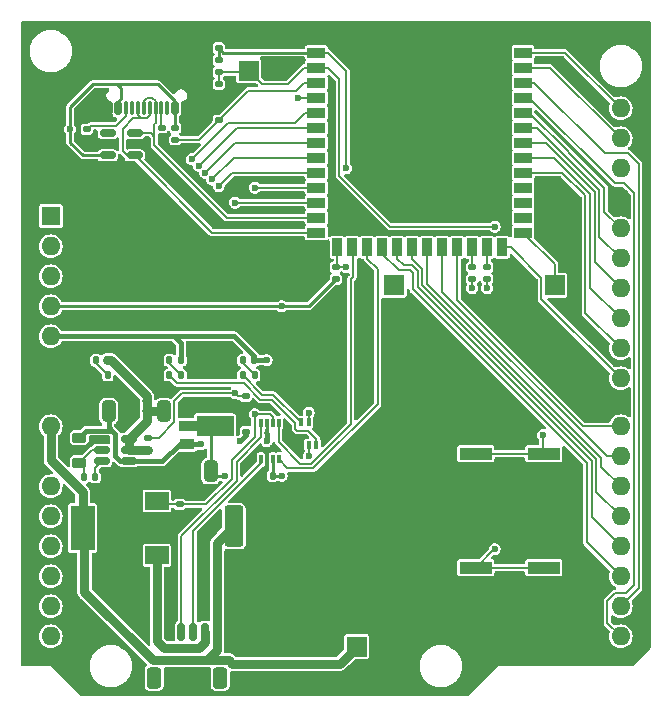
<source format=gtl>
G04 #@! TF.GenerationSoftware,KiCad,Pcbnew,8.0.6*
G04 #@! TF.CreationDate,2024-11-01T18:46:05+01:00*
G04 #@! TF.ProjectId,esp32s3board,65737033-3273-4336-926f-6172642e6b69,A*
G04 #@! TF.SameCoordinates,Original*
G04 #@! TF.FileFunction,Copper,L1,Top*
G04 #@! TF.FilePolarity,Positive*
%FSLAX46Y46*%
G04 Gerber Fmt 4.6, Leading zero omitted, Abs format (unit mm)*
G04 Created by KiCad (PCBNEW 8.0.6) date 2024-11-01 18:46:05*
%MOMM*%
%LPD*%
G01*
G04 APERTURE LIST*
G04 Aperture macros list*
%AMRoundRect*
0 Rectangle with rounded corners*
0 $1 Rounding radius*
0 $2 $3 $4 $5 $6 $7 $8 $9 X,Y pos of 4 corners*
0 Add a 4 corners polygon primitive as box body*
4,1,4,$2,$3,$4,$5,$6,$7,$8,$9,$2,$3,0*
0 Add four circle primitives for the rounded corners*
1,1,$1+$1,$2,$3*
1,1,$1+$1,$4,$5*
1,1,$1+$1,$6,$7*
1,1,$1+$1,$8,$9*
0 Add four rect primitives between the rounded corners*
20,1,$1+$1,$2,$3,$4,$5,0*
20,1,$1+$1,$4,$5,$6,$7,0*
20,1,$1+$1,$6,$7,$8,$9,0*
20,1,$1+$1,$8,$9,$2,$3,0*%
%AMFreePoly0*
4,1,9,3.862500,-0.866500,0.737500,-0.866500,0.737500,-0.450000,-0.737500,-0.450000,-0.737500,0.450000,0.737500,0.450000,0.737500,0.866500,3.862500,0.866500,3.862500,-0.866500,3.862500,-0.866500,$1*%
G04 Aperture macros list end*
G04 #@! TA.AperFunction,SMDPad,CuDef*
%ADD10RoundRect,0.140000X-0.170000X0.140000X-0.170000X-0.140000X0.170000X-0.140000X0.170000X0.140000X0*%
G04 #@! TD*
G04 #@! TA.AperFunction,SMDPad,CuDef*
%ADD11RoundRect,0.135000X0.135000X0.185000X-0.135000X0.185000X-0.135000X-0.185000X0.135000X-0.185000X0*%
G04 #@! TD*
G04 #@! TA.AperFunction,ComponentPad*
%ADD12R,1.700000X1.700000*%
G04 #@! TD*
G04 #@! TA.AperFunction,ComponentPad*
%ADD13O,1.700000X1.700000*%
G04 #@! TD*
G04 #@! TA.AperFunction,SMDPad,CuDef*
%ADD14RoundRect,0.147500X-0.147500X-0.172500X0.147500X-0.172500X0.147500X0.172500X-0.147500X0.172500X0*%
G04 #@! TD*
G04 #@! TA.AperFunction,SMDPad,CuDef*
%ADD15RoundRect,0.135000X-0.185000X0.135000X-0.185000X-0.135000X0.185000X-0.135000X0.185000X0.135000X0*%
G04 #@! TD*
G04 #@! TA.AperFunction,SMDPad,CuDef*
%ADD16RoundRect,0.250000X0.325000X0.650000X-0.325000X0.650000X-0.325000X-0.650000X0.325000X-0.650000X0*%
G04 #@! TD*
G04 #@! TA.AperFunction,SMDPad,CuDef*
%ADD17RoundRect,0.140000X-0.140000X-0.170000X0.140000X-0.170000X0.140000X0.170000X-0.140000X0.170000X0*%
G04 #@! TD*
G04 #@! TA.AperFunction,SMDPad,CuDef*
%ADD18RoundRect,0.150000X0.150000X0.425000X-0.150000X0.425000X-0.150000X-0.425000X0.150000X-0.425000X0*%
G04 #@! TD*
G04 #@! TA.AperFunction,SMDPad,CuDef*
%ADD19RoundRect,0.075000X0.075000X0.500000X-0.075000X0.500000X-0.075000X-0.500000X0.075000X-0.500000X0*%
G04 #@! TD*
G04 #@! TA.AperFunction,ComponentPad*
%ADD20O,1.000000X2.100000*%
G04 #@! TD*
G04 #@! TA.AperFunction,ComponentPad*
%ADD21O,1.000000X1.800000*%
G04 #@! TD*
G04 #@! TA.AperFunction,SMDPad,CuDef*
%ADD22RoundRect,0.150000X0.512500X0.150000X-0.512500X0.150000X-0.512500X-0.150000X0.512500X-0.150000X0*%
G04 #@! TD*
G04 #@! TA.AperFunction,SMDPad,CuDef*
%ADD23RoundRect,0.140000X0.170000X-0.140000X0.170000X0.140000X-0.170000X0.140000X-0.170000X-0.140000X0*%
G04 #@! TD*
G04 #@! TA.AperFunction,SMDPad,CuDef*
%ADD24R,2.750000X1.000000*%
G04 #@! TD*
G04 #@! TA.AperFunction,SMDPad,CuDef*
%ADD25RoundRect,0.150000X0.150000X0.200000X-0.150000X0.200000X-0.150000X-0.200000X0.150000X-0.200000X0*%
G04 #@! TD*
G04 #@! TA.AperFunction,SMDPad,CuDef*
%ADD26RoundRect,0.135000X0.185000X-0.135000X0.185000X0.135000X-0.185000X0.135000X-0.185000X-0.135000X0*%
G04 #@! TD*
G04 #@! TA.AperFunction,SMDPad,CuDef*
%ADD27RoundRect,0.150000X-0.150000X-0.625000X0.150000X-0.625000X0.150000X0.625000X-0.150000X0.625000X0*%
G04 #@! TD*
G04 #@! TA.AperFunction,SMDPad,CuDef*
%ADD28RoundRect,0.250000X-0.350000X-0.650000X0.350000X-0.650000X0.350000X0.650000X-0.350000X0.650000X0*%
G04 #@! TD*
G04 #@! TA.AperFunction,SMDPad,CuDef*
%ADD29RoundRect,0.250000X-0.550000X1.500000X-0.550000X-1.500000X0.550000X-1.500000X0.550000X1.500000X0*%
G04 #@! TD*
G04 #@! TA.AperFunction,SMDPad,CuDef*
%ADD30R,2.000000X1.500000*%
G04 #@! TD*
G04 #@! TA.AperFunction,SMDPad,CuDef*
%ADD31R,2.000000X3.800000*%
G04 #@! TD*
G04 #@! TA.AperFunction,SMDPad,CuDef*
%ADD32R,0.300000X0.800000*%
G04 #@! TD*
G04 #@! TA.AperFunction,SMDPad,CuDef*
%ADD33RoundRect,0.140000X0.140000X0.170000X-0.140000X0.170000X-0.140000X-0.170000X0.140000X-0.170000X0*%
G04 #@! TD*
G04 #@! TA.AperFunction,SMDPad,CuDef*
%ADD34R,1.300000X0.900000*%
G04 #@! TD*
G04 #@! TA.AperFunction,SMDPad,CuDef*
%ADD35FreePoly0,0.000000*%
G04 #@! TD*
G04 #@! TA.AperFunction,SMDPad,CuDef*
%ADD36R,0.400000X0.650000*%
G04 #@! TD*
G04 #@! TA.AperFunction,SMDPad,CuDef*
%ADD37R,1.500000X0.900000*%
G04 #@! TD*
G04 #@! TA.AperFunction,SMDPad,CuDef*
%ADD38R,0.900000X1.500000*%
G04 #@! TD*
G04 #@! TA.AperFunction,SMDPad,CuDef*
%ADD39R,1.000000X1.000000*%
G04 #@! TD*
G04 #@! TA.AperFunction,SMDPad,CuDef*
%ADD40RoundRect,0.218750X0.381250X-0.218750X0.381250X0.218750X-0.381250X0.218750X-0.381250X-0.218750X0*%
G04 #@! TD*
G04 #@! TA.AperFunction,ComponentPad*
%ADD41R,1.600000X1.600000*%
G04 #@! TD*
G04 #@! TA.AperFunction,ComponentPad*
%ADD42O,1.600000X1.600000*%
G04 #@! TD*
G04 #@! TA.AperFunction,ViaPad*
%ADD43C,0.600000*%
G04 #@! TD*
G04 #@! TA.AperFunction,ViaPad*
%ADD44C,0.800000*%
G04 #@! TD*
G04 #@! TA.AperFunction,Conductor*
%ADD45C,0.200000*%
G04 #@! TD*
G04 #@! TA.AperFunction,Conductor*
%ADD46C,0.250000*%
G04 #@! TD*
G04 #@! TA.AperFunction,Conductor*
%ADD47C,0.800000*%
G04 #@! TD*
G04 #@! TA.AperFunction,Conductor*
%ADD48C,0.400000*%
G04 #@! TD*
G04 APERTURE END LIST*
D10*
X94234000Y-39906000D03*
X94234000Y-40866000D03*
D11*
X97284000Y-64516000D03*
X96264000Y-64516000D03*
D12*
X96774000Y-38735000D03*
D13*
X99314000Y-38735000D03*
D14*
X96289000Y-63246000D03*
X97259000Y-63246000D03*
D12*
X105918000Y-87503000D03*
D13*
X103378000Y-87503000D03*
D15*
X90551000Y-43559000D03*
X90551000Y-44579000D03*
D16*
X93550000Y-72644000D03*
X90600000Y-72644000D03*
D17*
X82832000Y-73152000D03*
X83792000Y-73152000D03*
D15*
X89408000Y-43559000D03*
X89408000Y-44579000D03*
D18*
X91338000Y-41907000D03*
X90538000Y-41907000D03*
D19*
X89388000Y-41907000D03*
X88388000Y-41907000D03*
X87888000Y-41907000D03*
X86888000Y-41907000D03*
D18*
X85738000Y-41907000D03*
X84938000Y-41907000D03*
X84938000Y-41907000D03*
X85738000Y-41907000D03*
D19*
X86388000Y-41907000D03*
X87388000Y-41907000D03*
X88888000Y-41907000D03*
X89888000Y-41907000D03*
D18*
X90538000Y-41907000D03*
X91338000Y-41907000D03*
D20*
X92458000Y-41332000D03*
D21*
X92458000Y-37152000D03*
D20*
X83818000Y-41332000D03*
D21*
X83818000Y-37152000D03*
D22*
X87116500Y-45908000D03*
X87116500Y-44958000D03*
X87116500Y-44008000D03*
X84841500Y-44008000D03*
X84841500Y-44958000D03*
X84841500Y-45908000D03*
D23*
X94234000Y-36802000D03*
X94234000Y-35842000D03*
D24*
X115992000Y-80804000D03*
X121752000Y-80804000D03*
X115992000Y-84804000D03*
X121752000Y-84804000D03*
D12*
X109093000Y-56896000D03*
D13*
X106553000Y-56896000D03*
D11*
X91061000Y-64516000D03*
X90041000Y-64516000D03*
D25*
X82866000Y-82042000D03*
X84266000Y-82042000D03*
D23*
X96520000Y-69314000D03*
X96520000Y-68354000D03*
D26*
X90932000Y-75440000D03*
X90932000Y-74420000D03*
D27*
X90067000Y-86265000D03*
X91067000Y-86265000D03*
X92067000Y-86265000D03*
X93067000Y-86265000D03*
D28*
X88767000Y-90140000D03*
X94367000Y-90140000D03*
D29*
X95504000Y-77310000D03*
X95504000Y-82710000D03*
D30*
X89002000Y-79770000D03*
X89002000Y-77470000D03*
X89002000Y-75170000D03*
D31*
X82702000Y-77470000D03*
D12*
X122682000Y-56896000D03*
D13*
X120142000Y-56896000D03*
D32*
X97802000Y-71654000D03*
X98302000Y-71654000D03*
X98802000Y-71654000D03*
X99302000Y-71654000D03*
X99302000Y-68554000D03*
X98802000Y-68554000D03*
X98302000Y-68554000D03*
X97802000Y-68554000D03*
D33*
X98806000Y-73025000D03*
X97846000Y-73025000D03*
D15*
X83058000Y-43686000D03*
X83058000Y-44706000D03*
D34*
X91522000Y-67334000D03*
D35*
X91609500Y-68834000D03*
D34*
X91522000Y-70334000D03*
D15*
X96520000Y-66292000D03*
X96520000Y-67312000D03*
X116967000Y-55370000D03*
X116967000Y-56390000D03*
D24*
X115992000Y-71152000D03*
X121752000Y-71152000D03*
X115992000Y-75152000D03*
X121752000Y-75152000D03*
D14*
X83843000Y-63246000D03*
X84813000Y-63246000D03*
D22*
X86608500Y-71816000D03*
X86608500Y-70866000D03*
X86608500Y-69916000D03*
X84333500Y-69916000D03*
X84333500Y-70866000D03*
X84333500Y-71816000D03*
D26*
X94234000Y-42928000D03*
X94234000Y-41908000D03*
D36*
X102504000Y-68519000D03*
X101854000Y-68519000D03*
X101204000Y-68519000D03*
X101204000Y-70419000D03*
X101854000Y-70419000D03*
X102504000Y-70419000D03*
D16*
X84914000Y-67564000D03*
X81964000Y-67564000D03*
D14*
X90066000Y-63246000D03*
X91036000Y-63246000D03*
D11*
X84838000Y-64516000D03*
X83818000Y-64516000D03*
D15*
X94234000Y-37844000D03*
X94234000Y-38864000D03*
D26*
X104140000Y-56390000D03*
X104140000Y-55370000D03*
D37*
X102502000Y-35936000D03*
X102502000Y-37206000D03*
X102502000Y-38476000D03*
X102502000Y-39746000D03*
X102502000Y-41016000D03*
X102502000Y-42286000D03*
X102502000Y-43556000D03*
X102502000Y-44826000D03*
X102502000Y-46096000D03*
X102502000Y-47366000D03*
X102502000Y-48636000D03*
X102502000Y-49906000D03*
X102502000Y-51176000D03*
X102502000Y-52446000D03*
D38*
X104267000Y-53696000D03*
X105537000Y-53696000D03*
X106807000Y-53696000D03*
X108077000Y-53696000D03*
X109347000Y-53696000D03*
X110617000Y-53696000D03*
X111887000Y-53696000D03*
X113157000Y-53696000D03*
X114427000Y-53696000D03*
X115697000Y-53696000D03*
X116967000Y-53696000D03*
X118237000Y-53696000D03*
D37*
X120002000Y-52446000D03*
X120002000Y-51176000D03*
X120002000Y-49906000D03*
X120002000Y-48636000D03*
X120002000Y-47366000D03*
X120002000Y-46096000D03*
X120002000Y-44826000D03*
X120002000Y-43556000D03*
X120002000Y-42286000D03*
X120002000Y-41016000D03*
X120002000Y-39746000D03*
X120002000Y-38476000D03*
X120002000Y-37206000D03*
X120002000Y-35936000D03*
D39*
X108392000Y-39786000D03*
X108392000Y-41286000D03*
X108392000Y-41286000D03*
X108392000Y-42786000D03*
X109892000Y-39786000D03*
X109892000Y-39786000D03*
X109892000Y-41286000D03*
X109892000Y-42786000D03*
X111392000Y-39786000D03*
X111392000Y-41286000D03*
X111392000Y-42786000D03*
D15*
X115697000Y-55370000D03*
X115697000Y-56390000D03*
D26*
X88265000Y-70868000D03*
X88265000Y-69848000D03*
D40*
X82423000Y-71928500D03*
X82423000Y-69803500D03*
D16*
X89613000Y-67564000D03*
X86663000Y-67564000D03*
D41*
X80010000Y-51054000D03*
D42*
X80010000Y-53594000D03*
X80010000Y-56134000D03*
X80010000Y-58674000D03*
X80010000Y-61214000D03*
X80010000Y-63754000D03*
X80010000Y-66294000D03*
X80010000Y-68834000D03*
X80010000Y-73914000D03*
X80010000Y-76454000D03*
X80010000Y-78994000D03*
X80010000Y-81534000D03*
X80010000Y-84074000D03*
X80010000Y-86614000D03*
X128270000Y-86614000D03*
X128270000Y-84074000D03*
X128270000Y-81534000D03*
X128270000Y-78994000D03*
X128270000Y-76454000D03*
X128270000Y-73914000D03*
X128270000Y-71374000D03*
X128270000Y-68834000D03*
X128270000Y-64774000D03*
X128270000Y-62234000D03*
X128270000Y-59694000D03*
X128270000Y-57154000D03*
X128270000Y-54614000D03*
X128270000Y-52074000D03*
X128270000Y-49534000D03*
X128270000Y-46994000D03*
X128270000Y-44454000D03*
X128270000Y-41914000D03*
D43*
X93218000Y-67056000D03*
X88392000Y-45974000D03*
X104140000Y-63373000D03*
X123190000Y-51943000D03*
X114554000Y-67310000D03*
X93345000Y-63627000D03*
X98864565Y-70670604D03*
X98171000Y-86106000D03*
X94615000Y-67056000D03*
X92837000Y-80264000D03*
X83566000Y-48768000D03*
X100203000Y-69596000D03*
X89916000Y-45339000D03*
X115316000Y-37465000D03*
X87122000Y-82804000D03*
X94742000Y-73025000D03*
X105029000Y-46990000D03*
X99568000Y-58674000D03*
X99568000Y-73025000D03*
D44*
X88138000Y-66675000D03*
X88138000Y-67564000D03*
D43*
X81661000Y-43688000D03*
X95631000Y-49911000D03*
X95631000Y-66040000D03*
X117602000Y-51943000D03*
X117602000Y-79248000D03*
X105029000Y-55372000D03*
X121666000Y-69596000D03*
X97282000Y-67818000D03*
X97282000Y-48641000D03*
X101854000Y-67691000D03*
X115697000Y-57150000D03*
X100965000Y-41021000D03*
X91959626Y-46239626D03*
X92525313Y-46805313D03*
X93091000Y-47371000D03*
X96012000Y-70104000D03*
X98298000Y-63246000D03*
X92710000Y-70358000D03*
X98299070Y-70104724D03*
X93668313Y-47948313D03*
X94234000Y-48514000D03*
X116967000Y-57150000D03*
X101854000Y-71374000D03*
D45*
X84333500Y-69916000D02*
X83650186Y-69916000D01*
X81153000Y-68375000D02*
X81964000Y-67564000D01*
X98302000Y-70997000D02*
X98628396Y-70670604D01*
X83650186Y-69916000D02*
X82954186Y-70612000D01*
X83058000Y-44706000D02*
X83058000Y-44624924D01*
X81891814Y-70612000D02*
X81153000Y-69873186D01*
X89408000Y-44579000D02*
X89408000Y-44831000D01*
X83058000Y-44624924D02*
X82438000Y-44004924D01*
X91883000Y-41907000D02*
X92458000Y-41332000D01*
X82954186Y-70612000D02*
X81891814Y-70612000D01*
X88000775Y-44958000D02*
X88392000Y-45349225D01*
X84393000Y-41907000D02*
X83818000Y-41332000D01*
X91338000Y-41907000D02*
X91883000Y-41907000D01*
X84938000Y-41907000D02*
X84393000Y-41907000D01*
X82438000Y-44004924D02*
X82438000Y-42712000D01*
X81153000Y-69873186D02*
X81153000Y-68375000D01*
X99827000Y-38476000D02*
X99314000Y-38989000D01*
X88392000Y-45349225D02*
X88392000Y-45974000D01*
X98628396Y-70670604D02*
X98864565Y-70670604D01*
X82438000Y-42712000D02*
X83818000Y-41332000D01*
X89408000Y-44831000D02*
X89916000Y-45339000D01*
X98302000Y-71654000D02*
X98302000Y-70997000D01*
X87116500Y-44958000D02*
X88000775Y-44958000D01*
D46*
X102497000Y-37211000D02*
X102502000Y-37206000D01*
X101856000Y-58674000D02*
X104140000Y-56390000D01*
X102502000Y-37206000D02*
X94638000Y-37206000D01*
D45*
X105029000Y-38783000D02*
X105029000Y-46990000D01*
D46*
X94638000Y-37206000D02*
X94234000Y-36802000D01*
X94742000Y-73025000D02*
X93931000Y-73025000D01*
X93931000Y-73025000D02*
X93550000Y-72644000D01*
X98802000Y-71654000D02*
X98802000Y-73021000D01*
X98802000Y-73021000D02*
X98806000Y-73025000D01*
X94234000Y-37844000D02*
X94234000Y-36802000D01*
X91609500Y-68834000D02*
X93599000Y-68834000D01*
X93550000Y-68883000D02*
X93550000Y-72644000D01*
X80010000Y-58674000D02*
X99568000Y-58674000D01*
X99568000Y-58674000D02*
X101856000Y-58674000D01*
D45*
X102502000Y-37206000D02*
X103452000Y-37206000D01*
D46*
X98806000Y-73025000D02*
X99568000Y-73025000D01*
D45*
X103452000Y-37206000D02*
X105029000Y-38783000D01*
D46*
X93599000Y-68834000D02*
X93550000Y-68883000D01*
D47*
X88640000Y-88640000D02*
X82866000Y-82866000D01*
X94104000Y-87754000D02*
X93218000Y-88640000D01*
X85107999Y-63246000D02*
X88138000Y-66276001D01*
X93218000Y-88640000D02*
X88640000Y-88640000D01*
X86608500Y-70866000D02*
X88263000Y-70866000D01*
X82702000Y-74382398D02*
X80010000Y-71690398D01*
X95389010Y-88953000D02*
X95076010Y-88640000D01*
X86608500Y-70866000D02*
X86608500Y-69916000D01*
X104468000Y-88953000D02*
X95389010Y-88953000D01*
X88138000Y-68386500D02*
X88138000Y-67564000D01*
X82702000Y-77470000D02*
X82702000Y-74382398D01*
X82866000Y-82866000D02*
X82866000Y-82042000D01*
X88263000Y-70866000D02*
X88265000Y-70868000D01*
X88138000Y-67564000D02*
X89613000Y-67564000D01*
X95076010Y-88640000D02*
X93218000Y-88640000D01*
X95504000Y-77310000D02*
X94104000Y-78710000D01*
X94104000Y-78710000D02*
X94104000Y-87754000D01*
X82866000Y-77634000D02*
X82702000Y-77470000D01*
X82866000Y-82042000D02*
X82866000Y-77634000D01*
X84813000Y-63246000D02*
X85107999Y-63246000D01*
X105918000Y-87503000D02*
X104468000Y-88953000D01*
X86608500Y-69916000D02*
X88138000Y-68386500D01*
X88138000Y-66276001D02*
X88138000Y-67564000D01*
X80010000Y-71690398D02*
X80010000Y-68834000D01*
D45*
X82832000Y-72337500D02*
X82423000Y-71928500D01*
X82423000Y-71928500D02*
X83485500Y-70866000D01*
X83485500Y-70866000D02*
X84333500Y-70866000D01*
X82832000Y-73152000D02*
X82832000Y-72337500D01*
X86106000Y-43688000D02*
X87012000Y-42782000D01*
X88388000Y-42514410D02*
X88388000Y-41907000D01*
X87388000Y-41907000D02*
X87388000Y-42514410D01*
X102502000Y-52446000D02*
X93654500Y-52446000D01*
X86454001Y-45908000D02*
X86106000Y-45559999D01*
X86106000Y-45559999D02*
X86106000Y-43688000D01*
X87012000Y-42782000D02*
X87655590Y-42782000D01*
X93654500Y-52446000D02*
X87116500Y-45908000D01*
X88120410Y-42782000D02*
X88388000Y-42514410D01*
X87655590Y-42782000D02*
X88120410Y-42782000D01*
X87388000Y-42514410D02*
X87655590Y-42782000D01*
X87116500Y-45908000D02*
X86454001Y-45908000D01*
X88473000Y-44008000D02*
X88788000Y-44323000D01*
X88788000Y-43240076D02*
X88788000Y-44323000D01*
X87116500Y-44008000D02*
X88473000Y-44008000D01*
X88888000Y-41299590D02*
X88888000Y-41907000D01*
X88155590Y-41032000D02*
X88620410Y-41032000D01*
X87888000Y-41299590D02*
X88155590Y-41032000D01*
X88788000Y-44323000D02*
X88788000Y-45059529D01*
X87888000Y-41907000D02*
X87888000Y-41299590D01*
X88888000Y-41907000D02*
X88888000Y-43140076D01*
X88620410Y-41032000D02*
X88888000Y-41299590D01*
X88788000Y-45059529D02*
X94904471Y-51176000D01*
X88888000Y-43140076D02*
X88788000Y-43240076D01*
X94904471Y-51176000D02*
X102502000Y-51176000D01*
X83792000Y-73152000D02*
X83792000Y-72357500D01*
X83792000Y-72357500D02*
X84333500Y-71816000D01*
X83843000Y-63521000D02*
X84838000Y-64516000D01*
X83843000Y-63246000D02*
X83843000Y-63521000D01*
D46*
X90538000Y-41907000D02*
X90538000Y-41332001D01*
X89083999Y-39878000D02*
X85598000Y-39878000D01*
X81661000Y-43688000D02*
X81661000Y-41772274D01*
X85229908Y-45908000D02*
X84841500Y-45908000D01*
X81661000Y-43688000D02*
X81661000Y-44831000D01*
X84841500Y-45908000D02*
X82738000Y-45908000D01*
X83555274Y-39878000D02*
X85598000Y-39878000D01*
X85738000Y-41331949D02*
X85948000Y-41121949D01*
X90538000Y-41907000D02*
X90538000Y-43546000D01*
X81661000Y-41772274D02*
X83555274Y-39878000D01*
X85738000Y-41907000D02*
X85738000Y-41331949D01*
X82738000Y-45908000D02*
X81661000Y-44831000D01*
X85948000Y-40228000D02*
X85598000Y-39878000D01*
X85948000Y-41121949D02*
X85948000Y-40228000D01*
X90538000Y-41332001D02*
X89083999Y-39878000D01*
X90534000Y-43542000D02*
X90551000Y-43559000D01*
X90538000Y-43546000D02*
X90551000Y-43559000D01*
D45*
X101478000Y-39746000D02*
X102502000Y-39746000D01*
X94234000Y-42928000D02*
X96741000Y-40421000D01*
X100803000Y-40421000D02*
X101478000Y-39746000D01*
X96741000Y-40421000D02*
X100803000Y-40421000D01*
X90551000Y-44579000D02*
X92583000Y-44579000D01*
X92583000Y-44579000D02*
X94234000Y-42928000D01*
X115697000Y-53696000D02*
X115697000Y-55370000D01*
X95631000Y-49911000D02*
X95636000Y-49906000D01*
X95636000Y-49906000D02*
X102502000Y-49906000D01*
X90488000Y-66668000D02*
X91116000Y-66040000D01*
X96520000Y-66292000D02*
X95883000Y-66292000D01*
X88265000Y-69848000D02*
X89154000Y-69848000D01*
X90488000Y-68514000D02*
X90488000Y-66668000D01*
X95883000Y-66292000D02*
X95631000Y-66040000D01*
X89154000Y-69848000D02*
X90488000Y-68514000D01*
X91116000Y-66040000D02*
X95631000Y-66040000D01*
X102497000Y-49911000D02*
X102502000Y-49906000D01*
X116967000Y-53696000D02*
X116967000Y-55370000D01*
X96289000Y-63246000D02*
X96289000Y-63521000D01*
X96289000Y-63521000D02*
X97284000Y-64516000D01*
X117548000Y-79248000D02*
X115992000Y-80804000D01*
X103452000Y-38476000D02*
X104429000Y-39453000D01*
X94234000Y-38864000D02*
X96645000Y-38864000D01*
X102502000Y-38476000D02*
X103452000Y-38476000D01*
X108712000Y-51943000D02*
X117602000Y-51943000D01*
X94234000Y-39906000D02*
X94234000Y-38864000D01*
X101478000Y-38476000D02*
X102502000Y-38476000D01*
X117602000Y-79248000D02*
X117548000Y-79248000D01*
X115992000Y-80804000D02*
X121752000Y-80804000D01*
X96264000Y-39245000D02*
X96774000Y-38735000D01*
X104429000Y-47660000D02*
X108712000Y-51943000D01*
X104429000Y-39453000D02*
X104429000Y-47660000D01*
X100069000Y-39885000D02*
X101478000Y-38476000D01*
X96645000Y-38864000D02*
X96774000Y-38735000D01*
X96774000Y-38735000D02*
X97924000Y-39885000D01*
X97924000Y-39885000D02*
X100069000Y-39885000D01*
X90066000Y-63246000D02*
X90066000Y-63521000D01*
X90066000Y-63521000D02*
X91061000Y-64516000D01*
X104267000Y-55243000D02*
X104140000Y-55370000D01*
X105027000Y-55370000D02*
X105029000Y-55372000D01*
X104267000Y-53696000D02*
X104267000Y-55243000D01*
X104140000Y-55370000D02*
X105027000Y-55370000D01*
X115992000Y-71152000D02*
X121752000Y-71152000D01*
X121666000Y-71066000D02*
X121752000Y-71152000D01*
X121666000Y-69596000D02*
X121666000Y-71066000D01*
X122682000Y-55126000D02*
X122682000Y-56896000D01*
X120002000Y-52446000D02*
X122682000Y-55126000D01*
X128551635Y-48260000D02*
X129413000Y-49121365D01*
X127776000Y-48260000D02*
X128551635Y-48260000D01*
X120002000Y-41016000D02*
X120532000Y-41016000D01*
X120532000Y-41016000D02*
X127776000Y-48260000D01*
X129413000Y-49121365D02*
X129413000Y-82286635D01*
X120645000Y-41016000D02*
X120002000Y-41016000D01*
X128725635Y-82974000D02*
X127814365Y-82974000D01*
X127127000Y-83661365D02*
X127127000Y-85471000D01*
X127814365Y-82974000D02*
X127127000Y-83661365D01*
X127127000Y-85471000D02*
X128270000Y-86614000D01*
X129413000Y-82286635D02*
X128725635Y-82974000D01*
X129813000Y-82531000D02*
X128270000Y-84074000D01*
X128905000Y-45720000D02*
X129813000Y-46628000D01*
X126926000Y-45720000D02*
X128905000Y-45720000D01*
X120002000Y-39746000D02*
X120952000Y-39746000D01*
X129813000Y-46628000D02*
X129813000Y-82531000D01*
X120952000Y-39746000D02*
X126926000Y-45720000D01*
X102502000Y-48636000D02*
X97287000Y-48636000D01*
X98552000Y-67818000D02*
X98802000Y-68068000D01*
X93175529Y-75440000D02*
X95342000Y-73273529D01*
X95342000Y-71663000D02*
X97282000Y-69723000D01*
X97536000Y-67818000D02*
X97282000Y-67818000D01*
X98802000Y-68068000D02*
X98802000Y-68554000D01*
X90932000Y-75440000D02*
X89272000Y-75440000D01*
X97287000Y-48636000D02*
X97282000Y-48641000D01*
X97536000Y-67818000D02*
X98552000Y-67818000D01*
X89272000Y-75440000D02*
X89002000Y-75170000D01*
X95342000Y-73273529D02*
X95342000Y-71663000D01*
X90932000Y-75440000D02*
X93175529Y-75440000D01*
X97282000Y-69723000D02*
X97282000Y-67818000D01*
X89384000Y-43535000D02*
X89408000Y-43559000D01*
X89388000Y-43539000D02*
X89408000Y-43559000D01*
X89388000Y-41907000D02*
X89388000Y-43539000D01*
X85519999Y-43408000D02*
X86388000Y-42539999D01*
X83336000Y-43408000D02*
X83058000Y-43686000D01*
X86388000Y-42539999D02*
X86388000Y-41907000D01*
X85519999Y-43408000D02*
X83336000Y-43408000D01*
X101854000Y-68519000D02*
X101854000Y-67691000D01*
X115697000Y-57150000D02*
X115697000Y-56390000D01*
X121926628Y-44826000D02*
X126073000Y-48972372D01*
X120002000Y-44826000D02*
X121926628Y-44826000D01*
X126073000Y-48972372D02*
X126073000Y-54957000D01*
X126073000Y-54957000D02*
X128270000Y-57154000D01*
X128270000Y-44454000D02*
X122292000Y-38476000D01*
X122292000Y-38476000D02*
X120002000Y-38476000D01*
X123562000Y-37206000D02*
X120002000Y-37206000D01*
X128270000Y-41914000D02*
X123562000Y-37206000D01*
X100965000Y-41021000D02*
X102497000Y-41021000D01*
X102497000Y-41021000D02*
X102502000Y-41016000D01*
X100682000Y-43156000D02*
X95043252Y-43156000D01*
X95043252Y-43156000D02*
X91959626Y-46239626D01*
X101552000Y-42286000D02*
X100682000Y-43156000D01*
X102502000Y-42286000D02*
X101552000Y-42286000D01*
X102502000Y-43556000D02*
X95774626Y-43556000D01*
X95774626Y-43556000D02*
X92525313Y-46805313D01*
X102502000Y-44826000D02*
X95636000Y-44826000D01*
X95636000Y-44826000D02*
X93091000Y-47371000D01*
D48*
X82423000Y-69803500D02*
X82674500Y-69803500D01*
X91036000Y-61826000D02*
X90424000Y-61214000D01*
X80010000Y-61214000D02*
X90424000Y-61214000D01*
X91036000Y-63246000D02*
X91036000Y-61826000D01*
X85471000Y-71374000D02*
X85471000Y-69469000D01*
X86608500Y-71816000D02*
X89474000Y-71816000D01*
X95546999Y-61214000D02*
X97259000Y-62926001D01*
X92686000Y-70334000D02*
X92710000Y-70358000D01*
D46*
X98302000Y-69469000D02*
X98302000Y-68554000D01*
D48*
X83010500Y-69216000D02*
X85218000Y-69216000D01*
X84914000Y-68912000D02*
X85218000Y-69216000D01*
X90424000Y-61214000D02*
X95546999Y-61214000D01*
X90956000Y-70334000D02*
X91522000Y-70334000D01*
X85218000Y-69216000D02*
X85471000Y-69469000D01*
X91522000Y-70334000D02*
X92686000Y-70334000D01*
X96520000Y-69596000D02*
X96012000Y-70104000D01*
X89474000Y-71816000D02*
X90956000Y-70334000D01*
X86608500Y-71816000D02*
X85913000Y-71816000D01*
X96520000Y-69314000D02*
X96520000Y-69596000D01*
X97259000Y-62926001D02*
X97259000Y-63246000D01*
X98302000Y-70101794D02*
X98302000Y-69469000D01*
X85913000Y-71816000D02*
X85471000Y-71374000D01*
X98299070Y-70104724D02*
X98302000Y-70101794D01*
X97259000Y-63246000D02*
X98298000Y-63246000D01*
X84914000Y-67564000D02*
X84914000Y-68912000D01*
X82423000Y-69803500D02*
X83010500Y-69216000D01*
D45*
X102502000Y-46096000D02*
X95520626Y-46096000D01*
X95520626Y-46096000D02*
X93668313Y-47948313D01*
X102502000Y-47366000D02*
X95382000Y-47366000D01*
X95382000Y-47366000D02*
X94234000Y-48514000D01*
X110467971Y-55628343D02*
X109479343Y-55628343D01*
X128270000Y-81534000D02*
X125419000Y-78683000D01*
X108077000Y-54226000D02*
X108077000Y-53696000D01*
X125419000Y-78683000D02*
X125419000Y-71988000D01*
X110687000Y-57255997D02*
X110687000Y-55847372D01*
X125419000Y-71988000D02*
X110687000Y-57255997D01*
X110687000Y-55847372D02*
X110467971Y-55628343D01*
X109479343Y-55628343D02*
X108077000Y-54226000D01*
X110633657Y-55228343D02*
X109929343Y-55228343D01*
X125819000Y-71822314D02*
X111087000Y-57090312D01*
X128270000Y-78994000D02*
X125819000Y-76543000D01*
X111087000Y-57090312D02*
X111087000Y-55681686D01*
X109347000Y-54646000D02*
X109347000Y-53696000D01*
X111087000Y-55681686D02*
X110633657Y-55228343D01*
X125819000Y-76543000D02*
X125819000Y-71822314D01*
X109929343Y-55228343D02*
X109347000Y-54646000D01*
X111487000Y-55516000D02*
X110617000Y-54646000D01*
X126219000Y-71656628D02*
X111487000Y-56924627D01*
X128270000Y-76454000D02*
X126219000Y-74403000D01*
X126219000Y-74403000D02*
X126219000Y-71656628D01*
X111487000Y-56924627D02*
X111487000Y-55516000D01*
X110617000Y-54646000D02*
X110617000Y-53696000D01*
X126619000Y-72263000D02*
X126619000Y-71490942D01*
X111887000Y-56758942D02*
X126619000Y-71490942D01*
X111887000Y-53696000D02*
X111887000Y-56758942D01*
X128270000Y-73914000D02*
X126619000Y-72263000D01*
X127067743Y-71374000D02*
X113157000Y-57463257D01*
X128270000Y-71374000D02*
X127067743Y-71374000D01*
X113157000Y-57463257D02*
X113157000Y-53696000D01*
X128270000Y-68834000D02*
X125093430Y-68834000D01*
X114427000Y-58167570D02*
X114427000Y-53696000D01*
X125093430Y-68834000D02*
X114427000Y-58167570D01*
X121532000Y-58036000D02*
X128270000Y-64774000D01*
X118237000Y-53696000D02*
X118974000Y-53696000D01*
X121532000Y-56254000D02*
X121532000Y-58036000D01*
X118974000Y-53696000D02*
X121532000Y-56254000D01*
X123335256Y-47366000D02*
X125273000Y-49303744D01*
X125273000Y-59237000D02*
X128270000Y-62234000D01*
X120002000Y-47366000D02*
X123335256Y-47366000D01*
X125273000Y-49303744D02*
X125273000Y-59237000D01*
X122630942Y-46096000D02*
X125673000Y-49138058D01*
X120002000Y-46096000D02*
X122630942Y-46096000D01*
X125673000Y-49138058D02*
X125673000Y-57097000D01*
X125673000Y-57097000D02*
X128270000Y-59694000D01*
X126473000Y-52817000D02*
X128270000Y-54614000D01*
X121222314Y-43556000D02*
X126473000Y-48806686D01*
X126473000Y-48806686D02*
X126473000Y-52817000D01*
X120002000Y-43556000D02*
X121222314Y-43556000D01*
X123901000Y-45669000D02*
X126873000Y-48641000D01*
X126873000Y-48641000D02*
X126873000Y-50677000D01*
X120002000Y-42286000D02*
X120532000Y-42286000D01*
X120532000Y-42286000D02*
X123901000Y-45655000D01*
X126873000Y-50677000D02*
X128270000Y-52074000D01*
X123901000Y-45655000D02*
X123901000Y-45669000D01*
X101204000Y-68519000D02*
X98869000Y-66184000D01*
X96264000Y-64516000D02*
X97932000Y-66184000D01*
X98869000Y-66184000D02*
X97932000Y-66184000D01*
X101854000Y-70419000D02*
X101854000Y-71374000D01*
X116967000Y-57150000D02*
X116967000Y-56390000D01*
X98703314Y-66584000D02*
X100704000Y-68584686D01*
X100704000Y-69081000D02*
X100838000Y-69215000D01*
X100704000Y-68584686D02*
X100704000Y-69081000D01*
X102504000Y-69894000D02*
X102504000Y-70419000D01*
X101825000Y-69215000D02*
X102504000Y-69894000D01*
X90041000Y-64516000D02*
X90705843Y-65180843D01*
X90705843Y-65180843D02*
X96363157Y-65180843D01*
X96363157Y-65180843D02*
X97766314Y-66584000D01*
X97766314Y-66584000D02*
X98703314Y-66584000D01*
X100838000Y-69215000D02*
X101825000Y-69215000D01*
X105403000Y-68673529D02*
X102067529Y-72009000D01*
X105403000Y-56395000D02*
X105403000Y-68673529D01*
X105629000Y-53788000D02*
X105629000Y-56169000D01*
X99302000Y-68554000D02*
X99302000Y-70178529D01*
X102067529Y-72009000D02*
X101132471Y-72009000D01*
X105537000Y-53696000D02*
X105403000Y-53830000D01*
X105537000Y-53696000D02*
X105629000Y-53788000D01*
X105629000Y-56169000D02*
X105403000Y-56395000D01*
X99302000Y-70178529D02*
X101132471Y-72009000D01*
X102233215Y-72409000D02*
X107703000Y-66939215D01*
X106807000Y-54646000D02*
X106807000Y-53696000D01*
X99302000Y-71654000D02*
X100057000Y-72409000D01*
X100057000Y-72409000D02*
X102233215Y-72409000D01*
X107703000Y-66939215D02*
X107703000Y-55542000D01*
X107703000Y-55542000D02*
X106807000Y-54646000D01*
X95742000Y-71828686D02*
X97802000Y-69768685D01*
X91067000Y-78114214D02*
X95742000Y-73439214D01*
X97802000Y-69768685D02*
X97802000Y-68554000D01*
X95742000Y-73439214D02*
X95742000Y-71828686D01*
X91067000Y-86265000D02*
X91067000Y-78114214D01*
X92067000Y-77679900D02*
X97802000Y-71944900D01*
X97802000Y-71944900D02*
X97802000Y-71654000D01*
X92067000Y-86265000D02*
X92067000Y-77679900D01*
D47*
X92531816Y-87640000D02*
X93067000Y-87104816D01*
X89602184Y-87640000D02*
X92531816Y-87640000D01*
X89002000Y-87039816D02*
X89602184Y-87640000D01*
X89002000Y-79770000D02*
X89002000Y-87039816D01*
X93067000Y-87104816D02*
X93067000Y-86265000D01*
G04 #@! TA.AperFunction,Conductor*
G36*
X98424448Y-69072427D02*
G01*
X98427840Y-69079792D01*
X98434800Y-69169203D01*
X98434801Y-69169205D01*
X98453403Y-69239111D01*
X98453403Y-69239112D01*
X98475401Y-69298364D01*
X98475740Y-69299427D01*
X98493925Y-69367763D01*
X98494283Y-69369864D01*
X98501023Y-69456454D01*
X98498248Y-69464968D01*
X98490266Y-69469027D01*
X98489417Y-69469062D01*
X98302059Y-69469999D01*
X98301941Y-69469999D01*
X98114582Y-69469062D01*
X98106327Y-69465594D01*
X98102941Y-69457303D01*
X98102975Y-69456470D01*
X98109717Y-69369854D01*
X98110072Y-69367772D01*
X98128260Y-69299422D01*
X98128598Y-69298364D01*
X98150596Y-69239112D01*
X98150596Y-69239111D01*
X98150600Y-69239101D01*
X98169200Y-69169203D01*
X98176160Y-69079792D01*
X98180219Y-69071810D01*
X98187825Y-69069000D01*
X98416175Y-69069000D01*
X98424448Y-69072427D01*
G37*
G04 #@! TD.AperFunction*
G04 #@! TA.AperFunction,Conductor*
G36*
X102514054Y-37081504D02*
G01*
X102563606Y-37083576D01*
X102564752Y-37083680D01*
X102607788Y-37089756D01*
X102608396Y-37089859D01*
X102645889Y-37097196D01*
X102645892Y-37097196D01*
X102645910Y-37097200D01*
X102689820Y-37103400D01*
X102740789Y-37105531D01*
X102748912Y-37109301D01*
X102752000Y-37117221D01*
X102752000Y-37294778D01*
X102748573Y-37303051D01*
X102740789Y-37306468D01*
X102689824Y-37308599D01*
X102645907Y-37314799D01*
X102645889Y-37314802D01*
X102608395Y-37322139D01*
X102607784Y-37322242D01*
X102564752Y-37328318D01*
X102563605Y-37328423D01*
X102514092Y-37330494D01*
X102505683Y-37327416D01*
X102501913Y-37319293D01*
X102501903Y-37318898D01*
X102501821Y-37308599D01*
X102501000Y-37206000D01*
X102501903Y-37093100D01*
X102505396Y-37084856D01*
X102513697Y-37081495D01*
X102514054Y-37081504D01*
G37*
G04 #@! TD.AperFunction*
G04 #@! TA.AperFunction,Conductor*
G36*
X93166621Y-70747050D02*
G01*
X93213114Y-70800706D01*
X93224500Y-70853048D01*
X93224500Y-71427489D01*
X93204498Y-71495610D01*
X93150842Y-71542103D01*
X93140116Y-71546418D01*
X93012116Y-71591207D01*
X93012114Y-71591208D01*
X92902849Y-71671849D01*
X92822208Y-71781114D01*
X92822206Y-71781118D01*
X92777355Y-71909295D01*
X92777354Y-71909299D01*
X92774500Y-71939733D01*
X92774500Y-73348266D01*
X92777354Y-73378700D01*
X92777355Y-73378704D01*
X92822206Y-73506881D01*
X92822208Y-73506885D01*
X92902849Y-73616150D01*
X93012114Y-73696791D01*
X93012118Y-73696793D01*
X93135322Y-73739904D01*
X93140301Y-73741646D01*
X93170734Y-73744500D01*
X93170736Y-73744500D01*
X93929264Y-73744500D01*
X93929266Y-73744500D01*
X93959699Y-73741646D01*
X94087882Y-73696793D01*
X94133057Y-73663453D01*
X94197150Y-73616150D01*
X94277791Y-73506885D01*
X94277792Y-73506884D01*
X94277984Y-73506336D01*
X94278355Y-73505817D01*
X94282204Y-73498536D01*
X94283200Y-73499062D01*
X94319361Y-73448644D01*
X94385361Y-73422480D01*
X94455029Y-73436152D01*
X94465022Y-73441943D01*
X94506130Y-73468361D01*
X94552621Y-73522015D01*
X94562726Y-73592289D01*
X94533233Y-73656870D01*
X94527104Y-73663453D01*
X93087961Y-75102596D01*
X93025651Y-75136620D01*
X92998868Y-75139500D01*
X91478160Y-75139500D01*
X91410039Y-75119498D01*
X91389065Y-75102595D01*
X91312405Y-75025935D01*
X91205171Y-74975931D01*
X91156322Y-74969500D01*
X91156316Y-74969500D01*
X90707684Y-74969500D01*
X90707677Y-74969500D01*
X90658828Y-74975931D01*
X90551594Y-75025935D01*
X90551593Y-75025936D01*
X90474935Y-75102595D01*
X90412623Y-75136621D01*
X90385840Y-75139500D01*
X90328500Y-75139500D01*
X90260379Y-75119498D01*
X90213886Y-75065842D01*
X90202500Y-75013500D01*
X90202500Y-74400253D01*
X90202499Y-74400249D01*
X90190867Y-74341771D01*
X90190867Y-74341769D01*
X90146552Y-74275448D01*
X90080231Y-74231133D01*
X90080228Y-74231132D01*
X90021750Y-74219500D01*
X90021748Y-74219500D01*
X87982252Y-74219500D01*
X87982249Y-74219500D01*
X87923771Y-74231132D01*
X87923768Y-74231133D01*
X87857448Y-74275448D01*
X87813133Y-74341768D01*
X87813132Y-74341771D01*
X87801500Y-74400249D01*
X87801500Y-75939750D01*
X87811823Y-75991648D01*
X87813133Y-75998231D01*
X87857448Y-76064552D01*
X87923769Y-76108867D01*
X87982252Y-76120500D01*
X87982253Y-76120500D01*
X90021747Y-76120500D01*
X90021748Y-76120500D01*
X90080231Y-76108867D01*
X90146552Y-76064552D01*
X90190867Y-75998231D01*
X90202500Y-75939748D01*
X90202500Y-75866500D01*
X90222502Y-75798379D01*
X90276158Y-75751886D01*
X90328500Y-75740500D01*
X90385840Y-75740500D01*
X90453961Y-75760502D01*
X90474935Y-75777405D01*
X90551594Y-75854064D01*
X90551595Y-75854064D01*
X90551596Y-75854065D01*
X90658827Y-75904068D01*
X90707684Y-75910500D01*
X90707692Y-75910500D01*
X91156308Y-75910500D01*
X91156316Y-75910500D01*
X91205173Y-75904068D01*
X91312404Y-75854065D01*
X91317030Y-75849439D01*
X91389065Y-75777405D01*
X91451377Y-75743379D01*
X91478160Y-75740500D01*
X92711553Y-75740500D01*
X92779674Y-75760502D01*
X92826167Y-75814158D01*
X92836271Y-75884432D01*
X92806777Y-75949012D01*
X92800648Y-75955595D01*
X90882489Y-77873754D01*
X90854515Y-77901728D01*
X90826541Y-77929701D01*
X90826539Y-77929704D01*
X90786977Y-77998228D01*
X90766500Y-78074648D01*
X90766500Y-85245973D01*
X90746498Y-85314094D01*
X90713717Y-85348517D01*
X90710514Y-85350803D01*
X90627803Y-85433514D01*
X90627801Y-85433517D01*
X90576427Y-85538605D01*
X90566500Y-85606738D01*
X90566500Y-86913500D01*
X90546498Y-86981621D01*
X90492842Y-87028114D01*
X90440500Y-87039500D01*
X89903109Y-87039500D01*
X89834988Y-87019498D01*
X89814014Y-87002595D01*
X89639405Y-86827986D01*
X89605379Y-86765674D01*
X89602500Y-86738891D01*
X89602500Y-80846500D01*
X89622502Y-80778379D01*
X89676158Y-80731886D01*
X89728500Y-80720500D01*
X90021747Y-80720500D01*
X90021748Y-80720500D01*
X90080231Y-80708867D01*
X90146552Y-80664552D01*
X90190867Y-80598231D01*
X90202500Y-80539748D01*
X90202500Y-79000252D01*
X90190867Y-78941769D01*
X90146552Y-78875448D01*
X90080231Y-78831133D01*
X90080228Y-78831132D01*
X90021750Y-78819500D01*
X90021748Y-78819500D01*
X87982252Y-78819500D01*
X87982249Y-78819500D01*
X87923771Y-78831132D01*
X87923768Y-78831133D01*
X87857448Y-78875448D01*
X87813133Y-78941768D01*
X87813132Y-78941771D01*
X87801500Y-79000249D01*
X87801500Y-80539750D01*
X87809625Y-80580599D01*
X87813133Y-80598231D01*
X87857448Y-80664552D01*
X87923769Y-80708867D01*
X87982252Y-80720500D01*
X88275500Y-80720500D01*
X88343621Y-80740502D01*
X88390114Y-80794158D01*
X88401500Y-80846500D01*
X88401500Y-86953024D01*
X88401499Y-86953042D01*
X88401499Y-87118871D01*
X88401498Y-87118871D01*
X88438425Y-87256682D01*
X88436735Y-87327658D01*
X88396941Y-87386454D01*
X88331676Y-87414402D01*
X88261663Y-87402628D01*
X88227623Y-87378388D01*
X83503405Y-82654170D01*
X83469379Y-82591858D01*
X83466500Y-82565075D01*
X83466500Y-79696500D01*
X83486502Y-79628379D01*
X83540158Y-79581886D01*
X83592500Y-79570500D01*
X83721747Y-79570500D01*
X83721748Y-79570500D01*
X83780231Y-79558867D01*
X83846552Y-79514552D01*
X83890867Y-79448231D01*
X83902500Y-79389748D01*
X83902500Y-75550252D01*
X83890867Y-75491769D01*
X83846552Y-75425448D01*
X83780231Y-75381133D01*
X83780228Y-75381132D01*
X83721750Y-75369500D01*
X83721748Y-75369500D01*
X83428500Y-75369500D01*
X83360379Y-75349498D01*
X83313886Y-75295842D01*
X83302500Y-75243500D01*
X83302500Y-74471618D01*
X83302501Y-74471605D01*
X83302501Y-74303343D01*
X83302501Y-74303341D01*
X83261577Y-74150613D01*
X83231496Y-74098511D01*
X83182520Y-74013682D01*
X83182518Y-74013680D01*
X83182514Y-74013675D01*
X83066327Y-73897488D01*
X83066304Y-73897467D01*
X83027317Y-73858480D01*
X82993291Y-73796168D01*
X82998356Y-73725353D01*
X83040903Y-73668517D01*
X83063159Y-73655192D01*
X83170316Y-73605224D01*
X83183251Y-73592289D01*
X83222905Y-73552636D01*
X83285217Y-73518610D01*
X83356032Y-73523675D01*
X83401095Y-73552636D01*
X83453682Y-73605223D01*
X83453683Y-73605223D01*
X83453684Y-73605224D01*
X83562513Y-73655972D01*
X83612099Y-73662500D01*
X83971900Y-73662499D01*
X83971903Y-73662498D01*
X83971910Y-73662498D01*
X83990513Y-73660048D01*
X84021487Y-73655972D01*
X84130316Y-73605224D01*
X84215224Y-73520316D01*
X84265972Y-73411487D01*
X84272500Y-73361901D01*
X84272499Y-72942100D01*
X84271999Y-72938305D01*
X84268097Y-72908659D01*
X84265972Y-72892513D01*
X84215224Y-72783684D01*
X84215223Y-72783683D01*
X84215223Y-72783682D01*
X84129405Y-72697864D01*
X84095379Y-72635552D01*
X84092500Y-72608769D01*
X84092500Y-72534161D01*
X84112502Y-72466040D01*
X84129405Y-72445066D01*
X84221066Y-72353405D01*
X84283378Y-72319379D01*
X84310161Y-72316500D01*
X84879255Y-72316500D01*
X84879260Y-72316500D01*
X84947393Y-72306573D01*
X85052483Y-72255198D01*
X85135198Y-72172483D01*
X85186573Y-72067393D01*
X85196500Y-71999260D01*
X85196500Y-71970083D01*
X85216502Y-71901962D01*
X85270158Y-71855469D01*
X85340432Y-71845365D01*
X85405012Y-71874859D01*
X85411595Y-71880988D01*
X85592519Y-72061912D01*
X85592520Y-72061913D01*
X85667087Y-72136480D01*
X85667088Y-72136481D01*
X85667090Y-72136482D01*
X85758410Y-72189206D01*
X85758412Y-72189206D01*
X85758413Y-72189207D01*
X85814747Y-72204301D01*
X85871230Y-72236911D01*
X85883450Y-72249131D01*
X85889518Y-72255199D01*
X85963580Y-72291405D01*
X85994607Y-72306573D01*
X86062740Y-72316500D01*
X86062745Y-72316500D01*
X87154255Y-72316500D01*
X87154260Y-72316500D01*
X87222393Y-72306573D01*
X87327483Y-72255198D01*
X87328182Y-72254499D01*
X87329277Y-72253405D01*
X87332329Y-72251738D01*
X87335981Y-72249131D01*
X87336296Y-72249572D01*
X87391589Y-72219379D01*
X87418372Y-72216500D01*
X89526725Y-72216500D01*
X89526727Y-72216500D01*
X89628588Y-72189207D01*
X89719913Y-72136480D01*
X90834988Y-71021405D01*
X90897300Y-70987380D01*
X90924083Y-70984500D01*
X92191747Y-70984500D01*
X92191748Y-70984500D01*
X92250231Y-70972867D01*
X92316552Y-70928552D01*
X92356978Y-70868051D01*
X92411454Y-70822524D01*
X92481897Y-70813676D01*
X92497240Y-70817158D01*
X92499946Y-70817952D01*
X92499947Y-70817953D01*
X92638039Y-70858500D01*
X92781961Y-70858500D01*
X92920053Y-70817953D01*
X93030381Y-70747049D01*
X93098500Y-70727048D01*
X93166621Y-70747050D01*
G37*
G04 #@! TD.AperFunction*
G04 #@! TA.AperFunction,Conductor*
G36*
X94421532Y-75854504D02*
G01*
X94478368Y-75897051D01*
X94503179Y-75963571D01*
X94503500Y-75972560D01*
X94503500Y-77409074D01*
X94483498Y-77477195D01*
X94466595Y-77498169D01*
X94108204Y-77856560D01*
X93735286Y-78229478D01*
X93735284Y-78229480D01*
X93681647Y-78283117D01*
X93623481Y-78341282D01*
X93623479Y-78341285D01*
X93592910Y-78394234D01*
X93592909Y-78394235D01*
X93544423Y-78478213D01*
X93530105Y-78531648D01*
X93503499Y-78630943D01*
X93503499Y-78630945D01*
X93503499Y-78799207D01*
X93503500Y-78799220D01*
X93503500Y-85188072D01*
X93483498Y-85256193D01*
X93429842Y-85302686D01*
X93359568Y-85312790D01*
X93322163Y-85301270D01*
X93318393Y-85299427D01*
X93250261Y-85289500D01*
X93250260Y-85289500D01*
X92883740Y-85289500D01*
X92883738Y-85289500D01*
X92815605Y-85299427D01*
X92710517Y-85350801D01*
X92710514Y-85350803D01*
X92656095Y-85405223D01*
X92593783Y-85439249D01*
X92522968Y-85434184D01*
X92477905Y-85405223D01*
X92423485Y-85350803D01*
X92420283Y-85348517D01*
X92416951Y-85344269D01*
X92416101Y-85343419D01*
X92416203Y-85343316D01*
X92376466Y-85292654D01*
X92367500Y-85245973D01*
X92367500Y-77856560D01*
X92387502Y-77788439D01*
X92404400Y-77767470D01*
X94288405Y-75883464D01*
X94350717Y-75849439D01*
X94421532Y-75854504D01*
G37*
G04 #@! TD.AperFunction*
G04 #@! TA.AperFunction,Conductor*
G36*
X99861012Y-68167123D02*
G01*
X99867595Y-68173252D01*
X100366595Y-68672252D01*
X100400621Y-68734564D01*
X100403500Y-68761347D01*
X100403500Y-69120565D01*
X100423976Y-69196982D01*
X100423981Y-69196994D01*
X100444470Y-69232481D01*
X100444471Y-69232482D01*
X100463539Y-69265509D01*
X100463543Y-69265515D01*
X100653482Y-69455454D01*
X100653487Y-69455458D01*
X100653489Y-69455460D01*
X100653490Y-69455461D01*
X100653492Y-69455462D01*
X100680651Y-69471142D01*
X100722012Y-69495022D01*
X100798438Y-69515500D01*
X101648339Y-69515500D01*
X101716460Y-69535502D01*
X101737434Y-69552405D01*
X101863434Y-69678405D01*
X101897460Y-69740717D01*
X101892395Y-69811532D01*
X101849848Y-69868368D01*
X101783328Y-69893179D01*
X101774339Y-69893500D01*
X101634249Y-69893500D01*
X101575771Y-69905132D01*
X101575768Y-69905133D01*
X101509448Y-69949448D01*
X101465133Y-70015768D01*
X101465132Y-70015771D01*
X101453500Y-70074249D01*
X101453500Y-70763750D01*
X101465132Y-70822228D01*
X101465133Y-70822231D01*
X101500881Y-70875731D01*
X101522096Y-70943484D01*
X101503313Y-71011951D01*
X101491341Y-71028245D01*
X101428623Y-71100626D01*
X101387776Y-71190069D01*
X101368835Y-71231543D01*
X101348353Y-71374000D01*
X101363387Y-71478568D01*
X101365997Y-71496716D01*
X101355893Y-71566990D01*
X101309400Y-71620645D01*
X101241279Y-71640647D01*
X101173158Y-71620645D01*
X101152184Y-71603742D01*
X99639405Y-70090963D01*
X99605379Y-70028651D01*
X99602500Y-70001868D01*
X99602500Y-69127871D01*
X99622502Y-69059750D01*
X99623675Y-69057959D01*
X99640867Y-69032231D01*
X99652500Y-68973748D01*
X99652500Y-68262347D01*
X99672502Y-68194226D01*
X99726158Y-68147733D01*
X99796432Y-68137629D01*
X99861012Y-68167123D01*
G37*
G04 #@! TD.AperFunction*
G04 #@! TA.AperFunction,Conductor*
G36*
X95239707Y-66360502D02*
G01*
X95266811Y-66383988D01*
X95299873Y-66422144D01*
X95308271Y-66427541D01*
X95420947Y-66499953D01*
X95559039Y-66540500D01*
X95678653Y-66540500D01*
X95741653Y-66557381D01*
X95767005Y-66572018D01*
X95767007Y-66572019D01*
X95767011Y-66572021D01*
X95767014Y-66572021D01*
X95767017Y-66572023D01*
X95841008Y-66591849D01*
X95843438Y-66592500D01*
X95922562Y-66592500D01*
X95973840Y-66592500D01*
X96041961Y-66612502D01*
X96062935Y-66629405D01*
X96139594Y-66706064D01*
X96139595Y-66706064D01*
X96139596Y-66706065D01*
X96246827Y-66756068D01*
X96295684Y-66762500D01*
X96295692Y-66762500D01*
X96744308Y-66762500D01*
X96744316Y-66762500D01*
X96793173Y-66756068D01*
X96900404Y-66706065D01*
X96984065Y-66622404D01*
X97033850Y-66515639D01*
X97080766Y-66462356D01*
X97149043Y-66442895D01*
X97217003Y-66463437D01*
X97237134Y-66479791D01*
X97581803Y-66824460D01*
X97581804Y-66824461D01*
X97581806Y-66824462D01*
X97616792Y-66844661D01*
X97650326Y-66864022D01*
X97726752Y-66884500D01*
X98526653Y-66884500D01*
X98594774Y-66904502D01*
X98615748Y-66921405D01*
X99432748Y-67738405D01*
X99466774Y-67800717D01*
X99461709Y-67871532D01*
X99419162Y-67928368D01*
X99352642Y-67953179D01*
X99343653Y-67953500D01*
X99155627Y-67953500D01*
X99087506Y-67933498D01*
X99046508Y-67890500D01*
X99042462Y-67883492D01*
X99042458Y-67883487D01*
X99030503Y-67871532D01*
X98986511Y-67827540D01*
X98736511Y-67577540D01*
X98736509Y-67577539D01*
X98736507Y-67577537D01*
X98686285Y-67548542D01*
X98686284Y-67548542D01*
X98667989Y-67537979D01*
X98667986Y-67537978D01*
X98667982Y-67537976D01*
X98591565Y-67517500D01*
X98591562Y-67517500D01*
X97741414Y-67517500D01*
X97673293Y-67497498D01*
X97646189Y-67474012D01*
X97613126Y-67435855D01*
X97492053Y-67358047D01*
X97353961Y-67317500D01*
X97210039Y-67317500D01*
X97071946Y-67358047D01*
X96950873Y-67435855D01*
X96856623Y-67544626D01*
X96829800Y-67603361D01*
X96796835Y-67675543D01*
X96776353Y-67818000D01*
X96796835Y-67960457D01*
X96856623Y-68091373D01*
X96932118Y-68178500D01*
X96950725Y-68199973D01*
X96980218Y-68264554D01*
X96981500Y-68282485D01*
X96981500Y-68736447D01*
X96961498Y-68804568D01*
X96907842Y-68851061D01*
X96837568Y-68861165D01*
X96802252Y-68850643D01*
X96789193Y-68844554D01*
X96779487Y-68840028D01*
X96779485Y-68840027D01*
X96779487Y-68840027D01*
X96740234Y-68834860D01*
X96729901Y-68833500D01*
X96729899Y-68833500D01*
X96310101Y-68833500D01*
X96310089Y-68833501D01*
X96260516Y-68840027D01*
X96260510Y-68840029D01*
X96151682Y-68890776D01*
X96066776Y-68975682D01*
X96016027Y-69084514D01*
X96009500Y-69134095D01*
X96009500Y-69487914D01*
X95989498Y-69556035D01*
X95972632Y-69576973D01*
X95971405Y-69578201D01*
X95917770Y-69610038D01*
X95838997Y-69633167D01*
X95768001Y-69633167D01*
X95708275Y-69594783D01*
X95678782Y-69530201D01*
X95677500Y-69512271D01*
X95677500Y-67967498D01*
X95672348Y-67921773D01*
X95663303Y-67902990D01*
X95632666Y-67839373D01*
X95561163Y-67782351D01*
X95561160Y-67782350D01*
X95561161Y-67782350D01*
X95512700Y-67771289D01*
X95472000Y-67762000D01*
X92347000Y-67762000D01*
X92346998Y-67762000D01*
X92301273Y-67767151D01*
X92218874Y-67806833D01*
X92218873Y-67806833D01*
X92218873Y-67806834D01*
X92161851Y-67878337D01*
X92161850Y-67878338D01*
X92161850Y-67878339D01*
X92156224Y-67902990D01*
X92141501Y-67967498D01*
X92141500Y-67967501D01*
X92141500Y-68052500D01*
X92121498Y-68120621D01*
X92067842Y-68167114D01*
X92015500Y-68178500D01*
X90914500Y-68178500D01*
X90846379Y-68158498D01*
X90799886Y-68104842D01*
X90788500Y-68052500D01*
X90788500Y-66844661D01*
X90808502Y-66776540D01*
X90825405Y-66755566D01*
X91203566Y-66377405D01*
X91265878Y-66343379D01*
X91292661Y-66340500D01*
X95171586Y-66340500D01*
X95239707Y-66360502D01*
G37*
G04 #@! TD.AperFunction*
G04 #@! TA.AperFunction,Conductor*
G36*
X119096012Y-54243437D02*
G01*
X119102595Y-54249566D01*
X121194595Y-56341566D01*
X121228621Y-56403878D01*
X121231500Y-56430661D01*
X121231500Y-58075565D01*
X121251977Y-58151986D01*
X121283813Y-58207128D01*
X121287808Y-58214047D01*
X121291540Y-58220511D01*
X121291542Y-58220513D01*
X121291545Y-58220517D01*
X127316599Y-64245570D01*
X127350625Y-64307882D01*
X127345560Y-64378697D01*
X127343398Y-64383491D01*
X127343554Y-64383556D01*
X127341187Y-64389268D01*
X127283974Y-64577873D01*
X127283974Y-64577875D01*
X127264659Y-64773996D01*
X127264659Y-64774003D01*
X127283974Y-64970124D01*
X127283974Y-64970126D01*
X127341186Y-65158728D01*
X127354590Y-65183805D01*
X127434090Y-65332538D01*
X127559117Y-65484883D01*
X127711462Y-65609910D01*
X127885273Y-65702814D01*
X128073868Y-65760024D01*
X128073872Y-65760024D01*
X128073874Y-65760025D01*
X128269997Y-65779341D01*
X128270000Y-65779341D01*
X128270003Y-65779341D01*
X128466124Y-65760025D01*
X128466126Y-65760025D01*
X128466127Y-65760024D01*
X128466132Y-65760024D01*
X128654727Y-65702814D01*
X128828538Y-65609910D01*
X128906567Y-65545872D01*
X128971913Y-65518119D01*
X129041891Y-65530100D01*
X129094283Y-65578013D01*
X129112500Y-65643272D01*
X129112500Y-67964727D01*
X129092498Y-68032848D01*
X129038842Y-68079341D01*
X128968568Y-68089445D01*
X128906566Y-68062126D01*
X128828538Y-67998090D01*
X128654728Y-67905186D01*
X128466125Y-67847974D01*
X128270003Y-67828659D01*
X128269997Y-67828659D01*
X128073875Y-67847974D01*
X128073873Y-67847974D01*
X127885271Y-67905186D01*
X127711461Y-67998090D01*
X127559117Y-68123117D01*
X127434090Y-68275461D01*
X127341185Y-68449273D01*
X127338816Y-68454994D01*
X127336285Y-68453945D01*
X127303875Y-68503433D01*
X127239042Y-68532368D01*
X127222188Y-68533500D01*
X125270091Y-68533500D01*
X125201970Y-68513498D01*
X125180996Y-68496595D01*
X114764405Y-58080004D01*
X114730379Y-58017692D01*
X114727500Y-57990909D01*
X114727500Y-54772500D01*
X114747502Y-54704379D01*
X114801158Y-54657886D01*
X114853500Y-54646500D01*
X114896747Y-54646500D01*
X114896748Y-54646500D01*
X114955231Y-54634867D01*
X114991997Y-54610299D01*
X115059750Y-54589084D01*
X115128217Y-54607866D01*
X115131989Y-54610291D01*
X115168769Y-54634867D01*
X115227252Y-54646500D01*
X115270500Y-54646500D01*
X115338621Y-54666502D01*
X115385114Y-54720158D01*
X115396500Y-54772500D01*
X115396500Y-54838404D01*
X115376498Y-54906525D01*
X115323754Y-54952597D01*
X115316593Y-54955936D01*
X115232935Y-55039594D01*
X115182931Y-55146828D01*
X115176500Y-55195677D01*
X115176500Y-55544322D01*
X115182931Y-55593171D01*
X115232935Y-55700405D01*
X115323435Y-55790905D01*
X115357461Y-55853217D01*
X115352396Y-55924032D01*
X115323435Y-55969095D01*
X115232936Y-56059593D01*
X115232935Y-56059594D01*
X115182931Y-56166828D01*
X115176500Y-56215677D01*
X115176500Y-56564322D01*
X115182931Y-56613171D01*
X115232935Y-56720405D01*
X115246610Y-56734080D01*
X115280636Y-56796392D01*
X115275571Y-56867207D01*
X115272129Y-56875517D01*
X115211835Y-57007542D01*
X115211835Y-57007543D01*
X115191353Y-57150000D01*
X115211835Y-57292456D01*
X115271623Y-57423373D01*
X115365873Y-57532144D01*
X115376118Y-57538728D01*
X115486947Y-57609953D01*
X115625039Y-57650500D01*
X115768961Y-57650500D01*
X115907053Y-57609953D01*
X116028128Y-57532143D01*
X116122377Y-57423373D01*
X116182165Y-57292457D01*
X116202647Y-57150000D01*
X116182165Y-57007543D01*
X116122377Y-56876627D01*
X116122376Y-56876626D01*
X116121870Y-56875517D01*
X116111766Y-56805244D01*
X116141259Y-56740663D01*
X116147377Y-56734091D01*
X116161065Y-56720404D01*
X116211068Y-56613173D01*
X116211068Y-56613172D01*
X116215142Y-56604436D01*
X116216341Y-56604995D01*
X116249297Y-56553490D01*
X116313819Y-56523868D01*
X116384113Y-56533831D01*
X116437861Y-56580216D01*
X116451964Y-56611098D01*
X116502935Y-56720405D01*
X116516610Y-56734080D01*
X116550636Y-56796392D01*
X116545571Y-56867207D01*
X116542129Y-56875517D01*
X116481835Y-57007542D01*
X116481835Y-57007543D01*
X116461353Y-57150000D01*
X116481835Y-57292456D01*
X116541623Y-57423373D01*
X116635873Y-57532144D01*
X116646118Y-57538728D01*
X116756947Y-57609953D01*
X116895039Y-57650500D01*
X117038961Y-57650500D01*
X117177053Y-57609953D01*
X117298128Y-57532143D01*
X117392377Y-57423373D01*
X117452165Y-57292457D01*
X117472647Y-57150000D01*
X117452165Y-57007543D01*
X117392377Y-56876627D01*
X117392376Y-56876626D01*
X117391870Y-56875517D01*
X117381766Y-56805244D01*
X117411259Y-56740663D01*
X117417377Y-56734091D01*
X117431065Y-56720404D01*
X117481068Y-56613173D01*
X117487500Y-56564316D01*
X117487500Y-56215684D01*
X117481068Y-56166827D01*
X117431065Y-56059596D01*
X117431064Y-56059595D01*
X117431064Y-56059594D01*
X117340565Y-55969095D01*
X117306539Y-55906783D01*
X117311604Y-55835968D01*
X117340565Y-55790905D01*
X117431063Y-55700406D01*
X117431064Y-55700405D01*
X117431065Y-55700404D01*
X117481068Y-55593173D01*
X117487500Y-55544316D01*
X117487500Y-55195684D01*
X117481068Y-55146827D01*
X117431065Y-55039596D01*
X117431064Y-55039595D01*
X117431064Y-55039594D01*
X117347406Y-54955936D01*
X117340246Y-54952597D01*
X117286963Y-54905678D01*
X117267500Y-54838404D01*
X117267500Y-54772500D01*
X117287502Y-54704379D01*
X117341158Y-54657886D01*
X117393500Y-54646500D01*
X117436747Y-54646500D01*
X117436748Y-54646500D01*
X117495231Y-54634867D01*
X117531997Y-54610299D01*
X117599750Y-54589084D01*
X117668217Y-54607866D01*
X117671989Y-54610291D01*
X117708769Y-54634867D01*
X117767252Y-54646500D01*
X117767253Y-54646500D01*
X118706747Y-54646500D01*
X118706748Y-54646500D01*
X118765231Y-54634867D01*
X118831552Y-54590552D01*
X118875867Y-54524231D01*
X118887500Y-54465748D01*
X118887500Y-54338661D01*
X118907502Y-54270540D01*
X118961158Y-54224047D01*
X119031432Y-54213943D01*
X119096012Y-54243437D01*
G37*
G04 #@! TD.AperFunction*
G04 #@! TA.AperFunction,Conductor*
G36*
X106238217Y-54607866D02*
G01*
X106241989Y-54610291D01*
X106278769Y-54634867D01*
X106337252Y-54646500D01*
X106399350Y-54646500D01*
X106467471Y-54666502D01*
X106513964Y-54720158D01*
X106521056Y-54739886D01*
X106526978Y-54761988D01*
X106548064Y-54798509D01*
X106548064Y-54798510D01*
X106566537Y-54830507D01*
X106566539Y-54830509D01*
X106566540Y-54830511D01*
X107365596Y-55629567D01*
X107399620Y-55691878D01*
X107402500Y-55718661D01*
X107402500Y-66762554D01*
X107382498Y-66830675D01*
X107365595Y-66851649D01*
X105918595Y-68298649D01*
X105856283Y-68332675D01*
X105785468Y-68327610D01*
X105728632Y-68285063D01*
X105703821Y-68218543D01*
X105703500Y-68209554D01*
X105703500Y-56571661D01*
X105723502Y-56503540D01*
X105740400Y-56482570D01*
X105869460Y-56353511D01*
X105904071Y-56293562D01*
X105909021Y-56284989D01*
X105929500Y-56208562D01*
X105929500Y-54765271D01*
X105949502Y-54697150D01*
X106003158Y-54650657D01*
X106030919Y-54641692D01*
X106065231Y-54634867D01*
X106101997Y-54610299D01*
X106169750Y-54589084D01*
X106238217Y-54607866D01*
G37*
G04 #@! TD.AperFunction*
G04 #@! TA.AperFunction,Conductor*
G36*
X95397037Y-61634502D02*
G01*
X95418011Y-61651405D01*
X96277011Y-62510405D01*
X96311037Y-62572717D01*
X96305972Y-62643532D01*
X96263425Y-62700368D01*
X96196905Y-62725179D01*
X96187916Y-62725500D01*
X96108468Y-62725500D01*
X96040828Y-62735355D01*
X95936489Y-62786362D01*
X95854362Y-62868489D01*
X95803355Y-62972828D01*
X95793500Y-63040468D01*
X95793500Y-63451531D01*
X95803355Y-63519171D01*
X95854362Y-63623510D01*
X95936489Y-63705637D01*
X96040829Y-63756645D01*
X96048327Y-63758962D01*
X96107506Y-63798184D01*
X96136085Y-63863174D01*
X96124991Y-63933299D01*
X96077746Y-63986293D01*
X96046388Y-64000310D01*
X96040833Y-64001929D01*
X95933594Y-64051935D01*
X95849935Y-64135594D01*
X95799931Y-64242828D01*
X95793500Y-64291677D01*
X95793500Y-64291684D01*
X95793500Y-64740316D01*
X95793501Y-64740322D01*
X95793770Y-64744423D01*
X95793500Y-64744440D01*
X95793500Y-64744441D01*
X95793496Y-64744441D01*
X95792147Y-64744529D01*
X95782243Y-64808045D01*
X95735115Y-64861144D01*
X95668260Y-64880343D01*
X91656740Y-64880343D01*
X91588619Y-64860341D01*
X91542126Y-64806685D01*
X91532811Y-64744526D01*
X91531504Y-64744441D01*
X91531500Y-64744441D01*
X91531500Y-64744440D01*
X91531230Y-64744423D01*
X91531499Y-64740322D01*
X91531500Y-64740316D01*
X91531500Y-64291684D01*
X91525068Y-64242827D01*
X91475065Y-64135596D01*
X91475064Y-64135595D01*
X91475064Y-64135594D01*
X91391405Y-64051935D01*
X91284170Y-64001930D01*
X91278613Y-64000311D01*
X91218811Y-63962045D01*
X91189190Y-63897523D01*
X91199155Y-63827229D01*
X91245542Y-63773482D01*
X91276674Y-63758961D01*
X91284163Y-63756645D01*
X91284170Y-63756645D01*
X91337453Y-63730596D01*
X91388510Y-63705637D01*
X91470637Y-63623510D01*
X91521000Y-63520489D01*
X91521645Y-63519170D01*
X91531500Y-63451528D01*
X91531500Y-63040472D01*
X91521645Y-62972830D01*
X91507982Y-62944882D01*
X91470637Y-62868489D01*
X91464569Y-62859991D01*
X91466500Y-62858612D01*
X91439379Y-62808945D01*
X91436500Y-62782162D01*
X91436500Y-61888890D01*
X91436501Y-61888877D01*
X91436501Y-61773273D01*
X91436459Y-61773117D01*
X91436462Y-61772978D01*
X91435423Y-61765085D01*
X91436653Y-61764922D01*
X91438145Y-61702141D01*
X91477936Y-61643343D01*
X91543199Y-61615392D01*
X91558164Y-61614500D01*
X95328916Y-61614500D01*
X95397037Y-61634502D01*
G37*
G04 #@! TD.AperFunction*
G04 #@! TA.AperFunction,Conductor*
G36*
X123226716Y-47686502D02*
G01*
X123247690Y-47703405D01*
X124935595Y-49391310D01*
X124969621Y-49453622D01*
X124972500Y-49480405D01*
X124972500Y-59276565D01*
X124992977Y-59352986D01*
X124992979Y-59352989D01*
X125011393Y-59384883D01*
X125032540Y-59421511D01*
X125032542Y-59421513D01*
X125032545Y-59421517D01*
X127316599Y-61705570D01*
X127350624Y-61767882D01*
X127345560Y-61838697D01*
X127343398Y-61843491D01*
X127343554Y-61843556D01*
X127341187Y-61849268D01*
X127283974Y-62037873D01*
X127283974Y-62037875D01*
X127264659Y-62233996D01*
X127264659Y-62234003D01*
X127283974Y-62430124D01*
X127283974Y-62430126D01*
X127341186Y-62618728D01*
X127419627Y-62765479D01*
X127434090Y-62792538D01*
X127559117Y-62944883D01*
X127711462Y-63069910D01*
X127885273Y-63162814D01*
X128073868Y-63220024D01*
X128073872Y-63220024D01*
X128073874Y-63220025D01*
X128269997Y-63239341D01*
X128270000Y-63239341D01*
X128270003Y-63239341D01*
X128466124Y-63220025D01*
X128466126Y-63220025D01*
X128466127Y-63220024D01*
X128466132Y-63220024D01*
X128654727Y-63162814D01*
X128828538Y-63069910D01*
X128906567Y-63005872D01*
X128971913Y-62978119D01*
X129041891Y-62990100D01*
X129094283Y-63038013D01*
X129112500Y-63103272D01*
X129112500Y-63904727D01*
X129092498Y-63972848D01*
X129038842Y-64019341D01*
X128968568Y-64029445D01*
X128906566Y-64002126D01*
X128828538Y-63938090D01*
X128654728Y-63845186D01*
X128466125Y-63787974D01*
X128270003Y-63768659D01*
X128269997Y-63768659D01*
X128073875Y-63787974D01*
X128073873Y-63787974D01*
X127885268Y-63845187D01*
X127879556Y-63847554D01*
X127878517Y-63845047D01*
X127820459Y-63857090D01*
X127754182Y-63831636D01*
X127741570Y-63820599D01*
X122082566Y-58161595D01*
X122048540Y-58099283D01*
X122053605Y-58028468D01*
X122096152Y-57971632D01*
X122162672Y-57946821D01*
X122171661Y-57946500D01*
X123551747Y-57946500D01*
X123551748Y-57946500D01*
X123610231Y-57934867D01*
X123676552Y-57890552D01*
X123720867Y-57824231D01*
X123732500Y-57765748D01*
X123732500Y-56026252D01*
X123720867Y-55967769D01*
X123676552Y-55901448D01*
X123610231Y-55857133D01*
X123610228Y-55857132D01*
X123551750Y-55845500D01*
X123551748Y-55845500D01*
X123108500Y-55845500D01*
X123040379Y-55825498D01*
X122993886Y-55771842D01*
X122982500Y-55719500D01*
X122982500Y-55086438D01*
X122982499Y-55086434D01*
X122962022Y-55010014D01*
X122962021Y-55010013D01*
X122962021Y-55010011D01*
X122922460Y-54941489D01*
X122866511Y-54885540D01*
X120989405Y-53008434D01*
X120955379Y-52946122D01*
X120952500Y-52919339D01*
X120952500Y-51976253D01*
X120952499Y-51976249D01*
X120945885Y-51943000D01*
X120940867Y-51917769D01*
X120916299Y-51881002D01*
X120895084Y-51813250D01*
X120913866Y-51744783D01*
X120916291Y-51741010D01*
X120940867Y-51704231D01*
X120952500Y-51645748D01*
X120952500Y-50706252D01*
X120940867Y-50647769D01*
X120916299Y-50611002D01*
X120895084Y-50543250D01*
X120913866Y-50474783D01*
X120916291Y-50471010D01*
X120940867Y-50434231D01*
X120952500Y-50375748D01*
X120952500Y-49436252D01*
X120940867Y-49377769D01*
X120916299Y-49341002D01*
X120895084Y-49273250D01*
X120913866Y-49204783D01*
X120916291Y-49201010D01*
X120940867Y-49164231D01*
X120952500Y-49105748D01*
X120952500Y-48166252D01*
X120940867Y-48107769D01*
X120916299Y-48071002D01*
X120895084Y-48003250D01*
X120913866Y-47934783D01*
X120916291Y-47931010D01*
X120940867Y-47894231D01*
X120952500Y-47835748D01*
X120952500Y-47792500D01*
X120972502Y-47724379D01*
X121026158Y-47677886D01*
X121078500Y-47666500D01*
X123158595Y-47666500D01*
X123226716Y-47686502D01*
G37*
G04 #@! TD.AperFunction*
G04 #@! TA.AperFunction,Conductor*
G36*
X88364460Y-44328502D02*
G01*
X88385434Y-44345405D01*
X88450595Y-44410566D01*
X88484621Y-44472878D01*
X88487500Y-44499661D01*
X88487500Y-45099094D01*
X88507977Y-45175514D01*
X88507978Y-45175517D01*
X88507979Y-45175518D01*
X88547540Y-45244040D01*
X88547542Y-45244042D01*
X88547545Y-45244046D01*
X94664011Y-51360511D01*
X94719960Y-51416460D01*
X94788482Y-51456021D01*
X94788484Y-51456021D01*
X94788485Y-51456022D01*
X94864905Y-51476499D01*
X94864909Y-51476500D01*
X101425500Y-51476500D01*
X101493621Y-51496502D01*
X101540114Y-51550158D01*
X101551500Y-51602500D01*
X101551500Y-51645750D01*
X101560157Y-51689273D01*
X101563133Y-51704231D01*
X101563134Y-51704232D01*
X101587700Y-51740998D01*
X101608915Y-51808751D01*
X101590132Y-51877218D01*
X101587700Y-51881002D01*
X101563134Y-51917767D01*
X101563132Y-51917771D01*
X101551500Y-51976249D01*
X101551500Y-52019500D01*
X101531498Y-52087621D01*
X101477842Y-52134114D01*
X101425500Y-52145500D01*
X93831161Y-52145500D01*
X93763040Y-52125498D01*
X93742066Y-52108595D01*
X87975163Y-46341692D01*
X87941137Y-46279380D01*
X87946202Y-46208565D01*
X87951049Y-46197283D01*
X87969573Y-46159393D01*
X87979500Y-46091260D01*
X87979500Y-45724740D01*
X87969573Y-45656607D01*
X87918198Y-45551517D01*
X87918196Y-45551514D01*
X87835485Y-45468803D01*
X87835482Y-45468801D01*
X87730394Y-45417427D01*
X87662261Y-45407500D01*
X87662260Y-45407500D01*
X86570740Y-45407500D01*
X86570738Y-45407500D01*
X86559113Y-45409194D01*
X86550665Y-45410424D01*
X86480373Y-45400453D01*
X86426630Y-45354061D01*
X86406500Y-45285978D01*
X86406500Y-44630259D01*
X86426502Y-44562138D01*
X86480158Y-44515645D01*
X86550431Y-44505541D01*
X86570740Y-44508500D01*
X86570745Y-44508500D01*
X87662255Y-44508500D01*
X87662260Y-44508500D01*
X87730393Y-44498573D01*
X87835483Y-44447198D01*
X87918198Y-44364483D01*
X87918199Y-44364480D01*
X87920483Y-44361283D01*
X87924730Y-44357951D01*
X87925581Y-44357101D01*
X87925683Y-44357203D01*
X87976346Y-44317466D01*
X88023027Y-44308500D01*
X88296339Y-44308500D01*
X88364460Y-44328502D01*
G37*
G04 #@! TD.AperFunction*
G04 #@! TA.AperFunction,Conductor*
G36*
X121161012Y-42070437D02*
G01*
X121167595Y-42076566D01*
X127535540Y-48444511D01*
X127591489Y-48500460D01*
X127660011Y-48540021D01*
X127660013Y-48540021D01*
X127660014Y-48540022D01*
X127733915Y-48559824D01*
X127736438Y-48560500D01*
X127815562Y-48560500D01*
X128374974Y-48560500D01*
X128443095Y-48580502D01*
X128464069Y-48597405D01*
X129075595Y-49208931D01*
X129109621Y-49271243D01*
X129112500Y-49298026D01*
X129112500Y-51204727D01*
X129092498Y-51272848D01*
X129038842Y-51319341D01*
X128968568Y-51329445D01*
X128906566Y-51302126D01*
X128828538Y-51238090D01*
X128654728Y-51145186D01*
X128466125Y-51087974D01*
X128270003Y-51068659D01*
X128269997Y-51068659D01*
X128073875Y-51087974D01*
X128073873Y-51087974D01*
X127885268Y-51145187D01*
X127879556Y-51147554D01*
X127878517Y-51145047D01*
X127820459Y-51157090D01*
X127754182Y-51131636D01*
X127741570Y-51120599D01*
X127210405Y-50589434D01*
X127176379Y-50527122D01*
X127173500Y-50500339D01*
X127173500Y-48601439D01*
X127173500Y-48601438D01*
X127164065Y-48566226D01*
X127164065Y-48566225D01*
X127164065Y-48566224D01*
X127153024Y-48525019D01*
X127153023Y-48525018D01*
X127153022Y-48525012D01*
X127133791Y-48491703D01*
X127113462Y-48456492D01*
X127113454Y-48456482D01*
X124172315Y-45515344D01*
X124152290Y-45489248D01*
X124141460Y-45470489D01*
X124085511Y-45414540D01*
X120989405Y-42318434D01*
X120955379Y-42256122D01*
X120952500Y-42229339D01*
X120952500Y-42165661D01*
X120972502Y-42097540D01*
X121026158Y-42051047D01*
X121096432Y-42040943D01*
X121161012Y-42070437D01*
G37*
G04 #@! TD.AperFunction*
G04 #@! TA.AperFunction,Conductor*
G36*
X90065723Y-43863767D02*
G01*
X90082714Y-43883375D01*
X90086939Y-43889409D01*
X90177435Y-43979905D01*
X90211461Y-44042217D01*
X90206396Y-44113032D01*
X90177435Y-44158095D01*
X90086936Y-44248593D01*
X90086935Y-44248594D01*
X90036931Y-44355828D01*
X90030500Y-44404677D01*
X90030500Y-44753322D01*
X90036931Y-44802171D01*
X90086935Y-44909405D01*
X90170594Y-44993064D01*
X90170595Y-44993064D01*
X90170596Y-44993065D01*
X90277827Y-45043068D01*
X90326684Y-45049500D01*
X90326692Y-45049500D01*
X90775308Y-45049500D01*
X90775316Y-45049500D01*
X90824173Y-45043068D01*
X90931404Y-44993065D01*
X90967833Y-44956636D01*
X91008065Y-44916405D01*
X91070377Y-44882379D01*
X91097160Y-44879500D01*
X92590590Y-44879500D01*
X92658711Y-44899502D01*
X92705204Y-44953158D01*
X92715308Y-45023432D01*
X92685814Y-45088012D01*
X92679685Y-45094595D01*
X92072059Y-45702221D01*
X92009747Y-45736247D01*
X91982964Y-45739126D01*
X91887665Y-45739126D01*
X91749572Y-45779673D01*
X91628499Y-45857481D01*
X91534249Y-45966252D01*
X91534249Y-45966253D01*
X91474461Y-46097169D01*
X91453979Y-46239626D01*
X91474461Y-46382083D01*
X91502505Y-46443490D01*
X91534249Y-46512999D01*
X91628499Y-46621770D01*
X91689035Y-46660674D01*
X91749573Y-46699579D01*
X91887665Y-46740126D01*
X91901114Y-46740126D01*
X91969235Y-46760128D01*
X92015728Y-46813784D01*
X92025830Y-46848191D01*
X92040148Y-46947770D01*
X92099936Y-47078686D01*
X92146528Y-47132457D01*
X92194186Y-47187457D01*
X92254722Y-47226361D01*
X92315260Y-47265266D01*
X92453352Y-47305813D01*
X92466801Y-47305813D01*
X92534922Y-47325815D01*
X92581415Y-47379471D01*
X92591517Y-47413878D01*
X92605835Y-47513457D01*
X92615915Y-47535529D01*
X92665623Y-47644373D01*
X92759873Y-47753144D01*
X92795416Y-47775986D01*
X92880947Y-47830953D01*
X93019039Y-47871500D01*
X93042442Y-47871500D01*
X93110563Y-47891502D01*
X93157056Y-47945158D01*
X93167159Y-47979568D01*
X93183146Y-48090763D01*
X93183147Y-48090768D01*
X93183148Y-48090770D01*
X93224377Y-48181047D01*
X93242936Y-48221686D01*
X93337186Y-48330457D01*
X93395023Y-48367626D01*
X93458260Y-48408266D01*
X93596352Y-48448813D01*
X93609801Y-48448813D01*
X93677922Y-48468815D01*
X93724415Y-48522471D01*
X93734517Y-48556878D01*
X93740925Y-48601438D01*
X93748835Y-48656456D01*
X93808623Y-48787373D01*
X93902873Y-48896144D01*
X93931238Y-48914373D01*
X94023947Y-48973953D01*
X94162039Y-49014500D01*
X94305961Y-49014500D01*
X94444053Y-48973953D01*
X94565128Y-48896143D01*
X94659377Y-48787373D01*
X94719165Y-48656457D01*
X94739647Y-48514000D01*
X94738482Y-48505899D01*
X94748581Y-48435627D01*
X94774100Y-48398869D01*
X95469567Y-47703404D01*
X95531879Y-47669379D01*
X95558662Y-47666500D01*
X101425500Y-47666500D01*
X101493621Y-47686502D01*
X101540114Y-47740158D01*
X101551500Y-47792500D01*
X101551500Y-47835750D01*
X101558611Y-47871500D01*
X101563133Y-47894231D01*
X101575531Y-47912787D01*
X101587700Y-47930998D01*
X101608915Y-47998751D01*
X101590132Y-48067218D01*
X101587700Y-48071002D01*
X101563134Y-48107767D01*
X101563132Y-48107771D01*
X101551500Y-48166249D01*
X101551500Y-48209500D01*
X101531498Y-48277621D01*
X101477842Y-48324114D01*
X101425500Y-48335500D01*
X97737082Y-48335500D01*
X97668961Y-48315498D01*
X97641858Y-48292013D01*
X97613127Y-48258856D01*
X97613126Y-48258855D01*
X97492053Y-48181047D01*
X97353961Y-48140500D01*
X97210039Y-48140500D01*
X97071946Y-48181047D01*
X96950873Y-48258855D01*
X96856623Y-48367626D01*
X96816039Y-48456492D01*
X96796835Y-48498543D01*
X96776353Y-48641000D01*
X96796835Y-48783457D01*
X96802515Y-48795894D01*
X96856623Y-48914373D01*
X96950873Y-49023144D01*
X97011409Y-49062048D01*
X97071947Y-49100953D01*
X97210039Y-49141500D01*
X97353961Y-49141500D01*
X97492053Y-49100953D01*
X97613126Y-49023144D01*
X97613127Y-49023144D01*
X97650523Y-48979987D01*
X97710249Y-48941604D01*
X97745747Y-48936500D01*
X101425500Y-48936500D01*
X101493621Y-48956502D01*
X101540114Y-49010158D01*
X101551500Y-49062500D01*
X101551500Y-49105750D01*
X101558611Y-49141500D01*
X101563133Y-49164231D01*
X101563134Y-49164232D01*
X101587700Y-49200998D01*
X101608915Y-49268751D01*
X101590132Y-49337218D01*
X101587700Y-49341002D01*
X101563134Y-49377767D01*
X101563132Y-49377771D01*
X101551500Y-49436249D01*
X101551500Y-49479500D01*
X101531498Y-49547621D01*
X101477842Y-49594114D01*
X101425500Y-49605500D01*
X96086082Y-49605500D01*
X96017961Y-49585498D01*
X95990858Y-49562013D01*
X95962127Y-49528856D01*
X95962126Y-49528855D01*
X95841053Y-49451047D01*
X95702961Y-49410500D01*
X95559039Y-49410500D01*
X95420946Y-49451047D01*
X95299873Y-49528855D01*
X95205623Y-49637626D01*
X95205623Y-49637627D01*
X95145835Y-49768543D01*
X95125353Y-49911000D01*
X95145835Y-50053457D01*
X95205623Y-50184373D01*
X95248840Y-50234249D01*
X95299873Y-50293144D01*
X95360409Y-50332048D01*
X95420947Y-50370953D01*
X95559039Y-50411500D01*
X95702961Y-50411500D01*
X95841053Y-50370953D01*
X95962126Y-50293144D01*
X95962127Y-50293144D01*
X95999523Y-50249987D01*
X96059249Y-50211604D01*
X96094747Y-50206500D01*
X101425500Y-50206500D01*
X101493621Y-50226502D01*
X101540114Y-50280158D01*
X101551500Y-50332500D01*
X101551500Y-50375750D01*
X101558611Y-50411500D01*
X101563133Y-50434231D01*
X101563134Y-50434232D01*
X101587700Y-50470998D01*
X101608915Y-50538751D01*
X101590132Y-50607218D01*
X101587700Y-50611002D01*
X101563134Y-50647767D01*
X101563132Y-50647771D01*
X101551500Y-50706249D01*
X101551500Y-50749500D01*
X101531498Y-50817621D01*
X101477842Y-50864114D01*
X101425500Y-50875500D01*
X95081132Y-50875500D01*
X95013011Y-50855498D01*
X94992037Y-50838595D01*
X89125405Y-44971963D01*
X89091379Y-44909651D01*
X89088500Y-44882868D01*
X89088500Y-44155500D01*
X89108502Y-44087379D01*
X89162158Y-44040886D01*
X89214500Y-44029500D01*
X89632308Y-44029500D01*
X89632316Y-44029500D01*
X89681173Y-44023068D01*
X89788404Y-43973065D01*
X89872065Y-43889404D01*
X89872067Y-43889397D01*
X89876286Y-43883375D01*
X89931743Y-43839046D01*
X90002363Y-43831737D01*
X90065723Y-43863767D01*
G37*
G04 #@! TD.AperFunction*
G04 #@! TA.AperFunction,Conductor*
G36*
X84911404Y-40223502D02*
G01*
X84957897Y-40277158D01*
X84968001Y-40347432D01*
X84938507Y-40412012D01*
X84932378Y-40418595D01*
X84835503Y-40515469D01*
X84835495Y-40515479D01*
X84767629Y-40633027D01*
X84732500Y-40764129D01*
X84732500Y-40899870D01*
X84767629Y-41030972D01*
X84835495Y-41148520D01*
X84835503Y-41148530D01*
X84931469Y-41244496D01*
X84931474Y-41244500D01*
X84931476Y-41244502D01*
X85049025Y-41312369D01*
X85144113Y-41337848D01*
X85204734Y-41374799D01*
X85235755Y-41438660D01*
X85237500Y-41459554D01*
X85237500Y-42365261D01*
X85247427Y-42433394D01*
X85298801Y-42538482D01*
X85298803Y-42538485D01*
X85381514Y-42621196D01*
X85381517Y-42621198D01*
X85486607Y-42672573D01*
X85538227Y-42680094D01*
X85602750Y-42709707D01*
X85641022Y-42769505D01*
X85640889Y-42840501D01*
X85609156Y-42893872D01*
X85432431Y-43070596D01*
X85370122Y-43104620D01*
X85343338Y-43107500D01*
X83296434Y-43107500D01*
X83220014Y-43127977D01*
X83179839Y-43151171D01*
X83179840Y-43151172D01*
X83151488Y-43167540D01*
X83151481Y-43167546D01*
X83140433Y-43178595D01*
X83078121Y-43212621D01*
X83051338Y-43215500D01*
X82833677Y-43215500D01*
X82784828Y-43221931D01*
X82677594Y-43271935D01*
X82593935Y-43355594D01*
X82543931Y-43462828D01*
X82537500Y-43511677D01*
X82537500Y-43860322D01*
X82543931Y-43909171D01*
X82593935Y-44016405D01*
X82677594Y-44100064D01*
X82677595Y-44100064D01*
X82677596Y-44100065D01*
X82784827Y-44150068D01*
X82833684Y-44156500D01*
X82833692Y-44156500D01*
X83282308Y-44156500D01*
X83282316Y-44156500D01*
X83331173Y-44150068D01*
X83438404Y-44100065D01*
X83522065Y-44016404D01*
X83572068Y-43909173D01*
X83578500Y-43860316D01*
X83578500Y-43834500D01*
X83598502Y-43766379D01*
X83652158Y-43719886D01*
X83704500Y-43708500D01*
X83852500Y-43708500D01*
X83920621Y-43728502D01*
X83967114Y-43782158D01*
X83978500Y-43834500D01*
X83978500Y-44191261D01*
X83988427Y-44259394D01*
X84039801Y-44364482D01*
X84039803Y-44364485D01*
X84122514Y-44447196D01*
X84122517Y-44447198D01*
X84227607Y-44498573D01*
X84295740Y-44508500D01*
X84295745Y-44508500D01*
X85387255Y-44508500D01*
X85387260Y-44508500D01*
X85455393Y-44498573D01*
X85560483Y-44447198D01*
X85564149Y-44443532D01*
X85590405Y-44417277D01*
X85652717Y-44383251D01*
X85723532Y-44388316D01*
X85780368Y-44430863D01*
X85805179Y-44497383D01*
X85805500Y-44506372D01*
X85805500Y-45409628D01*
X85785498Y-45477749D01*
X85731842Y-45524242D01*
X85661568Y-45534346D01*
X85596988Y-45504852D01*
X85590405Y-45498723D01*
X85560485Y-45468803D01*
X85560482Y-45468801D01*
X85455394Y-45417427D01*
X85387261Y-45407500D01*
X85387260Y-45407500D01*
X84295740Y-45407500D01*
X84295738Y-45407500D01*
X84227605Y-45417427D01*
X84122517Y-45468801D01*
X84122514Y-45468803D01*
X84045723Y-45545595D01*
X83983411Y-45579621D01*
X83956628Y-45582500D01*
X82925017Y-45582500D01*
X82856896Y-45562498D01*
X82835922Y-45545595D01*
X82023405Y-44733078D01*
X81989379Y-44670766D01*
X81986500Y-44643983D01*
X81986500Y-44123633D01*
X82006502Y-44055512D01*
X82017276Y-44041121D01*
X82076246Y-43973065D01*
X82086377Y-43961373D01*
X82146165Y-43830457D01*
X82166647Y-43688000D01*
X82146165Y-43545543D01*
X82086377Y-43414627D01*
X82060425Y-43384677D01*
X82017275Y-43334878D01*
X81987782Y-43270297D01*
X81986500Y-43252366D01*
X81986500Y-41959291D01*
X82006502Y-41891170D01*
X82023405Y-41870196D01*
X83653196Y-40240405D01*
X83715508Y-40206379D01*
X83742291Y-40203500D01*
X84843283Y-40203500D01*
X84911404Y-40223502D01*
G37*
G04 #@! TD.AperFunction*
G04 #@! TA.AperFunction,Conductor*
G36*
X101493621Y-37551502D02*
G01*
X101540114Y-37605158D01*
X101551500Y-37657500D01*
X101551500Y-37675750D01*
X101562072Y-37728900D01*
X101563133Y-37734231D01*
X101563134Y-37734232D01*
X101587700Y-37770998D01*
X101608915Y-37838751D01*
X101590132Y-37907218D01*
X101587700Y-37911002D01*
X101563134Y-37947767D01*
X101563132Y-37947771D01*
X101551500Y-38006249D01*
X101551500Y-38050116D01*
X101531498Y-38118237D01*
X101477842Y-38164730D01*
X101441947Y-38175038D01*
X101438434Y-38175500D01*
X101362014Y-38195977D01*
X101293490Y-38235539D01*
X101293482Y-38235545D01*
X99981434Y-39547595D01*
X99919122Y-39581620D01*
X99892339Y-39584500D01*
X98100661Y-39584500D01*
X98032540Y-39564498D01*
X98011566Y-39547595D01*
X97861405Y-39397434D01*
X97827379Y-39335122D01*
X97824500Y-39308339D01*
X97824500Y-37865253D01*
X97824499Y-37865249D01*
X97820123Y-37843250D01*
X97812867Y-37806769D01*
X97768552Y-37740448D01*
X97768551Y-37740447D01*
X97761657Y-37730129D01*
X97764625Y-37728145D01*
X97740674Y-37684283D01*
X97745739Y-37613468D01*
X97788286Y-37556632D01*
X97854806Y-37531821D01*
X97863795Y-37531500D01*
X101425500Y-37531500D01*
X101493621Y-37551502D01*
G37*
G04 #@! TD.AperFunction*
G04 #@! TA.AperFunction,Conductor*
G36*
X130752121Y-34564002D02*
G01*
X130798614Y-34617658D01*
X130810000Y-34670000D01*
X130810000Y-87577810D01*
X130789998Y-87645931D01*
X130773095Y-87666905D01*
X129322905Y-89117095D01*
X129260593Y-89151121D01*
X129233810Y-89154000D01*
X117855998Y-89154000D01*
X115352905Y-91657095D01*
X115290593Y-91691120D01*
X115263810Y-91694000D01*
X82602190Y-91694000D01*
X82534069Y-91673998D01*
X82513095Y-91657095D01*
X80010001Y-89154000D01*
X80010000Y-89154000D01*
X77596000Y-89154000D01*
X77527879Y-89133998D01*
X77481386Y-89080342D01*
X77471880Y-89036641D01*
X83299500Y-89036641D01*
X83299500Y-89271358D01*
X83330134Y-89504052D01*
X83332418Y-89512576D01*
X83390883Y-89730772D01*
X83480704Y-89947617D01*
X83480705Y-89947620D01*
X83480707Y-89947623D01*
X83480710Y-89947629D01*
X83598056Y-90150879D01*
X83598058Y-90150882D01*
X83598059Y-90150883D01*
X83740942Y-90337092D01*
X83740946Y-90337096D01*
X83740951Y-90337102D01*
X83906897Y-90503048D01*
X83906902Y-90503052D01*
X83906908Y-90503058D01*
X84093117Y-90645941D01*
X84093120Y-90645943D01*
X84296370Y-90763289D01*
X84296376Y-90763292D01*
X84296383Y-90763296D01*
X84513228Y-90853117D01*
X84739941Y-90913864D01*
X84739945Y-90913864D01*
X84739947Y-90913865D01*
X84799919Y-90921760D01*
X84972644Y-90944500D01*
X84972651Y-90944500D01*
X85207349Y-90944500D01*
X85207356Y-90944500D01*
X85417662Y-90916812D01*
X85440052Y-90913865D01*
X85440052Y-90913864D01*
X85440059Y-90913864D01*
X85666772Y-90853117D01*
X85883617Y-90763296D01*
X86086883Y-90645941D01*
X86273092Y-90503058D01*
X86439058Y-90337092D01*
X86581941Y-90150883D01*
X86699296Y-89947617D01*
X86789117Y-89730772D01*
X86849864Y-89504059D01*
X86880500Y-89271356D01*
X86880500Y-89036644D01*
X86849864Y-88803941D01*
X86789117Y-88577228D01*
X86699296Y-88360383D01*
X86699292Y-88360376D01*
X86699289Y-88360370D01*
X86581943Y-88157120D01*
X86581941Y-88157117D01*
X86439058Y-87970908D01*
X86439052Y-87970902D01*
X86439048Y-87970897D01*
X86273102Y-87804951D01*
X86273096Y-87804946D01*
X86273092Y-87804942D01*
X86086883Y-87662059D01*
X86086882Y-87662058D01*
X86086879Y-87662056D01*
X85883629Y-87544710D01*
X85883623Y-87544707D01*
X85883620Y-87544705D01*
X85883617Y-87544704D01*
X85666772Y-87454883D01*
X85440059Y-87394136D01*
X85440052Y-87394134D01*
X85207358Y-87363500D01*
X85207356Y-87363500D01*
X84972644Y-87363500D01*
X84972641Y-87363500D01*
X84739947Y-87394134D01*
X84513228Y-87454883D01*
X84296376Y-87544707D01*
X84296370Y-87544710D01*
X84093120Y-87662056D01*
X83906908Y-87804942D01*
X83906897Y-87804951D01*
X83740951Y-87970897D01*
X83740942Y-87970908D01*
X83598056Y-88157120D01*
X83480710Y-88360370D01*
X83480707Y-88360376D01*
X83390883Y-88577228D01*
X83330134Y-88803947D01*
X83299500Y-89036641D01*
X77471880Y-89036641D01*
X77470000Y-89028000D01*
X77470000Y-86613996D01*
X79004659Y-86613996D01*
X79004659Y-86614003D01*
X79023974Y-86810124D01*
X79023974Y-86810126D01*
X79081186Y-86998728D01*
X79145404Y-87118871D01*
X79174090Y-87172538D01*
X79299117Y-87324883D01*
X79451462Y-87449910D01*
X79625273Y-87542814D01*
X79813868Y-87600024D01*
X79813872Y-87600024D01*
X79813874Y-87600025D01*
X80009997Y-87619341D01*
X80010000Y-87619341D01*
X80010003Y-87619341D01*
X80206124Y-87600025D01*
X80206126Y-87600025D01*
X80206127Y-87600024D01*
X80206132Y-87600024D01*
X80394727Y-87542814D01*
X80568538Y-87449910D01*
X80720883Y-87324883D01*
X80845910Y-87172538D01*
X80938814Y-86998727D01*
X80996024Y-86810132D01*
X80996025Y-86810124D01*
X81015341Y-86614003D01*
X81015341Y-86613996D01*
X80996025Y-86417875D01*
X80996025Y-86417873D01*
X80996024Y-86417870D01*
X80996024Y-86417868D01*
X80938814Y-86229273D01*
X80935723Y-86223491D01*
X80926816Y-86206826D01*
X80845910Y-86055462D01*
X80720883Y-85903117D01*
X80568538Y-85778090D01*
X80394728Y-85685186D01*
X80206125Y-85627974D01*
X80010003Y-85608659D01*
X80009997Y-85608659D01*
X79813875Y-85627974D01*
X79813873Y-85627974D01*
X79625271Y-85685186D01*
X79451461Y-85778090D01*
X79299117Y-85903117D01*
X79174090Y-86055461D01*
X79081186Y-86229271D01*
X79023974Y-86417873D01*
X79023974Y-86417875D01*
X79004659Y-86613996D01*
X77470000Y-86613996D01*
X77470000Y-84073996D01*
X79004659Y-84073996D01*
X79004659Y-84074003D01*
X79023974Y-84270124D01*
X79023974Y-84270126D01*
X79081186Y-84458728D01*
X79167499Y-84620208D01*
X79174090Y-84632538D01*
X79299117Y-84784883D01*
X79451462Y-84909910D01*
X79625273Y-85002814D01*
X79813868Y-85060024D01*
X79813872Y-85060024D01*
X79813874Y-85060025D01*
X80009997Y-85079341D01*
X80010000Y-85079341D01*
X80010003Y-85079341D01*
X80206124Y-85060025D01*
X80206126Y-85060025D01*
X80206127Y-85060024D01*
X80206132Y-85060024D01*
X80394727Y-85002814D01*
X80568538Y-84909910D01*
X80720883Y-84784883D01*
X80845910Y-84632538D01*
X80938814Y-84458727D01*
X80996024Y-84270132D01*
X81015341Y-84074000D01*
X80996025Y-83877875D01*
X80996025Y-83877873D01*
X80996024Y-83877870D01*
X80996024Y-83877868D01*
X80938814Y-83689273D01*
X80845910Y-83515462D01*
X80720883Y-83363117D01*
X80568538Y-83238090D01*
X80562218Y-83234712D01*
X80394728Y-83145186D01*
X80206125Y-83087974D01*
X80010003Y-83068659D01*
X80009997Y-83068659D01*
X79813875Y-83087974D01*
X79813873Y-83087974D01*
X79625271Y-83145186D01*
X79451461Y-83238090D01*
X79299117Y-83363117D01*
X79174090Y-83515461D01*
X79081186Y-83689271D01*
X79023974Y-83877873D01*
X79023974Y-83877875D01*
X79004659Y-84073996D01*
X77470000Y-84073996D01*
X77470000Y-81533996D01*
X79004659Y-81533996D01*
X79004659Y-81534003D01*
X79023974Y-81730124D01*
X79023974Y-81730126D01*
X79081186Y-81918728D01*
X79104820Y-81962943D01*
X79174090Y-82092538D01*
X79299117Y-82244883D01*
X79451462Y-82369910D01*
X79625273Y-82462814D01*
X79813868Y-82520024D01*
X79813872Y-82520024D01*
X79813874Y-82520025D01*
X80009997Y-82539341D01*
X80010000Y-82539341D01*
X80010003Y-82539341D01*
X80206124Y-82520025D01*
X80206126Y-82520025D01*
X80206127Y-82520024D01*
X80206132Y-82520024D01*
X80394727Y-82462814D01*
X80568538Y-82369910D01*
X80720883Y-82244883D01*
X80845910Y-82092538D01*
X80938814Y-81918727D01*
X80996024Y-81730132D01*
X81015341Y-81534000D01*
X81012435Y-81504499D01*
X80996025Y-81337875D01*
X80996025Y-81337873D01*
X80996024Y-81337870D01*
X80996024Y-81337868D01*
X80938814Y-81149273D01*
X80935723Y-81143491D01*
X80914882Y-81104500D01*
X80845910Y-80975462D01*
X80720883Y-80823117D01*
X80568538Y-80698090D01*
X80394728Y-80605186D01*
X80206125Y-80547974D01*
X80010003Y-80528659D01*
X80009997Y-80528659D01*
X79813875Y-80547974D01*
X79813873Y-80547974D01*
X79625271Y-80605186D01*
X79451461Y-80698090D01*
X79299117Y-80823117D01*
X79174090Y-80975461D01*
X79081186Y-81149271D01*
X79023974Y-81337873D01*
X79023974Y-81337875D01*
X79004659Y-81533996D01*
X77470000Y-81533996D01*
X77470000Y-78993996D01*
X79004659Y-78993996D01*
X79004659Y-78994003D01*
X79023974Y-79190124D01*
X79023974Y-79190126D01*
X79081186Y-79378728D01*
X79153786Y-79514552D01*
X79174090Y-79552538D01*
X79299117Y-79704883D01*
X79451462Y-79829910D01*
X79625273Y-79922814D01*
X79813868Y-79980024D01*
X79813872Y-79980024D01*
X79813874Y-79980025D01*
X80009997Y-79999341D01*
X80010000Y-79999341D01*
X80010003Y-79999341D01*
X80206124Y-79980025D01*
X80206126Y-79980025D01*
X80206127Y-79980024D01*
X80206132Y-79980024D01*
X80394727Y-79922814D01*
X80568538Y-79829910D01*
X80720883Y-79704883D01*
X80845910Y-79552538D01*
X80938814Y-79378727D01*
X80996024Y-79190132D01*
X81012496Y-79022885D01*
X81015341Y-78994003D01*
X81015341Y-78993996D01*
X80996025Y-78797875D01*
X80996025Y-78797873D01*
X80996024Y-78797870D01*
X80996024Y-78797868D01*
X80938814Y-78609273D01*
X80935723Y-78603491D01*
X80898110Y-78533122D01*
X80845910Y-78435462D01*
X80720883Y-78283117D01*
X80568538Y-78158090D01*
X80541944Y-78143875D01*
X80394728Y-78065186D01*
X80206125Y-78007974D01*
X80010003Y-77988659D01*
X80009997Y-77988659D01*
X79813875Y-78007974D01*
X79813873Y-78007974D01*
X79625271Y-78065186D01*
X79451461Y-78158090D01*
X79299117Y-78283117D01*
X79174090Y-78435461D01*
X79081186Y-78609271D01*
X79023974Y-78797873D01*
X79023974Y-78797875D01*
X79004659Y-78993996D01*
X77470000Y-78993996D01*
X77470000Y-76453996D01*
X79004659Y-76453996D01*
X79004659Y-76454003D01*
X79023974Y-76650124D01*
X79023974Y-76650126D01*
X79081186Y-76838728D01*
X79167499Y-77000208D01*
X79174090Y-77012538D01*
X79299117Y-77164883D01*
X79451462Y-77289910D01*
X79625273Y-77382814D01*
X79813868Y-77440024D01*
X79813872Y-77440024D01*
X79813874Y-77440025D01*
X80009997Y-77459341D01*
X80010000Y-77459341D01*
X80010003Y-77459341D01*
X80206124Y-77440025D01*
X80206126Y-77440025D01*
X80206127Y-77440024D01*
X80206132Y-77440024D01*
X80394727Y-77382814D01*
X80568538Y-77289910D01*
X80720883Y-77164883D01*
X80845910Y-77012538D01*
X80938814Y-76838727D01*
X80996024Y-76650132D01*
X81015341Y-76454000D01*
X81011847Y-76418529D01*
X80996025Y-76257875D01*
X80996025Y-76257873D01*
X80996024Y-76257870D01*
X80996024Y-76257868D01*
X80938814Y-76069273D01*
X80935723Y-76063491D01*
X80900841Y-75998231D01*
X80845910Y-75895462D01*
X80720883Y-75743117D01*
X80568538Y-75618090D01*
X80529295Y-75597114D01*
X80394728Y-75525186D01*
X80206125Y-75467974D01*
X80010003Y-75448659D01*
X80009997Y-75448659D01*
X79813875Y-75467974D01*
X79813873Y-75467974D01*
X79625271Y-75525186D01*
X79451461Y-75618090D01*
X79299117Y-75743117D01*
X79174090Y-75895461D01*
X79081186Y-76069271D01*
X79023974Y-76257873D01*
X79023974Y-76257875D01*
X79004659Y-76453996D01*
X77470000Y-76453996D01*
X77470000Y-58673996D01*
X79004659Y-58673996D01*
X79004659Y-58674003D01*
X79023974Y-58870124D01*
X79023974Y-58870126D01*
X79081186Y-59058728D01*
X79129670Y-59149434D01*
X79174090Y-59232538D01*
X79299117Y-59384883D01*
X79451462Y-59509910D01*
X79625273Y-59602814D01*
X79813868Y-59660024D01*
X79813872Y-59660024D01*
X79813874Y-59660025D01*
X80009997Y-59679341D01*
X80010000Y-59679341D01*
X80010003Y-59679341D01*
X80206124Y-59660025D01*
X80206126Y-59660025D01*
X80206127Y-59660024D01*
X80206132Y-59660024D01*
X80394727Y-59602814D01*
X80568538Y-59509910D01*
X80720883Y-59384883D01*
X80845910Y-59232538D01*
X80934871Y-59066104D01*
X80984623Y-59015456D01*
X81045993Y-58999500D01*
X99130248Y-58999500D01*
X99198369Y-59019502D01*
X99225472Y-59042987D01*
X99236872Y-59056143D01*
X99236873Y-59056144D01*
X99285076Y-59087122D01*
X99357947Y-59133953D01*
X99496039Y-59174500D01*
X99639961Y-59174500D01*
X99778053Y-59133953D01*
X99899128Y-59056143D01*
X99910528Y-59042987D01*
X99970255Y-59004604D01*
X100005752Y-58999500D01*
X101898851Y-58999500D01*
X101898853Y-58999500D01*
X101981639Y-58977318D01*
X102055862Y-58934465D01*
X104092921Y-56897404D01*
X104155233Y-56863380D01*
X104182016Y-56860500D01*
X104364308Y-56860500D01*
X104364316Y-56860500D01*
X104413173Y-56854068D01*
X104520404Y-56804065D01*
X104604065Y-56720404D01*
X104654068Y-56613173D01*
X104660500Y-56564316D01*
X104660500Y-56215684D01*
X104654068Y-56166827D01*
X104604065Y-56059596D01*
X104604064Y-56059595D01*
X104604064Y-56059594D01*
X104513565Y-55969095D01*
X104479539Y-55906783D01*
X104484604Y-55835968D01*
X104513563Y-55790907D01*
X104536251Y-55768218D01*
X104598562Y-55734191D01*
X104669378Y-55739254D01*
X104693468Y-55751313D01*
X104719773Y-55768218D01*
X104818947Y-55831953D01*
X104957039Y-55872500D01*
X105100960Y-55872500D01*
X105100961Y-55872500D01*
X105167005Y-55853108D01*
X105237997Y-55853108D01*
X105297724Y-55891491D01*
X105327217Y-55956071D01*
X105328500Y-55974004D01*
X105328500Y-55992339D01*
X105308498Y-56060460D01*
X105291595Y-56081434D01*
X105218489Y-56154540D01*
X105204165Y-56168864D01*
X105162541Y-56210487D01*
X105162539Y-56210490D01*
X105122977Y-56279014D01*
X105102500Y-56355434D01*
X105102500Y-68496868D01*
X105082498Y-68564989D01*
X105065595Y-68585963D01*
X103119595Y-70531963D01*
X103057283Y-70565989D01*
X102986468Y-70560924D01*
X102929632Y-70518377D01*
X102904821Y-70451857D01*
X102904500Y-70442868D01*
X102904500Y-70074253D01*
X102904499Y-70074249D01*
X102903887Y-70071173D01*
X102892867Y-70015769D01*
X102848552Y-69949448D01*
X102848550Y-69949445D01*
X102841405Y-69942300D01*
X102807379Y-69879988D01*
X102805222Y-69859923D01*
X102804499Y-69854434D01*
X102784022Y-69778014D01*
X102784021Y-69778013D01*
X102784021Y-69778011D01*
X102744460Y-69709489D01*
X102688511Y-69653540D01*
X102200133Y-69165162D01*
X102166107Y-69102850D01*
X102171172Y-69032035D01*
X102192236Y-68999258D01*
X102191657Y-68998871D01*
X102207150Y-68975684D01*
X102242867Y-68922231D01*
X102254500Y-68863748D01*
X102254500Y-68174252D01*
X102242867Y-68115769D01*
X102242863Y-68115764D01*
X102242034Y-68113760D01*
X102241523Y-68109015D01*
X102240446Y-68103598D01*
X102240930Y-68103501D01*
X102234441Y-68043171D01*
X102263217Y-67983021D01*
X102279377Y-67964373D01*
X102339165Y-67833457D01*
X102359647Y-67691000D01*
X102339165Y-67548543D01*
X102279377Y-67417627D01*
X102185128Y-67308857D01*
X102185127Y-67308856D01*
X102185126Y-67308855D01*
X102064053Y-67231047D01*
X101925961Y-67190500D01*
X101782039Y-67190500D01*
X101643946Y-67231047D01*
X101522873Y-67308855D01*
X101428623Y-67417626D01*
X101402873Y-67474012D01*
X101368835Y-67548543D01*
X101348353Y-67691000D01*
X101367984Y-67827541D01*
X101370118Y-67842378D01*
X101368406Y-67842624D01*
X101368411Y-67902990D01*
X101330031Y-67962719D01*
X101265452Y-67992216D01*
X101247512Y-67993500D01*
X101155661Y-67993500D01*
X101087540Y-67973498D01*
X101066566Y-67956595D01*
X99053517Y-65943545D01*
X99053507Y-65943537D01*
X99019686Y-65924011D01*
X99019685Y-65924011D01*
X98984986Y-65903977D01*
X98908565Y-65883500D01*
X98908562Y-65883500D01*
X98108661Y-65883500D01*
X98040540Y-65863498D01*
X98019566Y-65846595D01*
X97419088Y-65246117D01*
X97385062Y-65183805D01*
X97390127Y-65112990D01*
X97432674Y-65056154D01*
X97491739Y-65032100D01*
X97496611Y-65031458D01*
X97507173Y-65030068D01*
X97614404Y-64980065D01*
X97698065Y-64896404D01*
X97748068Y-64789173D01*
X97754500Y-64740316D01*
X97754500Y-64291684D01*
X97748068Y-64242827D01*
X97698065Y-64135596D01*
X97698064Y-64135595D01*
X97698064Y-64135594D01*
X97614405Y-64051935D01*
X97507170Y-64001930D01*
X97501613Y-64000311D01*
X97441811Y-63962045D01*
X97412190Y-63897523D01*
X97422155Y-63827229D01*
X97468542Y-63773482D01*
X97499674Y-63758961D01*
X97507163Y-63756645D01*
X97507170Y-63756645D01*
X97560453Y-63730596D01*
X97611510Y-63705637D01*
X97611513Y-63705634D01*
X97633743Y-63683405D01*
X97696055Y-63649379D01*
X97722838Y-63646500D01*
X97958439Y-63646500D01*
X98026559Y-63666502D01*
X98063306Y-63690117D01*
X98087947Y-63705953D01*
X98226039Y-63746500D01*
X98369961Y-63746500D01*
X98508053Y-63705953D01*
X98629128Y-63628143D01*
X98723377Y-63519373D01*
X98783165Y-63388457D01*
X98803647Y-63246000D01*
X98783165Y-63103543D01*
X98723377Y-62972627D01*
X98629128Y-62863857D01*
X98629127Y-62863856D01*
X98629126Y-62863855D01*
X98508053Y-62786047D01*
X98369961Y-62745500D01*
X98226039Y-62745500D01*
X98087946Y-62786047D01*
X98026559Y-62825498D01*
X97958439Y-62845500D01*
X97747727Y-62845500D01*
X97679606Y-62825498D01*
X97638608Y-62782500D01*
X97629822Y-62767283D01*
X97605514Y-62725179D01*
X97579482Y-62680091D01*
X97579474Y-62680081D01*
X95792918Y-60893525D01*
X95792908Y-60893517D01*
X95701591Y-60840795D01*
X95701589Y-60840794D01*
X95701587Y-60840793D01*
X95599726Y-60813500D01*
X95599725Y-60813500D01*
X81005904Y-60813500D01*
X80937783Y-60793498D01*
X80894782Y-60746896D01*
X80845910Y-60655462D01*
X80720883Y-60503117D01*
X80568538Y-60378090D01*
X80394728Y-60285186D01*
X80206125Y-60227974D01*
X80010003Y-60208659D01*
X80009997Y-60208659D01*
X79813875Y-60227974D01*
X79813873Y-60227974D01*
X79625271Y-60285186D01*
X79451461Y-60378090D01*
X79299117Y-60503117D01*
X79174090Y-60655461D01*
X79081186Y-60829271D01*
X79023974Y-61017873D01*
X79023974Y-61017875D01*
X79004659Y-61213996D01*
X79004659Y-61214003D01*
X79023974Y-61410124D01*
X79023974Y-61410126D01*
X79081186Y-61598728D01*
X79136462Y-61702141D01*
X79174090Y-61772538D01*
X79299117Y-61924883D01*
X79451462Y-62049910D01*
X79625273Y-62142814D01*
X79813868Y-62200024D01*
X79813872Y-62200024D01*
X79813874Y-62200025D01*
X80009997Y-62219341D01*
X80010000Y-62219341D01*
X80010003Y-62219341D01*
X80206124Y-62200025D01*
X80206126Y-62200025D01*
X80206127Y-62200024D01*
X80206132Y-62200024D01*
X80394727Y-62142814D01*
X80568538Y-62049910D01*
X80720883Y-61924883D01*
X80845910Y-61772538D01*
X80894782Y-61681102D01*
X80944534Y-61630456D01*
X81005904Y-61614500D01*
X90205916Y-61614500D01*
X90274037Y-61634502D01*
X90295011Y-61651404D01*
X90598595Y-61954987D01*
X90632620Y-62017300D01*
X90635500Y-62044083D01*
X90635500Y-62699162D01*
X90615498Y-62767283D01*
X90561842Y-62813776D01*
X90491568Y-62823880D01*
X90426988Y-62794386D01*
X90420405Y-62788257D01*
X90418510Y-62786362D01*
X90314171Y-62735355D01*
X90246531Y-62725500D01*
X90246528Y-62725500D01*
X89885472Y-62725500D01*
X89885468Y-62725500D01*
X89817828Y-62735355D01*
X89713489Y-62786362D01*
X89631362Y-62868489D01*
X89580355Y-62972828D01*
X89570500Y-63040468D01*
X89570500Y-63451531D01*
X89580355Y-63519171D01*
X89631362Y-63623510D01*
X89713489Y-63705637D01*
X89817829Y-63756645D01*
X89825327Y-63758962D01*
X89884506Y-63798184D01*
X89913085Y-63863174D01*
X89901991Y-63933299D01*
X89854746Y-63986293D01*
X89823388Y-64000310D01*
X89817833Y-64001929D01*
X89710594Y-64051935D01*
X89626935Y-64135594D01*
X89576931Y-64242828D01*
X89570500Y-64291677D01*
X89570500Y-64740322D01*
X89576931Y-64789171D01*
X89626935Y-64896405D01*
X89710594Y-64980064D01*
X89710595Y-64980064D01*
X89710596Y-64980065D01*
X89817827Y-65030068D01*
X89866684Y-65036500D01*
X90084339Y-65036500D01*
X90152460Y-65056502D01*
X90173434Y-65073405D01*
X90465383Y-65365354D01*
X90521332Y-65421303D01*
X90589854Y-65460864D01*
X90589856Y-65460864D01*
X90589857Y-65460865D01*
X90666277Y-65481342D01*
X90666281Y-65481343D01*
X95176921Y-65481343D01*
X95245042Y-65501345D01*
X95291535Y-65555001D01*
X95301639Y-65625275D01*
X95272146Y-65689855D01*
X95266811Y-65696012D01*
X95207085Y-65734396D01*
X95171586Y-65739500D01*
X91076434Y-65739500D01*
X91000014Y-65759977D01*
X90931490Y-65799539D01*
X90931486Y-65799542D01*
X90686815Y-66044214D01*
X90303489Y-66427540D01*
X90303488Y-66427541D01*
X90257933Y-66473095D01*
X90195621Y-66507120D01*
X90127224Y-66502928D01*
X90022704Y-66466355D01*
X90022700Y-66466354D01*
X89992266Y-66463500D01*
X89233734Y-66463500D01*
X89233733Y-66463500D01*
X89203299Y-66466354D01*
X89203295Y-66466355D01*
X89075118Y-66511206D01*
X89075114Y-66511208D01*
X88965848Y-66591850D01*
X88959173Y-66598526D01*
X88958250Y-66597603D01*
X88909327Y-66634744D01*
X88838547Y-66640286D01*
X88776007Y-66606682D01*
X88741563Y-66544601D01*
X88738500Y-66516988D01*
X88738500Y-66365222D01*
X88738501Y-66365209D01*
X88738501Y-66196944D01*
X88738500Y-66196940D01*
X88697577Y-66044217D01*
X88697576Y-66044214D01*
X88618522Y-65907288D01*
X88618514Y-65907278D01*
X85595707Y-62884473D01*
X85595695Y-62884459D01*
X85476722Y-62765486D01*
X85476718Y-62765483D01*
X85476715Y-62765480D01*
X85414135Y-62729350D01*
X85389902Y-62715359D01*
X85389902Y-62715358D01*
X85389900Y-62715358D01*
X85361848Y-62699162D01*
X85339787Y-62686424D01*
X85339784Y-62686423D01*
X85316153Y-62680091D01*
X85187056Y-62645499D01*
X85028942Y-62645499D01*
X85021224Y-62645499D01*
X85021208Y-62645500D01*
X84733943Y-62645500D01*
X84640470Y-62670545D01*
X84581211Y-62686424D01*
X84444287Y-62765477D01*
X84444281Y-62765482D01*
X84398550Y-62811213D01*
X84336237Y-62845238D01*
X84265421Y-62840172D01*
X84220360Y-62811212D01*
X84195510Y-62786362D01*
X84091171Y-62735355D01*
X84023531Y-62725500D01*
X84023528Y-62725500D01*
X83662472Y-62725500D01*
X83662468Y-62725500D01*
X83594828Y-62735355D01*
X83490489Y-62786362D01*
X83408362Y-62868489D01*
X83357355Y-62972828D01*
X83347500Y-63040468D01*
X83347500Y-63451531D01*
X83357355Y-63519171D01*
X83408362Y-63623510D01*
X83490489Y-63705637D01*
X83574078Y-63746500D01*
X83594830Y-63756645D01*
X83622341Y-63760653D01*
X83686867Y-63790267D01*
X83693271Y-63796242D01*
X84330595Y-64433566D01*
X84364621Y-64495878D01*
X84367500Y-64522661D01*
X84367500Y-64740322D01*
X84373931Y-64789171D01*
X84423935Y-64896405D01*
X84507594Y-64980064D01*
X84507595Y-64980064D01*
X84507596Y-64980065D01*
X84614827Y-65030068D01*
X84663684Y-65036500D01*
X84663692Y-65036500D01*
X85012308Y-65036500D01*
X85012316Y-65036500D01*
X85061173Y-65030068D01*
X85168404Y-64980065D01*
X85252065Y-64896404D01*
X85302068Y-64789173D01*
X85308500Y-64740316D01*
X85308500Y-64599926D01*
X85328502Y-64531805D01*
X85382158Y-64485312D01*
X85452432Y-64475208D01*
X85517012Y-64504702D01*
X85523595Y-64510831D01*
X87500595Y-66487831D01*
X87534621Y-66550143D01*
X87537500Y-66576926D01*
X87537500Y-66627380D01*
X87536422Y-66643826D01*
X87532318Y-66674999D01*
X87536422Y-66706172D01*
X87537500Y-66722619D01*
X87537500Y-67516380D01*
X87536422Y-67532826D01*
X87532318Y-67563999D01*
X87536422Y-67595172D01*
X87537500Y-67611619D01*
X87537500Y-68085574D01*
X87517498Y-68153695D01*
X87500595Y-68174669D01*
X86296670Y-69378595D01*
X86234358Y-69412620D01*
X86207575Y-69415500D01*
X86062735Y-69415500D01*
X85989358Y-69426191D01*
X85919065Y-69416218D01*
X85865323Y-69369826D01*
X85849487Y-69334119D01*
X85844207Y-69314412D01*
X85805044Y-69246580D01*
X85791482Y-69223090D01*
X85791477Y-69223084D01*
X85628143Y-69059750D01*
X85463913Y-68895520D01*
X85396111Y-68827718D01*
X85362085Y-68765406D01*
X85367150Y-68694591D01*
X85409697Y-68637755D01*
X85443588Y-68619695D01*
X85451882Y-68616793D01*
X85451885Y-68616790D01*
X85451887Y-68616790D01*
X85561150Y-68536150D01*
X85641791Y-68426885D01*
X85641793Y-68426881D01*
X85676530Y-68327610D01*
X85686646Y-68298699D01*
X85689500Y-68268266D01*
X85689500Y-66859734D01*
X85686646Y-66829301D01*
X85649316Y-66722619D01*
X85641793Y-66701118D01*
X85641791Y-66701114D01*
X85561150Y-66591849D01*
X85451885Y-66511208D01*
X85451881Y-66511206D01*
X85323704Y-66466355D01*
X85323700Y-66466354D01*
X85293266Y-66463500D01*
X84534734Y-66463500D01*
X84534733Y-66463500D01*
X84504299Y-66466354D01*
X84504295Y-66466355D01*
X84376118Y-66511206D01*
X84376114Y-66511208D01*
X84266849Y-66591849D01*
X84186208Y-66701114D01*
X84186206Y-66701118D01*
X84141355Y-66829295D01*
X84141354Y-66829299D01*
X84138500Y-66859733D01*
X84138500Y-68268266D01*
X84141354Y-68298700D01*
X84141355Y-68298704D01*
X84186206Y-68426881D01*
X84186208Y-68426885D01*
X84266848Y-68536148D01*
X84266849Y-68536148D01*
X84266850Y-68536150D01*
X84284340Y-68549058D01*
X84337268Y-68588121D01*
X84380200Y-68644666D01*
X84385746Y-68715446D01*
X84352145Y-68777988D01*
X84290066Y-68812436D01*
X84262446Y-68815500D01*
X82957773Y-68815500D01*
X82855913Y-68842793D01*
X82855912Y-68842793D01*
X82855910Y-68842794D01*
X82819621Y-68863746D01*
X82782486Y-68885186D01*
X82773536Y-68890353D01*
X82764588Y-68895519D01*
X82764587Y-68895520D01*
X82531510Y-69128596D01*
X82469200Y-69162620D01*
X82442417Y-69165500D01*
X82008754Y-69165500D01*
X81981909Y-69169751D01*
X81910581Y-69181048D01*
X81792248Y-69241341D01*
X81698341Y-69335248D01*
X81638048Y-69453581D01*
X81622500Y-69551755D01*
X81622500Y-70055244D01*
X81638048Y-70153418D01*
X81698341Y-70271751D01*
X81792248Y-70365658D01*
X81836046Y-70387974D01*
X81910580Y-70425951D01*
X82008754Y-70441500D01*
X82008756Y-70441500D01*
X82837244Y-70441500D01*
X82837246Y-70441500D01*
X82935420Y-70425951D01*
X83053751Y-70365658D01*
X83147658Y-70271751D01*
X83207951Y-70153420D01*
X83223500Y-70055246D01*
X83223500Y-69742500D01*
X83243502Y-69674379D01*
X83297158Y-69627886D01*
X83349500Y-69616500D01*
X84944500Y-69616500D01*
X85012621Y-69636502D01*
X85059114Y-69690158D01*
X85070500Y-69742500D01*
X85070500Y-70247674D01*
X85050498Y-70315795D01*
X84996842Y-70362288D01*
X84926568Y-70372392D01*
X84926336Y-70372358D01*
X84879266Y-70365500D01*
X84879260Y-70365500D01*
X83787740Y-70365500D01*
X83787738Y-70365500D01*
X83719605Y-70375427D01*
X83614517Y-70426801D01*
X83614514Y-70426803D01*
X83531801Y-70509516D01*
X83528403Y-70514276D01*
X83472539Y-70558090D01*
X83453811Y-70562977D01*
X83453915Y-70563362D01*
X83369514Y-70585977D01*
X83337433Y-70604498D01*
X83337432Y-70604500D01*
X83300989Y-70625540D01*
X83300988Y-70625541D01*
X83300985Y-70625543D01*
X83137591Y-70788938D01*
X82672932Y-71253596D01*
X82610622Y-71287620D01*
X82583839Y-71290500D01*
X82008754Y-71290500D01*
X81981909Y-71294751D01*
X81910581Y-71306048D01*
X81792248Y-71366341D01*
X81698341Y-71460248D01*
X81638048Y-71578581D01*
X81622500Y-71676755D01*
X81622500Y-72149473D01*
X81602498Y-72217594D01*
X81548842Y-72264087D01*
X81478568Y-72274191D01*
X81413988Y-72244697D01*
X81407405Y-72238568D01*
X80647405Y-71478568D01*
X80613379Y-71416256D01*
X80610500Y-71389473D01*
X80610500Y-69695065D01*
X80630502Y-69626944D01*
X80656563Y-69597668D01*
X80720883Y-69544883D01*
X80845910Y-69392538D01*
X80938814Y-69218727D01*
X80996024Y-69030132D01*
X81001577Y-68973748D01*
X81015341Y-68834003D01*
X81015341Y-68833996D01*
X80996025Y-68637875D01*
X80996025Y-68637873D01*
X80996024Y-68637870D01*
X80996024Y-68637868D01*
X80938814Y-68449273D01*
X80845910Y-68275462D01*
X80720883Y-68123117D01*
X80568538Y-67998090D01*
X80511310Y-67967501D01*
X80394728Y-67905186D01*
X80206125Y-67847974D01*
X80010003Y-67828659D01*
X80009997Y-67828659D01*
X79813875Y-67847974D01*
X79813873Y-67847974D01*
X79625271Y-67905186D01*
X79451461Y-67998090D01*
X79299117Y-68123117D01*
X79174090Y-68275461D01*
X79081186Y-68449271D01*
X79023974Y-68637873D01*
X79023974Y-68637875D01*
X79004659Y-68833996D01*
X79004659Y-68834003D01*
X79023974Y-69030124D01*
X79023974Y-69030126D01*
X79081186Y-69218728D01*
X79174090Y-69392538D01*
X79299114Y-69544880D01*
X79299115Y-69544881D01*
X79299117Y-69544883D01*
X79363434Y-69597667D01*
X79403403Y-69656343D01*
X79409500Y-69695065D01*
X79409500Y-71603606D01*
X79409499Y-71603624D01*
X79409499Y-71611341D01*
X79409499Y-71769455D01*
X79450423Y-71922183D01*
X79456402Y-71932538D01*
X79468305Y-71953156D01*
X79470599Y-71957128D01*
X79529480Y-72059114D01*
X79529482Y-72059116D01*
X79529485Y-72059120D01*
X79648459Y-72178094D01*
X79648473Y-72178106D01*
X80170337Y-72699970D01*
X80204363Y-72762282D01*
X80199298Y-72833097D01*
X80156751Y-72889933D01*
X80090231Y-72914744D01*
X80068894Y-72914458D01*
X80010006Y-72908659D01*
X80009997Y-72908659D01*
X79813875Y-72927974D01*
X79813873Y-72927974D01*
X79625271Y-72985186D01*
X79451461Y-73078090D01*
X79299117Y-73203117D01*
X79174090Y-73355461D01*
X79081186Y-73529271D01*
X79023974Y-73717873D01*
X79023974Y-73717875D01*
X79004659Y-73913996D01*
X79004659Y-73914003D01*
X79023974Y-74110124D01*
X79023974Y-74110126D01*
X79081186Y-74298728D01*
X79135452Y-74400252D01*
X79174090Y-74472538D01*
X79299117Y-74624883D01*
X79451462Y-74749910D01*
X79625273Y-74842814D01*
X79813868Y-74900024D01*
X79813872Y-74900024D01*
X79813874Y-74900025D01*
X80009997Y-74919341D01*
X80010000Y-74919341D01*
X80010003Y-74919341D01*
X80206124Y-74900025D01*
X80206126Y-74900025D01*
X80206127Y-74900024D01*
X80206132Y-74900024D01*
X80394727Y-74842814D01*
X80568538Y-74749910D01*
X80720883Y-74624883D01*
X80845910Y-74472538D01*
X80938814Y-74298727D01*
X80996024Y-74110132D01*
X81005523Y-74013685D01*
X81015341Y-73914003D01*
X81015341Y-73913996D01*
X81009541Y-73855107D01*
X81022770Y-73785354D01*
X81071610Y-73733826D01*
X81140555Y-73716882D01*
X81207716Y-73739904D01*
X81224029Y-73753662D01*
X82064595Y-74594228D01*
X82098621Y-74656540D01*
X82101500Y-74683323D01*
X82101500Y-75243500D01*
X82081498Y-75311621D01*
X82027842Y-75358114D01*
X81975500Y-75369500D01*
X81682249Y-75369500D01*
X81623771Y-75381132D01*
X81623768Y-75381133D01*
X81557448Y-75425448D01*
X81513133Y-75491768D01*
X81513132Y-75491771D01*
X81501500Y-75550249D01*
X81501500Y-79389750D01*
X81501640Y-79390456D01*
X81513133Y-79448231D01*
X81557448Y-79514552D01*
X81623769Y-79558867D01*
X81682252Y-79570500D01*
X82139500Y-79570500D01*
X82207621Y-79590502D01*
X82254114Y-79644158D01*
X82265500Y-79696500D01*
X82265500Y-82779208D01*
X82265499Y-82779226D01*
X82265499Y-82786943D01*
X82265499Y-82945057D01*
X82296192Y-83059603D01*
X82306423Y-83097786D01*
X82333790Y-83145186D01*
X82385477Y-83234712D01*
X82385485Y-83234722D01*
X82504459Y-83353696D01*
X82504473Y-83353708D01*
X88120065Y-88969300D01*
X88154091Y-89031612D01*
X88149026Y-89102427D01*
X88106479Y-89159263D01*
X88105793Y-89159773D01*
X88094849Y-89167850D01*
X88014208Y-89277114D01*
X88014206Y-89277118D01*
X87969355Y-89405295D01*
X87969354Y-89405299D01*
X87966500Y-89435733D01*
X87966500Y-90844266D01*
X87969354Y-90874700D01*
X87969355Y-90874704D01*
X88014206Y-91002881D01*
X88014208Y-91002885D01*
X88094849Y-91112150D01*
X88204114Y-91192791D01*
X88204118Y-91192793D01*
X88332301Y-91237646D01*
X88362734Y-91240500D01*
X88362736Y-91240500D01*
X89171264Y-91240500D01*
X89171266Y-91240500D01*
X89201699Y-91237646D01*
X89329882Y-91192793D01*
X89439150Y-91112150D01*
X89519793Y-91002882D01*
X89564646Y-90874699D01*
X89567500Y-90844266D01*
X89567500Y-89435734D01*
X89564646Y-89405301D01*
X89564644Y-89405295D01*
X89563010Y-89397811D01*
X89565082Y-89397358D01*
X89562010Y-89337219D01*
X89597295Y-89275611D01*
X89660286Y-89242860D01*
X89684560Y-89240500D01*
X93131209Y-89240500D01*
X93131225Y-89240501D01*
X93138943Y-89240501D01*
X93304775Y-89240501D01*
X93304791Y-89240500D01*
X93449440Y-89240500D01*
X93517561Y-89260502D01*
X93564054Y-89314158D01*
X93574158Y-89384432D01*
X93570892Y-89397789D01*
X93570990Y-89397811D01*
X93569354Y-89405299D01*
X93566500Y-89435733D01*
X93566500Y-90844266D01*
X93569354Y-90874700D01*
X93569355Y-90874704D01*
X93614206Y-91002881D01*
X93614208Y-91002885D01*
X93694849Y-91112150D01*
X93804114Y-91192791D01*
X93804118Y-91192793D01*
X93932301Y-91237646D01*
X93962734Y-91240500D01*
X93962736Y-91240500D01*
X94771264Y-91240500D01*
X94771266Y-91240500D01*
X94801699Y-91237646D01*
X94929882Y-91192793D01*
X95039150Y-91112150D01*
X95119793Y-91002882D01*
X95164646Y-90874699D01*
X95167500Y-90844266D01*
X95167500Y-89678422D01*
X95187502Y-89610301D01*
X95241158Y-89563808D01*
X95301694Y-89554737D01*
X95301694Y-89553501D01*
X95309943Y-89553501D01*
X95309949Y-89553500D01*
X95309953Y-89553501D01*
X95309958Y-89553501D01*
X95475785Y-89553501D01*
X95475801Y-89553500D01*
X104381209Y-89553500D01*
X104381225Y-89553501D01*
X104388943Y-89553501D01*
X104547054Y-89553501D01*
X104547057Y-89553501D01*
X104699785Y-89512577D01*
X104724308Y-89498417D01*
X104749881Y-89483653D01*
X104749891Y-89483645D01*
X104749904Y-89483639D01*
X104836716Y-89433520D01*
X104948520Y-89321716D01*
X104948520Y-89321714D01*
X104958889Y-89311346D01*
X104958892Y-89311341D01*
X105233593Y-89036641D01*
X111239500Y-89036641D01*
X111239500Y-89271358D01*
X111270134Y-89504052D01*
X111272418Y-89512576D01*
X111330883Y-89730772D01*
X111420704Y-89947617D01*
X111420705Y-89947620D01*
X111420707Y-89947623D01*
X111420710Y-89947629D01*
X111538056Y-90150879D01*
X111538058Y-90150882D01*
X111538059Y-90150883D01*
X111680942Y-90337092D01*
X111680946Y-90337096D01*
X111680951Y-90337102D01*
X111846897Y-90503048D01*
X111846902Y-90503052D01*
X111846908Y-90503058D01*
X112033117Y-90645941D01*
X112033120Y-90645943D01*
X112236370Y-90763289D01*
X112236376Y-90763292D01*
X112236383Y-90763296D01*
X112453228Y-90853117D01*
X112679941Y-90913864D01*
X112679945Y-90913864D01*
X112679947Y-90913865D01*
X112739919Y-90921760D01*
X112912644Y-90944500D01*
X112912651Y-90944500D01*
X113147349Y-90944500D01*
X113147356Y-90944500D01*
X113357662Y-90916812D01*
X113380052Y-90913865D01*
X113380052Y-90913864D01*
X113380059Y-90913864D01*
X113606772Y-90853117D01*
X113823617Y-90763296D01*
X114026883Y-90645941D01*
X114213092Y-90503058D01*
X114379058Y-90337092D01*
X114521941Y-90150883D01*
X114639296Y-89947617D01*
X114729117Y-89730772D01*
X114789864Y-89504059D01*
X114820500Y-89271356D01*
X114820500Y-89036644D01*
X114789864Y-88803941D01*
X114729117Y-88577228D01*
X114639296Y-88360383D01*
X114639292Y-88360376D01*
X114639289Y-88360370D01*
X114521943Y-88157120D01*
X114521941Y-88157117D01*
X114379058Y-87970908D01*
X114379052Y-87970902D01*
X114379048Y-87970897D01*
X114213102Y-87804951D01*
X114213096Y-87804946D01*
X114213092Y-87804942D01*
X114026883Y-87662059D01*
X114026882Y-87662058D01*
X114026879Y-87662056D01*
X113823629Y-87544710D01*
X113823623Y-87544707D01*
X113823620Y-87544705D01*
X113823617Y-87544704D01*
X113606772Y-87454883D01*
X113380059Y-87394136D01*
X113380052Y-87394134D01*
X113147358Y-87363500D01*
X113147356Y-87363500D01*
X112912644Y-87363500D01*
X112912641Y-87363500D01*
X112679947Y-87394134D01*
X112453228Y-87454883D01*
X112236376Y-87544707D01*
X112236370Y-87544710D01*
X112033120Y-87662056D01*
X111846908Y-87804942D01*
X111846897Y-87804951D01*
X111680951Y-87970897D01*
X111680942Y-87970908D01*
X111538056Y-88157120D01*
X111420710Y-88360370D01*
X111420707Y-88360376D01*
X111330883Y-88577228D01*
X111270134Y-88803947D01*
X111239500Y-89036641D01*
X105233593Y-89036641D01*
X105679832Y-88590404D01*
X105742144Y-88556379D01*
X105768927Y-88553500D01*
X106787747Y-88553500D01*
X106787748Y-88553500D01*
X106846231Y-88541867D01*
X106912552Y-88497552D01*
X106956867Y-88431231D01*
X106968500Y-88372748D01*
X106968500Y-86633252D01*
X106956867Y-86574769D01*
X106912552Y-86508448D01*
X106846231Y-86464133D01*
X106846228Y-86464132D01*
X106787750Y-86452500D01*
X106787748Y-86452500D01*
X105048252Y-86452500D01*
X105048249Y-86452500D01*
X104989771Y-86464132D01*
X104989768Y-86464133D01*
X104923448Y-86508448D01*
X104879133Y-86574768D01*
X104879132Y-86574771D01*
X104867500Y-86633249D01*
X104867500Y-87652073D01*
X104847498Y-87720194D01*
X104830596Y-87741168D01*
X104256170Y-88315595D01*
X104193857Y-88349620D01*
X104167074Y-88352500D01*
X95689935Y-88352500D01*
X95621814Y-88332498D01*
X95600840Y-88315595D01*
X95563718Y-88278473D01*
X95563706Y-88278459D01*
X95444733Y-88159486D01*
X95444729Y-88159483D01*
X95444726Y-88159480D01*
X95389689Y-88127705D01*
X95357913Y-88109359D01*
X95357913Y-88109358D01*
X95357911Y-88109358D01*
X95343020Y-88100761D01*
X95307798Y-88080424D01*
X95307795Y-88080423D01*
X95155067Y-88039499D01*
X94996953Y-88039499D01*
X94989235Y-88039499D01*
X94989219Y-88039500D01*
X94813390Y-88039500D01*
X94745269Y-88019498D01*
X94698776Y-87965842D01*
X94688672Y-87895568D01*
X94691684Y-87880888D01*
X94704499Y-87833060D01*
X94704500Y-87833057D01*
X94704500Y-80284249D01*
X114416500Y-80284249D01*
X114416500Y-81323750D01*
X114419309Y-81337873D01*
X114428133Y-81382231D01*
X114472448Y-81448552D01*
X114538769Y-81492867D01*
X114597252Y-81504500D01*
X114597253Y-81504500D01*
X117386747Y-81504500D01*
X117386748Y-81504500D01*
X117445231Y-81492867D01*
X117511552Y-81448552D01*
X117555867Y-81382231D01*
X117567500Y-81323748D01*
X117567500Y-81230500D01*
X117587502Y-81162379D01*
X117641158Y-81115886D01*
X117693500Y-81104500D01*
X120050500Y-81104500D01*
X120118621Y-81124502D01*
X120165114Y-81178158D01*
X120176500Y-81230500D01*
X120176500Y-81323750D01*
X120179309Y-81337873D01*
X120188133Y-81382231D01*
X120232448Y-81448552D01*
X120298769Y-81492867D01*
X120357252Y-81504500D01*
X120357253Y-81504500D01*
X123146747Y-81504500D01*
X123146748Y-81504500D01*
X123205231Y-81492867D01*
X123271552Y-81448552D01*
X123315867Y-81382231D01*
X123327500Y-81323748D01*
X123327500Y-80284252D01*
X123315867Y-80225769D01*
X123271552Y-80159448D01*
X123205231Y-80115133D01*
X123205228Y-80115132D01*
X123146750Y-80103500D01*
X123146748Y-80103500D01*
X120357252Y-80103500D01*
X120357249Y-80103500D01*
X120298771Y-80115132D01*
X120298768Y-80115133D01*
X120232448Y-80159448D01*
X120188133Y-80225768D01*
X120188132Y-80225771D01*
X120176500Y-80284249D01*
X120176500Y-80377500D01*
X120156498Y-80445621D01*
X120102842Y-80492114D01*
X120050500Y-80503500D01*
X117693500Y-80503500D01*
X117625379Y-80483498D01*
X117578886Y-80429842D01*
X117567500Y-80377500D01*
X117567500Y-80284253D01*
X117567499Y-80284249D01*
X117555867Y-80225771D01*
X117555867Y-80225769D01*
X117511552Y-80159448D01*
X117445231Y-80115133D01*
X117445228Y-80115132D01*
X117393346Y-80104812D01*
X117330436Y-80071904D01*
X117295305Y-80010209D01*
X117299106Y-79939314D01*
X117328833Y-79892138D01*
X117435566Y-79785405D01*
X117497878Y-79751379D01*
X117524661Y-79748500D01*
X117673961Y-79748500D01*
X117812053Y-79707953D01*
X117933128Y-79630143D01*
X118027377Y-79521373D01*
X118087165Y-79390457D01*
X118107647Y-79248000D01*
X118087165Y-79105543D01*
X118027377Y-78974627D01*
X117933128Y-78865857D01*
X117933127Y-78865856D01*
X117933126Y-78865855D01*
X117812053Y-78788047D01*
X117673961Y-78747500D01*
X117530039Y-78747500D01*
X117391946Y-78788047D01*
X117270873Y-78865855D01*
X117176623Y-78974626D01*
X117116835Y-79105543D01*
X117116833Y-79105549D01*
X117097841Y-79237644D01*
X117068348Y-79302225D01*
X117062220Y-79308807D01*
X116304434Y-80066595D01*
X116242121Y-80100620D01*
X116215338Y-80103500D01*
X114597249Y-80103500D01*
X114538771Y-80115132D01*
X114538768Y-80115133D01*
X114472448Y-80159448D01*
X114428133Y-80225768D01*
X114428132Y-80225771D01*
X114416500Y-80284249D01*
X94704500Y-80284249D01*
X94704500Y-79377560D01*
X94724502Y-79309439D01*
X94778158Y-79262946D01*
X94848432Y-79252842D01*
X94861789Y-79256107D01*
X94861811Y-79256010D01*
X94869296Y-79257644D01*
X94869301Y-79257646D01*
X94899734Y-79260500D01*
X94899736Y-79260500D01*
X96108264Y-79260500D01*
X96108266Y-79260500D01*
X96138699Y-79257646D01*
X96266882Y-79212793D01*
X96376150Y-79132150D01*
X96456793Y-79022882D01*
X96501646Y-78894699D01*
X96504500Y-78864266D01*
X96504500Y-75755734D01*
X96501646Y-75725301D01*
X96486538Y-75682126D01*
X96456793Y-75597118D01*
X96456791Y-75597114D01*
X96376150Y-75487849D01*
X96266885Y-75407208D01*
X96266881Y-75407206D01*
X96138704Y-75362355D01*
X96138700Y-75362354D01*
X96108266Y-75359500D01*
X95116560Y-75359500D01*
X95048439Y-75339498D01*
X95001946Y-75285842D01*
X94991842Y-75215568D01*
X95021336Y-75150988D01*
X95027465Y-75144405D01*
X96375703Y-73796168D01*
X97880466Y-72291405D01*
X97942778Y-72257379D01*
X97969561Y-72254500D01*
X97971747Y-72254500D01*
X97971748Y-72254500D01*
X98030231Y-72242867D01*
X98096552Y-72198552D01*
X98140867Y-72132231D01*
X98152500Y-72073748D01*
X98152500Y-71234252D01*
X98140867Y-71175769D01*
X98096552Y-71109448D01*
X98030231Y-71065133D01*
X98030228Y-71065132D01*
X97971750Y-71053500D01*
X97971748Y-71053500D01*
X97632252Y-71053500D01*
X97632249Y-71053500D01*
X97573771Y-71065132D01*
X97573768Y-71065133D01*
X97507448Y-71109448D01*
X97463133Y-71175768D01*
X97463132Y-71175771D01*
X97451500Y-71234249D01*
X97451500Y-71818239D01*
X97431498Y-71886360D01*
X97414595Y-71907334D01*
X96257595Y-73064334D01*
X96195283Y-73098360D01*
X96124468Y-73093295D01*
X96067632Y-73050748D01*
X96042821Y-72984228D01*
X96042500Y-72975239D01*
X96042500Y-72005345D01*
X96062502Y-71937224D01*
X96079400Y-71916255D01*
X97665072Y-70330582D01*
X97727382Y-70296559D01*
X97798197Y-70301623D01*
X97855033Y-70344170D01*
X97868778Y-70367336D01*
X97873691Y-70378094D01*
X97873693Y-70378097D01*
X97931825Y-70445186D01*
X97967943Y-70486868D01*
X98003186Y-70509517D01*
X98089017Y-70564677D01*
X98227109Y-70605224D01*
X98371031Y-70605224D01*
X98509123Y-70564677D01*
X98630198Y-70486867D01*
X98724447Y-70378097D01*
X98780472Y-70255420D01*
X98826962Y-70201768D01*
X98895082Y-70181766D01*
X98963203Y-70201768D01*
X99009696Y-70255423D01*
X99016789Y-70275151D01*
X99021979Y-70294520D01*
X99058629Y-70357999D01*
X99061538Y-70363038D01*
X99061542Y-70363043D01*
X99536904Y-70838405D01*
X99570930Y-70900717D01*
X99565865Y-70971532D01*
X99523318Y-71028368D01*
X99456798Y-71053179D01*
X99447809Y-71053500D01*
X99132246Y-71053500D01*
X99076581Y-71064573D01*
X99027419Y-71064573D01*
X98971753Y-71053500D01*
X98971748Y-71053500D01*
X98632252Y-71053500D01*
X98632249Y-71053500D01*
X98573771Y-71065132D01*
X98573768Y-71065133D01*
X98507448Y-71109448D01*
X98463133Y-71175768D01*
X98463132Y-71175771D01*
X98451500Y-71234249D01*
X98451500Y-72073753D01*
X98463132Y-72132230D01*
X98466908Y-72141345D01*
X98476500Y-72189565D01*
X98476500Y-72510769D01*
X98456498Y-72578890D01*
X98439595Y-72599864D01*
X98382777Y-72656681D01*
X98382776Y-72656682D01*
X98332027Y-72765514D01*
X98325500Y-72815094D01*
X98325500Y-73234898D01*
X98325501Y-73234910D01*
X98332027Y-73284483D01*
X98332029Y-73284489D01*
X98382776Y-73393317D01*
X98467682Y-73478223D01*
X98467683Y-73478223D01*
X98467684Y-73478224D01*
X98576513Y-73528972D01*
X98626099Y-73535500D01*
X98985900Y-73535499D01*
X98985903Y-73535498D01*
X98985910Y-73535498D01*
X99004513Y-73533048D01*
X99035487Y-73528972D01*
X99144316Y-73478224D01*
X99151999Y-73470539D01*
X99214309Y-73436514D01*
X99285125Y-73441577D01*
X99309216Y-73453636D01*
X99332126Y-73468359D01*
X99357947Y-73484953D01*
X99496039Y-73525500D01*
X99639961Y-73525500D01*
X99778053Y-73484953D01*
X99899128Y-73407143D01*
X99993377Y-73298373D01*
X100053165Y-73167457D01*
X100073647Y-73025000D01*
X100053165Y-72882543D01*
X100053162Y-72882536D01*
X100050626Y-72873898D01*
X100053457Y-72873066D01*
X100045484Y-72817552D01*
X100074986Y-72752975D01*
X100134717Y-72714599D01*
X100170199Y-72709500D01*
X102272777Y-72709500D01*
X102349204Y-72689021D01*
X102417726Y-72649460D01*
X102473675Y-72593511D01*
X107943460Y-67123726D01*
X107979879Y-67060646D01*
X107983021Y-67055204D01*
X108003500Y-66978777D01*
X108003500Y-58056320D01*
X108023502Y-57988199D01*
X108077158Y-57941706D01*
X108147432Y-57931602D01*
X108154082Y-57932741D01*
X108164768Y-57934866D01*
X108164769Y-57934867D01*
X108223252Y-57946500D01*
X108223253Y-57946500D01*
X109962747Y-57946500D01*
X109962748Y-57946500D01*
X110021231Y-57934867D01*
X110087552Y-57890552D01*
X110131867Y-57824231D01*
X110143500Y-57765748D01*
X110143500Y-57345735D01*
X110163502Y-57277614D01*
X110217158Y-57231121D01*
X110287432Y-57221017D01*
X110352012Y-57250511D01*
X110390396Y-57310237D01*
X110391193Y-57313074D01*
X110406979Y-57371986D01*
X110436647Y-57423373D01*
X110446537Y-57440504D01*
X110446545Y-57440514D01*
X121903587Y-68897557D01*
X121937613Y-68959869D01*
X121932548Y-69030684D01*
X121890001Y-69087520D01*
X121823481Y-69112331D01*
X121778995Y-69107548D01*
X121737962Y-69095500D01*
X121737961Y-69095500D01*
X121594039Y-69095500D01*
X121455946Y-69136047D01*
X121334873Y-69213855D01*
X121240623Y-69322626D01*
X121208695Y-69392538D01*
X121180835Y-69453543D01*
X121160353Y-69596000D01*
X121180835Y-69738457D01*
X121240623Y-69869373D01*
X121330773Y-69973413D01*
X121334725Y-69977973D01*
X121364218Y-70042554D01*
X121365500Y-70060485D01*
X121365500Y-70325500D01*
X121345498Y-70393621D01*
X121291842Y-70440114D01*
X121239500Y-70451500D01*
X120357249Y-70451500D01*
X120298771Y-70463132D01*
X120298768Y-70463133D01*
X120232448Y-70507448D01*
X120188133Y-70573768D01*
X120188132Y-70573771D01*
X120176500Y-70632249D01*
X120176500Y-70725500D01*
X120156498Y-70793621D01*
X120102842Y-70840114D01*
X120050500Y-70851500D01*
X117693500Y-70851500D01*
X117625379Y-70831498D01*
X117578886Y-70777842D01*
X117567500Y-70725500D01*
X117567500Y-70632253D01*
X117567499Y-70632249D01*
X117566941Y-70629445D01*
X117555867Y-70573769D01*
X117511552Y-70507448D01*
X117445231Y-70463133D01*
X117445228Y-70463132D01*
X117386750Y-70451500D01*
X117386748Y-70451500D01*
X114597252Y-70451500D01*
X114597249Y-70451500D01*
X114538771Y-70463132D01*
X114538768Y-70463133D01*
X114472448Y-70507448D01*
X114428133Y-70573768D01*
X114428132Y-70573771D01*
X114416500Y-70632249D01*
X114416500Y-71671750D01*
X114417495Y-71676754D01*
X114428133Y-71730231D01*
X114472448Y-71796552D01*
X114538769Y-71840867D01*
X114597252Y-71852500D01*
X114597253Y-71852500D01*
X117386747Y-71852500D01*
X117386748Y-71852500D01*
X117445231Y-71840867D01*
X117511552Y-71796552D01*
X117555867Y-71730231D01*
X117567500Y-71671748D01*
X117567500Y-71578500D01*
X117587502Y-71510379D01*
X117641158Y-71463886D01*
X117693500Y-71452500D01*
X120050500Y-71452500D01*
X120118621Y-71472502D01*
X120165114Y-71526158D01*
X120176500Y-71578500D01*
X120176500Y-71671750D01*
X120177495Y-71676754D01*
X120188133Y-71730231D01*
X120232448Y-71796552D01*
X120298769Y-71840867D01*
X120357252Y-71852500D01*
X120357253Y-71852500D01*
X123146747Y-71852500D01*
X123146748Y-71852500D01*
X123205231Y-71840867D01*
X123271552Y-71796552D01*
X123315867Y-71730231D01*
X123327500Y-71671748D01*
X123327500Y-70632252D01*
X123327500Y-70626062D01*
X123330319Y-70626062D01*
X123341295Y-70568206D01*
X123390138Y-70516680D01*
X123459084Y-70499741D01*
X123526243Y-70522766D01*
X123542545Y-70536515D01*
X125081596Y-72075566D01*
X125115621Y-72137876D01*
X125118500Y-72164659D01*
X125118500Y-78722565D01*
X125138977Y-78798986D01*
X125176659Y-78864252D01*
X125176661Y-78864262D01*
X125176664Y-78864261D01*
X125178538Y-78867508D01*
X125178545Y-78867517D01*
X127316599Y-81005570D01*
X127350624Y-81067882D01*
X127345560Y-81138697D01*
X127343398Y-81143491D01*
X127343554Y-81143556D01*
X127341187Y-81149268D01*
X127283974Y-81337873D01*
X127283974Y-81337875D01*
X127264659Y-81533996D01*
X127264659Y-81534003D01*
X127283974Y-81730124D01*
X127283974Y-81730126D01*
X127341186Y-81918728D01*
X127364820Y-81962943D01*
X127434090Y-82092538D01*
X127559117Y-82244883D01*
X127711462Y-82369910D01*
X127835815Y-82436378D01*
X127886463Y-82486130D01*
X127902173Y-82555367D01*
X127877957Y-82622106D01*
X127821503Y-82665158D01*
X127782973Y-82672287D01*
X127782991Y-82672422D01*
X127780404Y-82672762D01*
X127776419Y-82673500D01*
X127774799Y-82673500D01*
X127698379Y-82693977D01*
X127629855Y-82733539D01*
X127629851Y-82733542D01*
X127418340Y-82945054D01*
X126942489Y-83420905D01*
X126914515Y-83448879D01*
X126886541Y-83476852D01*
X126886539Y-83476855D01*
X126846977Y-83545379D01*
X126826500Y-83621799D01*
X126826500Y-85510565D01*
X126846977Y-85586986D01*
X126846979Y-85586989D01*
X126870643Y-85627976D01*
X126886540Y-85655511D01*
X127316600Y-86085571D01*
X127350624Y-86147882D01*
X127345560Y-86218697D01*
X127343398Y-86223491D01*
X127343554Y-86223556D01*
X127341187Y-86229268D01*
X127283974Y-86417873D01*
X127283974Y-86417875D01*
X127264659Y-86613996D01*
X127264659Y-86614003D01*
X127283974Y-86810124D01*
X127283974Y-86810126D01*
X127341186Y-86998728D01*
X127405404Y-87118871D01*
X127434090Y-87172538D01*
X127559117Y-87324883D01*
X127711462Y-87449910D01*
X127885273Y-87542814D01*
X128073868Y-87600024D01*
X128073872Y-87600024D01*
X128073874Y-87600025D01*
X128269997Y-87619341D01*
X128270000Y-87619341D01*
X128270003Y-87619341D01*
X128466124Y-87600025D01*
X128466126Y-87600025D01*
X128466127Y-87600024D01*
X128466132Y-87600024D01*
X128654727Y-87542814D01*
X128828538Y-87449910D01*
X128980883Y-87324883D01*
X129105910Y-87172538D01*
X129198814Y-86998727D01*
X129256024Y-86810132D01*
X129256025Y-86810124D01*
X129275341Y-86614003D01*
X129275341Y-86613996D01*
X129256025Y-86417875D01*
X129256025Y-86417873D01*
X129256024Y-86417870D01*
X129256024Y-86417868D01*
X129198814Y-86229273D01*
X129195723Y-86223491D01*
X129186816Y-86206826D01*
X129105910Y-86055462D01*
X128980883Y-85903117D01*
X128828538Y-85778090D01*
X128654728Y-85685186D01*
X128466125Y-85627974D01*
X128270003Y-85608659D01*
X128269997Y-85608659D01*
X128073875Y-85627974D01*
X128073873Y-85627974D01*
X127885268Y-85685187D01*
X127879556Y-85687554D01*
X127878517Y-85685047D01*
X127820459Y-85697090D01*
X127754182Y-85671636D01*
X127741570Y-85660599D01*
X127464405Y-85383434D01*
X127430379Y-85321122D01*
X127427500Y-85294339D01*
X127427500Y-84943272D01*
X127447502Y-84875151D01*
X127501158Y-84828658D01*
X127571432Y-84818554D01*
X127633432Y-84845872D01*
X127711462Y-84909910D01*
X127885273Y-85002814D01*
X128073868Y-85060024D01*
X128073872Y-85060024D01*
X128073874Y-85060025D01*
X128269997Y-85079341D01*
X128270000Y-85079341D01*
X128270003Y-85079341D01*
X128466124Y-85060025D01*
X128466126Y-85060025D01*
X128466127Y-85060024D01*
X128466132Y-85060024D01*
X128654727Y-85002814D01*
X128828538Y-84909910D01*
X128980883Y-84784883D01*
X129105910Y-84632538D01*
X129198814Y-84458727D01*
X129256024Y-84270132D01*
X129275341Y-84074000D01*
X129256025Y-83877875D01*
X129256025Y-83877873D01*
X129256024Y-83877870D01*
X129256024Y-83877868D01*
X129198814Y-83689273D01*
X129198810Y-83689266D01*
X129196447Y-83683560D01*
X129198978Y-83682511D01*
X129186897Y-83624605D01*
X129212274Y-83558299D01*
X129223392Y-83545577D01*
X130053460Y-82715511D01*
X130093022Y-82646988D01*
X130113500Y-82570562D01*
X130113500Y-82491438D01*
X130113500Y-46588438D01*
X130093021Y-46512011D01*
X130053460Y-46443489D01*
X129997511Y-46387540D01*
X129089511Y-45479540D01*
X129020989Y-45439979D01*
X129020986Y-45439977D01*
X128974996Y-45427654D01*
X128914374Y-45390702D01*
X128883353Y-45326840D01*
X128891783Y-45256346D01*
X128927673Y-45208550D01*
X128980883Y-45164883D01*
X129105910Y-45012538D01*
X129198814Y-44838727D01*
X129256024Y-44650132D01*
X129256630Y-44643983D01*
X129275341Y-44454003D01*
X129275341Y-44453996D01*
X129256025Y-44257875D01*
X129256025Y-44257873D01*
X129256024Y-44257870D01*
X129256024Y-44257868D01*
X129198814Y-44069273D01*
X129195723Y-44063491D01*
X129162570Y-44001465D01*
X129105910Y-43895462D01*
X128980883Y-43743117D01*
X128828538Y-43618090D01*
X128760083Y-43581500D01*
X128654728Y-43525186D01*
X128466125Y-43467974D01*
X128270003Y-43448659D01*
X128269997Y-43448659D01*
X128073875Y-43467974D01*
X128073873Y-43467974D01*
X127885268Y-43525187D01*
X127879556Y-43527554D01*
X127878517Y-43525047D01*
X127820459Y-43537090D01*
X127754182Y-43511636D01*
X127741570Y-43500599D01*
X122476517Y-38235545D01*
X122476513Y-38235542D01*
X122476511Y-38235540D01*
X122407989Y-38195979D01*
X122407988Y-38195978D01*
X122407985Y-38195977D01*
X122331565Y-38175500D01*
X122331562Y-38175500D01*
X121078500Y-38175500D01*
X121010379Y-38155498D01*
X120963886Y-38101842D01*
X120952500Y-38049500D01*
X120952500Y-38006253D01*
X120952499Y-38006249D01*
X120952041Y-38003947D01*
X120940867Y-37947769D01*
X120916299Y-37911002D01*
X120895084Y-37843250D01*
X120913866Y-37774783D01*
X120916291Y-37771010D01*
X120940867Y-37734231D01*
X120952500Y-37675748D01*
X120952500Y-37632500D01*
X120972502Y-37564379D01*
X121026158Y-37517886D01*
X121078500Y-37506500D01*
X123385339Y-37506500D01*
X123453460Y-37526502D01*
X123474434Y-37543405D01*
X127316599Y-41385570D01*
X127350625Y-41447882D01*
X127345560Y-41518697D01*
X127343398Y-41523491D01*
X127343554Y-41523556D01*
X127341187Y-41529268D01*
X127283974Y-41717873D01*
X127283974Y-41717875D01*
X127264659Y-41913996D01*
X127264659Y-41914003D01*
X127283974Y-42110124D01*
X127283974Y-42110126D01*
X127341186Y-42298728D01*
X127413167Y-42433394D01*
X127434090Y-42472538D01*
X127559117Y-42624883D01*
X127711462Y-42749910D01*
X127885273Y-42842814D01*
X128073868Y-42900024D01*
X128073872Y-42900024D01*
X128073874Y-42900025D01*
X128269997Y-42919341D01*
X128270000Y-42919341D01*
X128270003Y-42919341D01*
X128466124Y-42900025D01*
X128466126Y-42900025D01*
X128466127Y-42900024D01*
X128466132Y-42900024D01*
X128654727Y-42842814D01*
X128828538Y-42749910D01*
X128980883Y-42624883D01*
X129105910Y-42472538D01*
X129198814Y-42298727D01*
X129256024Y-42110132D01*
X129259934Y-42070437D01*
X129275341Y-41914003D01*
X129275341Y-41913996D01*
X129256025Y-41717875D01*
X129256025Y-41717873D01*
X129256024Y-41717870D01*
X129256024Y-41717868D01*
X129198814Y-41529273D01*
X129195723Y-41523491D01*
X129161548Y-41459554D01*
X129105910Y-41355462D01*
X128980883Y-41203117D01*
X128828538Y-41078090D01*
X128793068Y-41059131D01*
X128654728Y-40985186D01*
X128466125Y-40927974D01*
X128270003Y-40908659D01*
X128269997Y-40908659D01*
X128073875Y-40927974D01*
X128073873Y-40927974D01*
X127885268Y-40985187D01*
X127879556Y-40987554D01*
X127878517Y-40985047D01*
X127820459Y-40997090D01*
X127754182Y-40971636D01*
X127741570Y-40960599D01*
X125017613Y-38236641D01*
X126479500Y-38236641D01*
X126479500Y-38471358D01*
X126510134Y-38704052D01*
X126510136Y-38704059D01*
X126570883Y-38930772D01*
X126660704Y-39147617D01*
X126660705Y-39147620D01*
X126660707Y-39147623D01*
X126660710Y-39147629D01*
X126778056Y-39350879D01*
X126778058Y-39350882D01*
X126778059Y-39350883D01*
X126920942Y-39537092D01*
X126920946Y-39537096D01*
X126920951Y-39537102D01*
X127086897Y-39703048D01*
X127086902Y-39703052D01*
X127086908Y-39703058D01*
X127273117Y-39845941D01*
X127273120Y-39845943D01*
X127476370Y-39963289D01*
X127476376Y-39963292D01*
X127476383Y-39963296D01*
X127693228Y-40053117D01*
X127919941Y-40113864D01*
X127919945Y-40113864D01*
X127919947Y-40113865D01*
X127967908Y-40120179D01*
X128152644Y-40144500D01*
X128152651Y-40144500D01*
X128387349Y-40144500D01*
X128387356Y-40144500D01*
X128597662Y-40116812D01*
X128620052Y-40113865D01*
X128620052Y-40113864D01*
X128620059Y-40113864D01*
X128846772Y-40053117D01*
X129063617Y-39963296D01*
X129266883Y-39845941D01*
X129453092Y-39703058D01*
X129619058Y-39537092D01*
X129761941Y-39350883D01*
X129879296Y-39147617D01*
X129969117Y-38930772D01*
X130029864Y-38704059D01*
X130060500Y-38471356D01*
X130060500Y-38236644D01*
X130031755Y-38018307D01*
X130029865Y-38003947D01*
X130029864Y-38003945D01*
X130029864Y-38003941D01*
X129969117Y-37777228D01*
X129879296Y-37560383D01*
X129879292Y-37560376D01*
X129879289Y-37560370D01*
X129761943Y-37357120D01*
X129761941Y-37357117D01*
X129619058Y-37170908D01*
X129619052Y-37170902D01*
X129619048Y-37170897D01*
X129453102Y-37004951D01*
X129453096Y-37004946D01*
X129453092Y-37004942D01*
X129266883Y-36862059D01*
X129266882Y-36862058D01*
X129266879Y-36862056D01*
X129063629Y-36744710D01*
X129063623Y-36744707D01*
X129063620Y-36744705D01*
X129063617Y-36744704D01*
X128846772Y-36654883D01*
X128620059Y-36594136D01*
X128620052Y-36594134D01*
X128387358Y-36563500D01*
X128387356Y-36563500D01*
X128152644Y-36563500D01*
X128152641Y-36563500D01*
X127919947Y-36594134D01*
X127815569Y-36622102D01*
X127693228Y-36654883D01*
X127496786Y-36736253D01*
X127476376Y-36744707D01*
X127476370Y-36744710D01*
X127273120Y-36862056D01*
X127086908Y-37004942D01*
X127086897Y-37004951D01*
X126920951Y-37170897D01*
X126920942Y-37170908D01*
X126778056Y-37357120D01*
X126660710Y-37560370D01*
X126660707Y-37560376D01*
X126570883Y-37777228D01*
X126510134Y-38003947D01*
X126479500Y-38236641D01*
X125017613Y-38236641D01*
X123746517Y-36965545D01*
X123746513Y-36965542D01*
X123746511Y-36965540D01*
X123711861Y-36945535D01*
X123677989Y-36925979D01*
X123677986Y-36925977D01*
X123601565Y-36905500D01*
X123601562Y-36905500D01*
X121078500Y-36905500D01*
X121010379Y-36885498D01*
X120963886Y-36831842D01*
X120952500Y-36779500D01*
X120952500Y-36736253D01*
X120952499Y-36736249D01*
X120952041Y-36733947D01*
X120940867Y-36677769D01*
X120896552Y-36611448D01*
X120830231Y-36567133D01*
X120830228Y-36567132D01*
X120771750Y-36555500D01*
X120771748Y-36555500D01*
X119232252Y-36555500D01*
X119232249Y-36555500D01*
X119173771Y-36567132D01*
X119173768Y-36567133D01*
X119107448Y-36611448D01*
X119063133Y-36677768D01*
X119063132Y-36677771D01*
X119051500Y-36736249D01*
X119051500Y-37675750D01*
X119062072Y-37728900D01*
X119063133Y-37734231D01*
X119063134Y-37734232D01*
X119087700Y-37770998D01*
X119108915Y-37838751D01*
X119090132Y-37907218D01*
X119087700Y-37911002D01*
X119063134Y-37947767D01*
X119063132Y-37947771D01*
X119051500Y-38006249D01*
X119051500Y-38945750D01*
X119062263Y-38999860D01*
X119063133Y-39004231D01*
X119072970Y-39018953D01*
X119087700Y-39040998D01*
X119108915Y-39108751D01*
X119090132Y-39177218D01*
X119087700Y-39181002D01*
X119063134Y-39217767D01*
X119063132Y-39217771D01*
X119051500Y-39276249D01*
X119051500Y-40215750D01*
X119062461Y-40270856D01*
X119063133Y-40274231D01*
X119063134Y-40274232D01*
X119087700Y-40310998D01*
X119108915Y-40378751D01*
X119090132Y-40447218D01*
X119087700Y-40451002D01*
X119063134Y-40487767D01*
X119063132Y-40487771D01*
X119051500Y-40546249D01*
X119051500Y-41485750D01*
X119060157Y-41529273D01*
X119063133Y-41544231D01*
X119063134Y-41544232D01*
X119087700Y-41580998D01*
X119108915Y-41648751D01*
X119090132Y-41717218D01*
X119087700Y-41721002D01*
X119063134Y-41757767D01*
X119063132Y-41757771D01*
X119051500Y-41816249D01*
X119051500Y-42755750D01*
X119061992Y-42808499D01*
X119063133Y-42814231D01*
X119063134Y-42814232D01*
X119087700Y-42850998D01*
X119108915Y-42918751D01*
X119090132Y-42987218D01*
X119087700Y-42991002D01*
X119063134Y-43027767D01*
X119063132Y-43027771D01*
X119051500Y-43086249D01*
X119051500Y-44025750D01*
X119060330Y-44070143D01*
X119063133Y-44084231D01*
X119070852Y-44095783D01*
X119087700Y-44120998D01*
X119108915Y-44188751D01*
X119090132Y-44257218D01*
X119087700Y-44261002D01*
X119063134Y-44297767D01*
X119063132Y-44297771D01*
X119051500Y-44356249D01*
X119051500Y-45295750D01*
X119057684Y-45326840D01*
X119063133Y-45354231D01*
X119063134Y-45354232D01*
X119087700Y-45390998D01*
X119108915Y-45458751D01*
X119090132Y-45527218D01*
X119087700Y-45531002D01*
X119063134Y-45567767D01*
X119063132Y-45567771D01*
X119051500Y-45626249D01*
X119051500Y-46565750D01*
X119060157Y-46609273D01*
X119063133Y-46624231D01*
X119063134Y-46624232D01*
X119087700Y-46660998D01*
X119108915Y-46728751D01*
X119090132Y-46797218D01*
X119087700Y-46801002D01*
X119063134Y-46837767D01*
X119063132Y-46837771D01*
X119051500Y-46896249D01*
X119051500Y-47835750D01*
X119058611Y-47871500D01*
X119063133Y-47894231D01*
X119075531Y-47912787D01*
X119087700Y-47930998D01*
X119108915Y-47998751D01*
X119090132Y-48067218D01*
X119087700Y-48071002D01*
X119063134Y-48107767D01*
X119063132Y-48107771D01*
X119051500Y-48166249D01*
X119051500Y-49105750D01*
X119058611Y-49141500D01*
X119063133Y-49164231D01*
X119063134Y-49164232D01*
X119087700Y-49200998D01*
X119108915Y-49268751D01*
X119090132Y-49337218D01*
X119087700Y-49341002D01*
X119063134Y-49377767D01*
X119063132Y-49377771D01*
X119051500Y-49436249D01*
X119051500Y-50375750D01*
X119058611Y-50411500D01*
X119063133Y-50434231D01*
X119063134Y-50434232D01*
X119087700Y-50470998D01*
X119108915Y-50538751D01*
X119090132Y-50607218D01*
X119087700Y-50611002D01*
X119063134Y-50647767D01*
X119063132Y-50647771D01*
X119051500Y-50706249D01*
X119051500Y-51645750D01*
X119060157Y-51689273D01*
X119063133Y-51704231D01*
X119063134Y-51704232D01*
X119087700Y-51740998D01*
X119108915Y-51808751D01*
X119090132Y-51877218D01*
X119087700Y-51881002D01*
X119063134Y-51917767D01*
X119063132Y-51917771D01*
X119051500Y-51976249D01*
X119051500Y-52717205D01*
X119031498Y-52785326D01*
X118977842Y-52831819D01*
X118907568Y-52841923D01*
X118842988Y-52812429D01*
X118836405Y-52806300D01*
X118831555Y-52801450D01*
X118765231Y-52757133D01*
X118765228Y-52757132D01*
X118706750Y-52745500D01*
X118706748Y-52745500D01*
X117767252Y-52745500D01*
X117767249Y-52745500D01*
X117708771Y-52757132D01*
X117708767Y-52757134D01*
X117672002Y-52781700D01*
X117604249Y-52802915D01*
X117535782Y-52784132D01*
X117531998Y-52781700D01*
X117495232Y-52757134D01*
X117495233Y-52757134D01*
X117495231Y-52757133D01*
X117495229Y-52757132D01*
X117495228Y-52757132D01*
X117436750Y-52745500D01*
X117436748Y-52745500D01*
X116497252Y-52745500D01*
X116497249Y-52745500D01*
X116438771Y-52757132D01*
X116438767Y-52757134D01*
X116402002Y-52781700D01*
X116334249Y-52802915D01*
X116265782Y-52784132D01*
X116261998Y-52781700D01*
X116225232Y-52757134D01*
X116225233Y-52757134D01*
X116225231Y-52757133D01*
X116225229Y-52757132D01*
X116225228Y-52757132D01*
X116166750Y-52745500D01*
X116166748Y-52745500D01*
X115227252Y-52745500D01*
X115227249Y-52745500D01*
X115168771Y-52757132D01*
X115168767Y-52757134D01*
X115132002Y-52781700D01*
X115064249Y-52802915D01*
X114995782Y-52784132D01*
X114991998Y-52781700D01*
X114955232Y-52757134D01*
X114955233Y-52757134D01*
X114955231Y-52757133D01*
X114955229Y-52757132D01*
X114955228Y-52757132D01*
X114896750Y-52745500D01*
X114896748Y-52745500D01*
X113957252Y-52745500D01*
X113957249Y-52745500D01*
X113898771Y-52757132D01*
X113898767Y-52757134D01*
X113862002Y-52781700D01*
X113794249Y-52802915D01*
X113725782Y-52784132D01*
X113721998Y-52781700D01*
X113685232Y-52757134D01*
X113685233Y-52757134D01*
X113685231Y-52757133D01*
X113685229Y-52757132D01*
X113685228Y-52757132D01*
X113626750Y-52745500D01*
X113626748Y-52745500D01*
X112687252Y-52745500D01*
X112687249Y-52745500D01*
X112628771Y-52757132D01*
X112628767Y-52757134D01*
X112592002Y-52781700D01*
X112524249Y-52802915D01*
X112455782Y-52784132D01*
X112451998Y-52781700D01*
X112415232Y-52757134D01*
X112415233Y-52757134D01*
X112415231Y-52757133D01*
X112415229Y-52757132D01*
X112415228Y-52757132D01*
X112356750Y-52745500D01*
X112356748Y-52745500D01*
X111417252Y-52745500D01*
X111417249Y-52745500D01*
X111358771Y-52757132D01*
X111358767Y-52757134D01*
X111322002Y-52781700D01*
X111254249Y-52802915D01*
X111185782Y-52784132D01*
X111181998Y-52781700D01*
X111145232Y-52757134D01*
X111145233Y-52757134D01*
X111145231Y-52757133D01*
X111145229Y-52757132D01*
X111145228Y-52757132D01*
X111086750Y-52745500D01*
X111086748Y-52745500D01*
X110147252Y-52745500D01*
X110147249Y-52745500D01*
X110088771Y-52757132D01*
X110088767Y-52757134D01*
X110052002Y-52781700D01*
X109984249Y-52802915D01*
X109915782Y-52784132D01*
X109911998Y-52781700D01*
X109875232Y-52757134D01*
X109875233Y-52757134D01*
X109875231Y-52757133D01*
X109875229Y-52757132D01*
X109875228Y-52757132D01*
X109816750Y-52745500D01*
X109816748Y-52745500D01*
X108877252Y-52745500D01*
X108877249Y-52745500D01*
X108818771Y-52757132D01*
X108818767Y-52757134D01*
X108782002Y-52781700D01*
X108714249Y-52802915D01*
X108645782Y-52784132D01*
X108641998Y-52781700D01*
X108605232Y-52757134D01*
X108605233Y-52757134D01*
X108605231Y-52757133D01*
X108605229Y-52757132D01*
X108605228Y-52757132D01*
X108546750Y-52745500D01*
X108546748Y-52745500D01*
X107607252Y-52745500D01*
X107607249Y-52745500D01*
X107548771Y-52757132D01*
X107548767Y-52757134D01*
X107512002Y-52781700D01*
X107444249Y-52802915D01*
X107375782Y-52784132D01*
X107371998Y-52781700D01*
X107335232Y-52757134D01*
X107335233Y-52757134D01*
X107335231Y-52757133D01*
X107335229Y-52757132D01*
X107335228Y-52757132D01*
X107276750Y-52745500D01*
X107276748Y-52745500D01*
X106337252Y-52745500D01*
X106337249Y-52745500D01*
X106278771Y-52757132D01*
X106278767Y-52757134D01*
X106242002Y-52781700D01*
X106174249Y-52802915D01*
X106105782Y-52784132D01*
X106101998Y-52781700D01*
X106065232Y-52757134D01*
X106065233Y-52757134D01*
X106065231Y-52757133D01*
X106065229Y-52757132D01*
X106065228Y-52757132D01*
X106006750Y-52745500D01*
X106006748Y-52745500D01*
X105067252Y-52745500D01*
X105067249Y-52745500D01*
X105008771Y-52757132D01*
X105008767Y-52757134D01*
X104972002Y-52781700D01*
X104904249Y-52802915D01*
X104835782Y-52784132D01*
X104831998Y-52781700D01*
X104795232Y-52757134D01*
X104795233Y-52757134D01*
X104795231Y-52757133D01*
X104795229Y-52757132D01*
X104795228Y-52757132D01*
X104736750Y-52745500D01*
X104736748Y-52745500D01*
X103797252Y-52745500D01*
X103797249Y-52745500D01*
X103738771Y-52757132D01*
X103738768Y-52757133D01*
X103672444Y-52801450D01*
X103667595Y-52806300D01*
X103605283Y-52840326D01*
X103534468Y-52835261D01*
X103477632Y-52792714D01*
X103452821Y-52726194D01*
X103452500Y-52717205D01*
X103452500Y-51976253D01*
X103452499Y-51976249D01*
X103445885Y-51943000D01*
X103440867Y-51917769D01*
X103416299Y-51881002D01*
X103395084Y-51813250D01*
X103413866Y-51744783D01*
X103416291Y-51741010D01*
X103440867Y-51704231D01*
X103452500Y-51645748D01*
X103452500Y-50706252D01*
X103440867Y-50647769D01*
X103416299Y-50611002D01*
X103395084Y-50543250D01*
X103413866Y-50474783D01*
X103416291Y-50471010D01*
X103440867Y-50434231D01*
X103452500Y-50375748D01*
X103452500Y-49436252D01*
X103440867Y-49377769D01*
X103416299Y-49341002D01*
X103395084Y-49273250D01*
X103413866Y-49204783D01*
X103416291Y-49201010D01*
X103440867Y-49164231D01*
X103452500Y-49105748D01*
X103452500Y-48166252D01*
X103440867Y-48107769D01*
X103416299Y-48071002D01*
X103395084Y-48003250D01*
X103413866Y-47934783D01*
X103416291Y-47931010D01*
X103440867Y-47894231D01*
X103452500Y-47835748D01*
X103452500Y-46896252D01*
X103440867Y-46837769D01*
X103416299Y-46801002D01*
X103395084Y-46733250D01*
X103413866Y-46664783D01*
X103416291Y-46661010D01*
X103440867Y-46624231D01*
X103452500Y-46565748D01*
X103452500Y-45626252D01*
X103440867Y-45567769D01*
X103416299Y-45531002D01*
X103395084Y-45463250D01*
X103413866Y-45394783D01*
X103416291Y-45391010D01*
X103440867Y-45354231D01*
X103452500Y-45295748D01*
X103452500Y-44356252D01*
X103440867Y-44297769D01*
X103416299Y-44261002D01*
X103395084Y-44193250D01*
X103413866Y-44124783D01*
X103416291Y-44121010D01*
X103440867Y-44084231D01*
X103452500Y-44025748D01*
X103452500Y-43086252D01*
X103440867Y-43027769D01*
X103416299Y-42991002D01*
X103395084Y-42923250D01*
X103413866Y-42854783D01*
X103416291Y-42851010D01*
X103440867Y-42814231D01*
X103452500Y-42755748D01*
X103452500Y-41816252D01*
X103440867Y-41757769D01*
X103416299Y-41721002D01*
X103395084Y-41653250D01*
X103413866Y-41584783D01*
X103416291Y-41581010D01*
X103440867Y-41544231D01*
X103452500Y-41485748D01*
X103452500Y-40546252D01*
X103440867Y-40487769D01*
X103416299Y-40451002D01*
X103395084Y-40383250D01*
X103413866Y-40314783D01*
X103416291Y-40311010D01*
X103440867Y-40274231D01*
X103452500Y-40215748D01*
X103452500Y-39276252D01*
X103440867Y-39217769D01*
X103440865Y-39217767D01*
X103440474Y-39215797D01*
X103446802Y-39145083D01*
X103490355Y-39089015D01*
X103557308Y-39065395D01*
X103626401Y-39081721D01*
X103653148Y-39102119D01*
X104091595Y-39540566D01*
X104125621Y-39602878D01*
X104128500Y-39629661D01*
X104128500Y-47699565D01*
X104148977Y-47775986D01*
X104148979Y-47775989D01*
X104180110Y-47829910D01*
X104183479Y-47835744D01*
X104183480Y-47835746D01*
X104188539Y-47844510D01*
X104188545Y-47844517D01*
X108527482Y-52183454D01*
X108527487Y-52183458D01*
X108527489Y-52183460D01*
X108596012Y-52223022D01*
X108672438Y-52243500D01*
X108751562Y-52243500D01*
X117142586Y-52243500D01*
X117210707Y-52263502D01*
X117237811Y-52286988D01*
X117270873Y-52325144D01*
X117331409Y-52364048D01*
X117391947Y-52402953D01*
X117530039Y-52443500D01*
X117673961Y-52443500D01*
X117812053Y-52402953D01*
X117933128Y-52325143D01*
X118027377Y-52216373D01*
X118087165Y-52085457D01*
X118107647Y-51943000D01*
X118087165Y-51800543D01*
X118027377Y-51669627D01*
X117933128Y-51560857D01*
X117933127Y-51560856D01*
X117933126Y-51560855D01*
X117812053Y-51483047D01*
X117673961Y-51442500D01*
X117530039Y-51442500D01*
X117391946Y-51483047D01*
X117270873Y-51560855D01*
X117237811Y-51599012D01*
X117178085Y-51637396D01*
X117142586Y-51642500D01*
X108888661Y-51642500D01*
X108820540Y-51622498D01*
X108799566Y-51605595D01*
X104899566Y-47705595D01*
X104865540Y-47643283D01*
X104870605Y-47572468D01*
X104913152Y-47515632D01*
X104979672Y-47490821D01*
X104988661Y-47490500D01*
X105100961Y-47490500D01*
X105239053Y-47449953D01*
X105360128Y-47372143D01*
X105454377Y-47263373D01*
X105514165Y-47132457D01*
X105534647Y-46990000D01*
X105514165Y-46847543D01*
X105454377Y-46716627D01*
X105374316Y-46624231D01*
X105360275Y-46608026D01*
X105330782Y-46543445D01*
X105329500Y-46525514D01*
X105329500Y-38743438D01*
X105322271Y-38716460D01*
X105309022Y-38667012D01*
X105309022Y-38667011D01*
X105289241Y-38632750D01*
X105269460Y-38598489D01*
X105269457Y-38598486D01*
X105269454Y-38598482D01*
X103636517Y-36965545D01*
X103636513Y-36965542D01*
X103636511Y-36965540D01*
X103601861Y-36945535D01*
X103567988Y-36925978D01*
X103545886Y-36920056D01*
X103485264Y-36883103D01*
X103454244Y-36819242D01*
X103452500Y-36798350D01*
X103452500Y-36736253D01*
X103452499Y-36736249D01*
X103452041Y-36733947D01*
X103440867Y-36677769D01*
X103396552Y-36611448D01*
X103330231Y-36567133D01*
X103330228Y-36567132D01*
X103271750Y-36555500D01*
X103271748Y-36555500D01*
X101732252Y-36555500D01*
X101732249Y-36555500D01*
X101673771Y-36567132D01*
X101673768Y-36567133D01*
X101607448Y-36611448D01*
X101563133Y-36677768D01*
X101563132Y-36677771D01*
X101551500Y-36736249D01*
X101551500Y-36754500D01*
X101531498Y-36822621D01*
X101477842Y-36869114D01*
X101425500Y-36880500D01*
X94870499Y-36880500D01*
X94802378Y-36860498D01*
X94755885Y-36806842D01*
X94744499Y-36754500D01*
X94744499Y-36622102D01*
X94744498Y-36622090D01*
X94737972Y-36572516D01*
X94737972Y-36572513D01*
X94687224Y-36463684D01*
X94687223Y-36463683D01*
X94687223Y-36463682D01*
X94602317Y-36378776D01*
X94493485Y-36328027D01*
X94456955Y-36323218D01*
X94443901Y-36321500D01*
X94443899Y-36321500D01*
X94024101Y-36321500D01*
X94024089Y-36321501D01*
X93974516Y-36328027D01*
X93974510Y-36328029D01*
X93865682Y-36378776D01*
X93780776Y-36463682D01*
X93730027Y-36572514D01*
X93723500Y-36622095D01*
X93723500Y-36981898D01*
X93723501Y-36981910D01*
X93730027Y-37031483D01*
X93730028Y-37031487D01*
X93780776Y-37140316D01*
X93865684Y-37225224D01*
X93865685Y-37225224D01*
X93871595Y-37231134D01*
X93905620Y-37293446D01*
X93908500Y-37320230D01*
X93908500Y-37325899D01*
X93888498Y-37394020D01*
X93854773Y-37429110D01*
X93853595Y-37429934D01*
X93769935Y-37513594D01*
X93719931Y-37620828D01*
X93713501Y-37669676D01*
X93713500Y-37669692D01*
X93713500Y-38018322D01*
X93719931Y-38067171D01*
X93769935Y-38174405D01*
X93860435Y-38264905D01*
X93894461Y-38327217D01*
X93889396Y-38398032D01*
X93860435Y-38443095D01*
X93769936Y-38533593D01*
X93769935Y-38533594D01*
X93719931Y-38640828D01*
X93713500Y-38689677D01*
X93713500Y-39038322D01*
X93719931Y-39087171D01*
X93769935Y-39194405D01*
X93853590Y-39278060D01*
X93853593Y-39278062D01*
X93853596Y-39278065D01*
X93853599Y-39278066D01*
X93858414Y-39281438D01*
X93902743Y-39336895D01*
X93910052Y-39407514D01*
X93878022Y-39470875D01*
X93873388Y-39474891D01*
X93873478Y-39474981D01*
X93780777Y-39567681D01*
X93780776Y-39567682D01*
X93730027Y-39676514D01*
X93723500Y-39726095D01*
X93723500Y-40085898D01*
X93723501Y-40085910D01*
X93730027Y-40135483D01*
X93730029Y-40135489D01*
X93780776Y-40244317D01*
X93865682Y-40329223D01*
X93865683Y-40329223D01*
X93865684Y-40329224D01*
X93974513Y-40379972D01*
X94024099Y-40386500D01*
X94443900Y-40386499D01*
X94443903Y-40386498D01*
X94443910Y-40386498D01*
X94468583Y-40383250D01*
X94493487Y-40379972D01*
X94602316Y-40329224D01*
X94687224Y-40244316D01*
X94737972Y-40135487D01*
X94744500Y-40085901D01*
X94744499Y-39726100D01*
X94744498Y-39726098D01*
X94744498Y-39726089D01*
X94737972Y-39676516D01*
X94737972Y-39676513D01*
X94687224Y-39567684D01*
X94687223Y-39567683D01*
X94687223Y-39567682D01*
X94594522Y-39474981D01*
X94597168Y-39472334D01*
X94565252Y-39432398D01*
X94557949Y-39361778D01*
X94589985Y-39298420D01*
X94609589Y-39281436D01*
X94614400Y-39278066D01*
X94614404Y-39278065D01*
X94623980Y-39268489D01*
X94691065Y-39201405D01*
X94753377Y-39167379D01*
X94780160Y-39164500D01*
X95597500Y-39164500D01*
X95665621Y-39184502D01*
X95712114Y-39238158D01*
X95723500Y-39290500D01*
X95723500Y-39604750D01*
X95728455Y-39629661D01*
X95735133Y-39663231D01*
X95779448Y-39729552D01*
X95845769Y-39773867D01*
X95904252Y-39785500D01*
X97347339Y-39785500D01*
X97415460Y-39805502D01*
X97436434Y-39822405D01*
X97519434Y-39905405D01*
X97553460Y-39967717D01*
X97548395Y-40038532D01*
X97505848Y-40095368D01*
X97439328Y-40120179D01*
X97430339Y-40120500D01*
X96701434Y-40120500D01*
X96625014Y-40140977D01*
X96625008Y-40140979D01*
X96615523Y-40146457D01*
X96615519Y-40146459D01*
X96556492Y-40180537D01*
X96556482Y-40180545D01*
X94316434Y-42420595D01*
X94254122Y-42454620D01*
X94227339Y-42457500D01*
X94009677Y-42457500D01*
X93960828Y-42463931D01*
X93853594Y-42513935D01*
X93769935Y-42597594D01*
X93719931Y-42704828D01*
X93713500Y-42753677D01*
X93713500Y-42971339D01*
X93693498Y-43039460D01*
X93676595Y-43060434D01*
X92495434Y-44241595D01*
X92433122Y-44275621D01*
X92406339Y-44278500D01*
X91097160Y-44278500D01*
X91029039Y-44258498D01*
X91008065Y-44241595D01*
X90924565Y-44158095D01*
X90890539Y-44095783D01*
X90895604Y-44024968D01*
X90924565Y-43979905D01*
X91015063Y-43889406D01*
X91015064Y-43889405D01*
X91015065Y-43889404D01*
X91065068Y-43782173D01*
X91071500Y-43733316D01*
X91071500Y-43384684D01*
X91065068Y-43335827D01*
X91015065Y-43228596D01*
X91015064Y-43228595D01*
X91015064Y-43228594D01*
X90931406Y-43144936D01*
X90922373Y-43138611D01*
X90923946Y-43136363D01*
X90882956Y-43100262D01*
X90863500Y-43032999D01*
X90863500Y-42704372D01*
X90883502Y-42636251D01*
X90900405Y-42615277D01*
X90977196Y-42538485D01*
X90977198Y-42538483D01*
X91028573Y-42433393D01*
X91038500Y-42365260D01*
X91038500Y-41459554D01*
X91058502Y-41391433D01*
X91112158Y-41344940D01*
X91131880Y-41337849D01*
X91226975Y-41312369D01*
X91344524Y-41244502D01*
X91440502Y-41148524D01*
X91508369Y-41030975D01*
X91543500Y-40899867D01*
X91543500Y-40764133D01*
X91540243Y-40751979D01*
X91508370Y-40633027D01*
X91440504Y-40515479D01*
X91440496Y-40515469D01*
X91344530Y-40419503D01*
X91344520Y-40419495D01*
X91226972Y-40351629D01*
X91095870Y-40316500D01*
X91095867Y-40316500D01*
X90960133Y-40316500D01*
X90960129Y-40316500D01*
X90829027Y-40351629D01*
X90711479Y-40419495D01*
X90711469Y-40419503D01*
X90615503Y-40515469D01*
X90615495Y-40515479D01*
X90547631Y-40633024D01*
X90547072Y-40634375D01*
X90546295Y-40635338D01*
X90543502Y-40640177D01*
X90542747Y-40639741D01*
X90502520Y-40689653D01*
X90435155Y-40712069D01*
X90366365Y-40694507D01*
X90341571Y-40675244D01*
X89283867Y-39617540D01*
X89283857Y-39617532D01*
X89209642Y-39574684D01*
X89209640Y-39574683D01*
X89209638Y-39574682D01*
X89126852Y-39552500D01*
X85640853Y-39552500D01*
X83598127Y-39552500D01*
X83512421Y-39552500D01*
X83429635Y-39574682D01*
X83429633Y-39574683D01*
X83429630Y-39574684D01*
X83355415Y-39617532D01*
X83355405Y-39617540D01*
X81400540Y-41572405D01*
X81400532Y-41572415D01*
X81357681Y-41646635D01*
X81354772Y-41657496D01*
X81354771Y-41657501D01*
X81338595Y-41717873D01*
X81335500Y-41729422D01*
X81335500Y-43252366D01*
X81315498Y-43320487D01*
X81304725Y-43334878D01*
X81235623Y-43414626D01*
X81193209Y-43507500D01*
X81175835Y-43545543D01*
X81155353Y-43688000D01*
X81175835Y-43830457D01*
X81229162Y-43947226D01*
X81235623Y-43961373D01*
X81235626Y-43961377D01*
X81304724Y-44041121D01*
X81334217Y-44105701D01*
X81335500Y-44123633D01*
X81335500Y-44788147D01*
X81335500Y-44873853D01*
X81357682Y-44956639D01*
X81357683Y-44956641D01*
X81357684Y-44956643D01*
X81400532Y-45030858D01*
X81400540Y-45030868D01*
X82538131Y-46168459D01*
X82538136Y-46168463D01*
X82538138Y-46168465D01*
X82612361Y-46211318D01*
X82695147Y-46233500D01*
X82780853Y-46233500D01*
X83956628Y-46233500D01*
X84024749Y-46253502D01*
X84045723Y-46270405D01*
X84122514Y-46347196D01*
X84122517Y-46347198D01*
X84227607Y-46398573D01*
X84295740Y-46408500D01*
X84295745Y-46408500D01*
X85387255Y-46408500D01*
X85387260Y-46408500D01*
X85455393Y-46398573D01*
X85560483Y-46347198D01*
X85643198Y-46264483D01*
X85694573Y-46159393D01*
X85704500Y-46091260D01*
X85704500Y-45887660D01*
X85724502Y-45819539D01*
X85778158Y-45773046D01*
X85848432Y-45762942D01*
X85913012Y-45792436D01*
X85919595Y-45798565D01*
X86233753Y-46112723D01*
X86257168Y-46151560D01*
X86259129Y-46150602D01*
X86314802Y-46264484D01*
X86397514Y-46347196D01*
X86397517Y-46347198D01*
X86502607Y-46398573D01*
X86570740Y-46408500D01*
X87139839Y-46408500D01*
X87207960Y-46428502D01*
X87228934Y-46445405D01*
X93414040Y-52630511D01*
X93469989Y-52686460D01*
X93538511Y-52726021D01*
X93538513Y-52726021D01*
X93538514Y-52726022D01*
X93551248Y-52729434D01*
X93614938Y-52746500D01*
X93694062Y-52746500D01*
X101425500Y-52746500D01*
X101493621Y-52766502D01*
X101540114Y-52820158D01*
X101551500Y-52872500D01*
X101551500Y-52915750D01*
X101560754Y-52962274D01*
X101563133Y-52974231D01*
X101607448Y-53040552D01*
X101673769Y-53084867D01*
X101732252Y-53096500D01*
X101732253Y-53096500D01*
X103271747Y-53096500D01*
X103271748Y-53096500D01*
X103330231Y-53084867D01*
X103396552Y-53040552D01*
X103396553Y-53040550D01*
X103396555Y-53040549D01*
X103401405Y-53035700D01*
X103463717Y-53001674D01*
X103534532Y-53006739D01*
X103591368Y-53049286D01*
X103616179Y-53115806D01*
X103616500Y-53124795D01*
X103616500Y-54465748D01*
X103628133Y-54524231D01*
X103672448Y-54590552D01*
X103738769Y-54634867D01*
X103797252Y-54646500D01*
X103840500Y-54646500D01*
X103908621Y-54666502D01*
X103955114Y-54720158D01*
X103966500Y-54772500D01*
X103966500Y-54782362D01*
X103946498Y-54850483D01*
X103892842Y-54896976D01*
X103875760Y-54903328D01*
X103866828Y-54905931D01*
X103759594Y-54955935D01*
X103675935Y-55039594D01*
X103625931Y-55146828D01*
X103619500Y-55195677D01*
X103619500Y-55544322D01*
X103625931Y-55593171D01*
X103675935Y-55700405D01*
X103766435Y-55790905D01*
X103800461Y-55853217D01*
X103795396Y-55924032D01*
X103766435Y-55969095D01*
X103675936Y-56059593D01*
X103675935Y-56059594D01*
X103625931Y-56166828D01*
X103619500Y-56215677D01*
X103619500Y-56397983D01*
X103599498Y-56466104D01*
X103582595Y-56487078D01*
X101758078Y-58311595D01*
X101695766Y-58345621D01*
X101668983Y-58348500D01*
X100005752Y-58348500D01*
X99937631Y-58328498D01*
X99910528Y-58305013D01*
X99899127Y-58291856D01*
X99899126Y-58291855D01*
X99778053Y-58214047D01*
X99639961Y-58173500D01*
X99496039Y-58173500D01*
X99357946Y-58214047D01*
X99236873Y-58291855D01*
X99236872Y-58291856D01*
X99225472Y-58305013D01*
X99165745Y-58343396D01*
X99130248Y-58348500D01*
X81045993Y-58348500D01*
X80977872Y-58328498D01*
X80934871Y-58281896D01*
X80894909Y-58207132D01*
X80845910Y-58115462D01*
X80720883Y-57963117D01*
X80568538Y-57838090D01*
X80394728Y-57745186D01*
X80206125Y-57687974D01*
X80010003Y-57668659D01*
X80009997Y-57668659D01*
X79813875Y-57687974D01*
X79813873Y-57687974D01*
X79625271Y-57745186D01*
X79451461Y-57838090D01*
X79299117Y-57963117D01*
X79174090Y-58115461D01*
X79081186Y-58289271D01*
X79023974Y-58477873D01*
X79023974Y-58477875D01*
X79004659Y-58673996D01*
X77470000Y-58673996D01*
X77470000Y-56133996D01*
X79004659Y-56133996D01*
X79004659Y-56134003D01*
X79023974Y-56330124D01*
X79023974Y-56330126D01*
X79081186Y-56518728D01*
X79162779Y-56671376D01*
X79174090Y-56692538D01*
X79299117Y-56844883D01*
X79451462Y-56969910D01*
X79625273Y-57062814D01*
X79813868Y-57120024D01*
X79813872Y-57120024D01*
X79813874Y-57120025D01*
X80009997Y-57139341D01*
X80010000Y-57139341D01*
X80010003Y-57139341D01*
X80206124Y-57120025D01*
X80206126Y-57120025D01*
X80206127Y-57120024D01*
X80206132Y-57120024D01*
X80394727Y-57062814D01*
X80568538Y-56969910D01*
X80720883Y-56844883D01*
X80845910Y-56692538D01*
X80938814Y-56518727D01*
X80996024Y-56330132D01*
X80997210Y-56318090D01*
X81015341Y-56134003D01*
X81015341Y-56133996D01*
X80996025Y-55937875D01*
X80996025Y-55937873D01*
X80996024Y-55937870D01*
X80996024Y-55937868D01*
X80938814Y-55749273D01*
X80930752Y-55734191D01*
X80894555Y-55666471D01*
X80845910Y-55575462D01*
X80720883Y-55423117D01*
X80568538Y-55298090D01*
X80539317Y-55282471D01*
X80394728Y-55205186D01*
X80206125Y-55147974D01*
X80010003Y-55128659D01*
X80009997Y-55128659D01*
X79813875Y-55147974D01*
X79813873Y-55147974D01*
X79625271Y-55205186D01*
X79451461Y-55298090D01*
X79299117Y-55423117D01*
X79174090Y-55575461D01*
X79081186Y-55749271D01*
X79023974Y-55937873D01*
X79023974Y-55937875D01*
X79004659Y-56133996D01*
X77470000Y-56133996D01*
X77470000Y-53593996D01*
X79004659Y-53593996D01*
X79004659Y-53594003D01*
X79023974Y-53790124D01*
X79023974Y-53790126D01*
X79081186Y-53978728D01*
X79138295Y-54085570D01*
X79174090Y-54152538D01*
X79299117Y-54304883D01*
X79451462Y-54429910D01*
X79625273Y-54522814D01*
X79813868Y-54580024D01*
X79813872Y-54580024D01*
X79813874Y-54580025D01*
X80009997Y-54599341D01*
X80010000Y-54599341D01*
X80010003Y-54599341D01*
X80206124Y-54580025D01*
X80206126Y-54580025D01*
X80206127Y-54580024D01*
X80206132Y-54580024D01*
X80394727Y-54522814D01*
X80568538Y-54429910D01*
X80720883Y-54304883D01*
X80845910Y-54152538D01*
X80938814Y-53978727D01*
X80996024Y-53790132D01*
X81011995Y-53627974D01*
X81015341Y-53594003D01*
X81015341Y-53593996D01*
X80996025Y-53397875D01*
X80996025Y-53397873D01*
X80996024Y-53397870D01*
X80996024Y-53397868D01*
X80938814Y-53209273D01*
X80845910Y-53035462D01*
X80720883Y-52883117D01*
X80568538Y-52758090D01*
X80544984Y-52745500D01*
X80394728Y-52665186D01*
X80206125Y-52607974D01*
X80010003Y-52588659D01*
X80009997Y-52588659D01*
X79813875Y-52607974D01*
X79813873Y-52607974D01*
X79625271Y-52665186D01*
X79451461Y-52758090D01*
X79299117Y-52883117D01*
X79174090Y-53035461D01*
X79081186Y-53209271D01*
X79023974Y-53397873D01*
X79023974Y-53397875D01*
X79004659Y-53593996D01*
X77470000Y-53593996D01*
X77470000Y-50234249D01*
X79009500Y-50234249D01*
X79009500Y-51873750D01*
X79018256Y-51917771D01*
X79021133Y-51932231D01*
X79065448Y-51998552D01*
X79131769Y-52042867D01*
X79190252Y-52054500D01*
X79190253Y-52054500D01*
X80829747Y-52054500D01*
X80829748Y-52054500D01*
X80888231Y-52042867D01*
X80954552Y-51998552D01*
X80998867Y-51932231D01*
X81010500Y-51873748D01*
X81010500Y-50234252D01*
X80998867Y-50175769D01*
X80954552Y-50109448D01*
X80888231Y-50065133D01*
X80888228Y-50065132D01*
X80829750Y-50053500D01*
X80829748Y-50053500D01*
X79190252Y-50053500D01*
X79190249Y-50053500D01*
X79131771Y-50065132D01*
X79131768Y-50065133D01*
X79065448Y-50109448D01*
X79021133Y-50175768D01*
X79021132Y-50175771D01*
X79009500Y-50234249D01*
X77470000Y-50234249D01*
X77470000Y-36966641D01*
X78219500Y-36966641D01*
X78219500Y-37201358D01*
X78250134Y-37434052D01*
X78250136Y-37434059D01*
X78310883Y-37660772D01*
X78400704Y-37877617D01*
X78400705Y-37877620D01*
X78400707Y-37877623D01*
X78400710Y-37877629D01*
X78518056Y-38080879D01*
X78518058Y-38080882D01*
X78518059Y-38080883D01*
X78660942Y-38267092D01*
X78660946Y-38267096D01*
X78660951Y-38267102D01*
X78826897Y-38433048D01*
X78826902Y-38433052D01*
X78826908Y-38433058D01*
X78996904Y-38563500D01*
X79013120Y-38575943D01*
X79216370Y-38693289D01*
X79216376Y-38693292D01*
X79216383Y-38693296D01*
X79433228Y-38783117D01*
X79659941Y-38843864D01*
X79659945Y-38843864D01*
X79659947Y-38843865D01*
X79719919Y-38851760D01*
X79892644Y-38874500D01*
X79892651Y-38874500D01*
X80127349Y-38874500D01*
X80127356Y-38874500D01*
X80337662Y-38846812D01*
X80360052Y-38843865D01*
X80360052Y-38843864D01*
X80360059Y-38843864D01*
X80586772Y-38783117D01*
X80803617Y-38693296D01*
X81006883Y-38575941D01*
X81193092Y-38433058D01*
X81359058Y-38267092D01*
X81501941Y-38080883D01*
X81619296Y-37877617D01*
X81709117Y-37660772D01*
X81769864Y-37434059D01*
X81800500Y-37201356D01*
X81800500Y-36966644D01*
X81771282Y-36744710D01*
X81769865Y-36733947D01*
X81769864Y-36733945D01*
X81769864Y-36733941D01*
X81709117Y-36507228D01*
X81619296Y-36290383D01*
X81619292Y-36290376D01*
X81619289Y-36290370D01*
X81501943Y-36087120D01*
X81501941Y-36087117D01*
X81359058Y-35900908D01*
X81359052Y-35900902D01*
X81359048Y-35900897D01*
X81193102Y-35734951D01*
X81193096Y-35734946D01*
X81193092Y-35734942D01*
X81006883Y-35592059D01*
X81006882Y-35592058D01*
X81006879Y-35592056D01*
X80803629Y-35474710D01*
X80803623Y-35474707D01*
X80803620Y-35474705D01*
X80803617Y-35474704D01*
X80586772Y-35384883D01*
X80360059Y-35324136D01*
X80360052Y-35324134D01*
X80127358Y-35293500D01*
X80127356Y-35293500D01*
X79892644Y-35293500D01*
X79892641Y-35293500D01*
X79659947Y-35324134D01*
X79433228Y-35384883D01*
X79216376Y-35474707D01*
X79216370Y-35474710D01*
X79013120Y-35592056D01*
X78826908Y-35734942D01*
X78826897Y-35734951D01*
X78660951Y-35900897D01*
X78660942Y-35900908D01*
X78518056Y-36087120D01*
X78400710Y-36290370D01*
X78400707Y-36290376D01*
X78310883Y-36507228D01*
X78250134Y-36733947D01*
X78219500Y-36966641D01*
X77470000Y-36966641D01*
X77470000Y-34670000D01*
X77490002Y-34601879D01*
X77543658Y-34555386D01*
X77596000Y-34544000D01*
X130684000Y-34544000D01*
X130752121Y-34564002D01*
G37*
G04 #@! TD.AperFunction*
M02*

</source>
